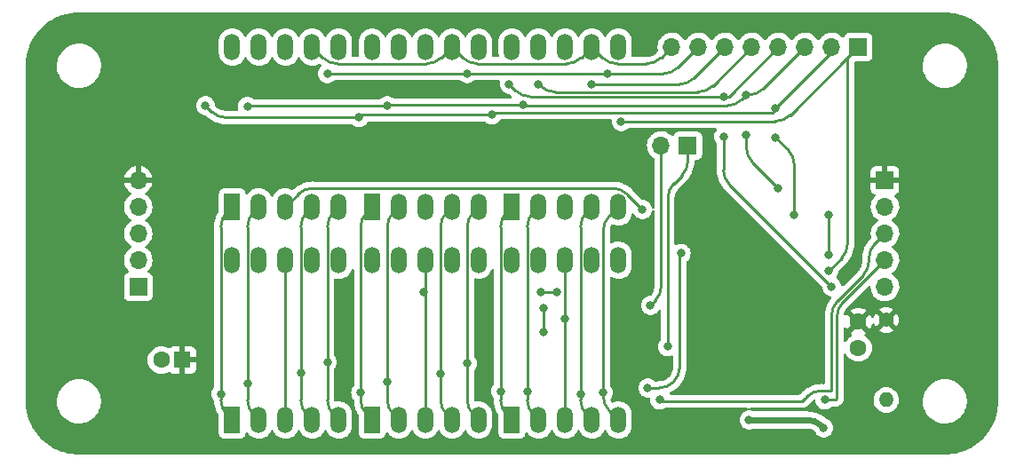
<source format=gbr>
%TF.GenerationSoftware,KiCad,Pcbnew,(6.0.0)*%
%TF.CreationDate,2022-01-04T00:37:29-05:00*%
%TF.ProjectId,spi led breakout,73706920-6c65-4642-9062-7265616b6f75,rev?*%
%TF.SameCoordinates,Original*%
%TF.FileFunction,Copper,L2,Bot*%
%TF.FilePolarity,Positive*%
%FSLAX46Y46*%
G04 Gerber Fmt 4.6, Leading zero omitted, Abs format (unit mm)*
G04 Created by KiCad (PCBNEW (6.0.0)) date 2022-01-04 00:37:29*
%MOMM*%
%LPD*%
G01*
G04 APERTURE LIST*
%TA.AperFunction,ComponentPad*%
%ADD10R,1.600000X1.600000*%
%TD*%
%TA.AperFunction,ComponentPad*%
%ADD11C,1.600000*%
%TD*%
%TA.AperFunction,ComponentPad*%
%ADD12R,1.524000X2.524000*%
%TD*%
%TA.AperFunction,ComponentPad*%
%ADD13O,1.524000X2.524000*%
%TD*%
%TA.AperFunction,ComponentPad*%
%ADD14R,1.700000X1.700000*%
%TD*%
%TA.AperFunction,ComponentPad*%
%ADD15O,1.700000X1.700000*%
%TD*%
%TA.AperFunction,ComponentPad*%
%ADD16C,1.400000*%
%TD*%
%TA.AperFunction,ComponentPad*%
%ADD17O,1.400000X1.400000*%
%TD*%
%TA.AperFunction,ViaPad*%
%ADD18C,0.800000*%
%TD*%
%TA.AperFunction,Conductor*%
%ADD19C,0.600000*%
%TD*%
%TA.AperFunction,Conductor*%
%ADD20C,0.250000*%
%TD*%
G04 APERTURE END LIST*
D10*
%TO.P,C1,1*%
%TO.N,+5V*%
X118049112Y-118745000D03*
D11*
%TO.P,C1,2*%
%TO.N,GND*%
X116049112Y-118745000D03*
%TD*%
D12*
%TO.P,LED2,1,e*%
%TO.N,/E*%
X136144000Y-104140000D03*
D13*
%TO.P,LED2,2,d*%
%TO.N,/D*%
X138684000Y-104140000D03*
%TO.P,LED2,3,C.K.*%
%TO.N,/D2*%
X141224000Y-104140000D03*
%TO.P,LED2,4,c*%
%TO.N,/C*%
X143764000Y-104140000D03*
%TO.P,LED2,5,DP*%
%TO.N,/DP*%
X146304000Y-104140000D03*
%TO.P,LED2,6,b*%
%TO.N,/B*%
X146304000Y-88900000D03*
%TO.P,LED2,7,a*%
%TO.N,/A*%
X143764000Y-88900000D03*
%TO.P,LED2,8,C.K.*%
%TO.N,/D2*%
X141224000Y-88900000D03*
%TO.P,LED2,9,f*%
%TO.N,/F*%
X138684000Y-88900000D03*
%TO.P,LED2,10,g*%
%TO.N,/G*%
X136144000Y-88900000D03*
%TD*%
D14*
%TO.P,J4,1,Pin_1*%
%TO.N,/D8*%
X166248000Y-98298000D03*
D15*
%TO.P,J4,2,Pin_2*%
%TO.N,/D7*%
X163708000Y-98298000D03*
%TD*%
D12*
%TO.P,LED5,1,e*%
%TO.N,/E*%
X136144000Y-124460000D03*
D13*
%TO.P,LED5,2,d*%
%TO.N,/D*%
X138684000Y-124460000D03*
%TO.P,LED5,3,C.K.*%
%TO.N,/D5*%
X141224000Y-124460000D03*
%TO.P,LED5,4,c*%
%TO.N,/C*%
X143764000Y-124460000D03*
%TO.P,LED5,5,DP*%
%TO.N,/DP*%
X146304000Y-124460000D03*
%TO.P,LED5,6,b*%
%TO.N,/B*%
X146304000Y-109220000D03*
%TO.P,LED5,7,a*%
%TO.N,/A*%
X143764000Y-109220000D03*
%TO.P,LED5,8,C.K.*%
%TO.N,/D5*%
X141224000Y-109220000D03*
%TO.P,LED5,9,f*%
%TO.N,/F*%
X138684000Y-109220000D03*
%TO.P,LED5,10,g*%
%TO.N,/G*%
X136144000Y-109220000D03*
%TD*%
D12*
%TO.P,LED3,1,e*%
%TO.N,/E*%
X149479000Y-104140000D03*
D13*
%TO.P,LED3,2,d*%
%TO.N,/D*%
X152019000Y-104140000D03*
%TO.P,LED3,3,C.K.*%
%TO.N,/D3*%
X154559000Y-104140000D03*
%TO.P,LED3,4,c*%
%TO.N,/C*%
X157099000Y-104140000D03*
%TO.P,LED3,5,DP*%
%TO.N,/DP*%
X159639000Y-104140000D03*
%TO.P,LED3,6,b*%
%TO.N,/B*%
X159639000Y-88900000D03*
%TO.P,LED3,7,a*%
%TO.N,/A*%
X157099000Y-88900000D03*
%TO.P,LED3,8,C.K.*%
%TO.N,/D3*%
X154559000Y-88900000D03*
%TO.P,LED3,9,f*%
%TO.N,/F*%
X152019000Y-88900000D03*
%TO.P,LED3,10,g*%
%TO.N,/G*%
X149479000Y-88900000D03*
%TD*%
D12*
%TO.P,LED6,1,e*%
%TO.N,/E*%
X149479000Y-124460000D03*
D13*
%TO.P,LED6,2,d*%
%TO.N,/D*%
X152019000Y-124460000D03*
%TO.P,LED6,3,C.K.*%
%TO.N,/D6*%
X154559000Y-124460000D03*
%TO.P,LED6,4,c*%
%TO.N,/C*%
X157099000Y-124460000D03*
%TO.P,LED6,5,DP*%
%TO.N,/DP*%
X159639000Y-124460000D03*
%TO.P,LED6,6,b*%
%TO.N,/B*%
X159639000Y-109220000D03*
%TO.P,LED6,7,a*%
%TO.N,/A*%
X157099000Y-109220000D03*
%TO.P,LED6,8,C.K.*%
%TO.N,/D6*%
X154559000Y-109220000D03*
%TO.P,LED6,9,f*%
%TO.N,/F*%
X152019000Y-109220000D03*
%TO.P,LED6,10,g*%
%TO.N,/G*%
X149479000Y-109220000D03*
%TD*%
D16*
%TO.P,R1,1*%
%TO.N,+5V*%
X185166000Y-114935000D03*
D17*
%TO.P,R1,2*%
%TO.N,Net-(R1-Pad2)*%
X185166000Y-122555000D03*
%TD*%
D11*
%TO.P,C2,1*%
%TO.N,+5V*%
X182499000Y-115082000D03*
%TO.P,C2,2*%
%TO.N,GND*%
X182499000Y-117582000D03*
%TD*%
D12*
%TO.P,LED1,1,e*%
%TO.N,/E*%
X122809000Y-104140000D03*
D13*
%TO.P,LED1,2,d*%
%TO.N,/D*%
X125349000Y-104140000D03*
%TO.P,LED1,3,C.K.*%
%TO.N,/D1*%
X127889000Y-104140000D03*
%TO.P,LED1,4,c*%
%TO.N,/C*%
X130429000Y-104140000D03*
%TO.P,LED1,5,DP*%
%TO.N,/DP*%
X132969000Y-104140000D03*
%TO.P,LED1,6,b*%
%TO.N,/B*%
X132969000Y-88900000D03*
%TO.P,LED1,7,a*%
%TO.N,/A*%
X130429000Y-88900000D03*
%TO.P,LED1,8,C.K.*%
%TO.N,/D1*%
X127889000Y-88900000D03*
%TO.P,LED1,9,f*%
%TO.N,/F*%
X125349000Y-88900000D03*
%TO.P,LED1,10,g*%
%TO.N,/G*%
X122809000Y-88900000D03*
%TD*%
D12*
%TO.P,LED4,1,e*%
%TO.N,/E*%
X122809000Y-124460000D03*
D13*
%TO.P,LED4,2,d*%
%TO.N,/D*%
X125349000Y-124460000D03*
%TO.P,LED4,3,C.K.*%
%TO.N,/D4*%
X127889000Y-124460000D03*
%TO.P,LED4,4,c*%
%TO.N,/C*%
X130429000Y-124460000D03*
%TO.P,LED4,5,DP*%
%TO.N,/DP*%
X132969000Y-124460000D03*
%TO.P,LED4,6,b*%
%TO.N,/B*%
X132969000Y-109220000D03*
%TO.P,LED4,7,a*%
%TO.N,/A*%
X130429000Y-109220000D03*
%TO.P,LED4,8,C.K.*%
%TO.N,/D4*%
X127889000Y-109220000D03*
%TO.P,LED4,9,f*%
%TO.N,/F*%
X125349000Y-109220000D03*
%TO.P,LED4,10,g*%
%TO.N,/G*%
X122809000Y-109220000D03*
%TD*%
D14*
%TO.P,J3,1,Pin_1*%
%TO.N,/DP*%
X182499000Y-88900000D03*
D15*
%TO.P,J3,2,Pin_2*%
%TO.N,/G*%
X179959000Y-88900000D03*
%TO.P,J3,3,Pin_3*%
%TO.N,/F*%
X177419000Y-88900000D03*
%TO.P,J3,4,Pin_4*%
%TO.N,/E*%
X174879000Y-88900000D03*
%TO.P,J3,5,Pin_5*%
%TO.N,/D*%
X172339000Y-88900000D03*
%TO.P,J3,6,Pin_6*%
%TO.N,/C*%
X169799000Y-88900000D03*
%TO.P,J3,7,Pin_7*%
%TO.N,/B*%
X167259000Y-88900000D03*
%TO.P,J3,8,Pin_8*%
%TO.N,/A*%
X164719000Y-88900000D03*
%TD*%
D14*
%TO.P,J2,1,Pin_1*%
%TO.N,+5V*%
X185039000Y-101605000D03*
D15*
%TO.P,J2,2,Pin_2*%
%TO.N,/Dout*%
X185039000Y-104145000D03*
%TO.P,J2,3,Pin_3*%
%TO.N,/Load*%
X185039000Y-106685000D03*
%TO.P,J2,4,Pin_4*%
%TO.N,/Clk*%
X185039000Y-109225000D03*
%TO.P,J2,5,Pin_5*%
%TO.N,GND*%
X185039000Y-111765000D03*
%TD*%
D14*
%TO.P,J1,1,Pin_1*%
%TO.N,GND*%
X113849000Y-111755000D03*
D15*
%TO.P,J1,2,Pin_2*%
%TO.N,/Clk*%
X113849000Y-109215000D03*
%TO.P,J1,3,Pin_3*%
%TO.N,/Load*%
X113849000Y-106675000D03*
%TO.P,J1,4,Pin_4*%
%TO.N,/Din*%
X113849000Y-104135000D03*
%TO.P,J1,5,Pin_5*%
%TO.N,+5V*%
X113849000Y-101595000D03*
%TD*%
D18*
%TO.N,GND*%
X172085000Y-124460000D03*
X179197000Y-125222000D03*
%TO.N,/Clk*%
X179324000Y-122555000D03*
%TO.N,/Load*%
X163576000Y-122555000D03*
%TO.N,/Din*%
X165608000Y-108585000D03*
X162433000Y-121412000D03*
%TO.N,/DP*%
X158185520Y-121849480D03*
X145217480Y-119069520D03*
X179705000Y-110236000D03*
X159893000Y-96012000D03*
X131882480Y-118942520D03*
%TO.N,/G*%
X120269000Y-94488000D03*
X174625000Y-97536000D03*
X134874000Y-95631000D03*
X176403000Y-104902000D03*
X174625000Y-94742000D03*
X147574000Y-95377000D03*
%TO.N,/F*%
X174879000Y-102362000D03*
X137597480Y-94488000D03*
X150565511Y-94417489D03*
X171831000Y-97282000D03*
X124262480Y-94558520D03*
X171831000Y-93472000D03*
%TO.N,/E*%
X135057480Y-121863520D03*
X169640969Y-93630031D03*
X179959000Y-111760000D03*
X149225000Y-92456000D03*
X169640969Y-97440031D03*
X121722480Y-121990520D03*
X148392480Y-121736520D03*
%TO.N,/D*%
X137597480Y-120847520D03*
X124262480Y-120974520D03*
X150932480Y-121736520D03*
X179705000Y-108712000D03*
X179705000Y-104902000D03*
X152019000Y-92456000D03*
%TO.N,/C*%
X157099000Y-92456000D03*
X142677480Y-120085520D03*
X156012480Y-121990520D03*
X129342480Y-119958520D03*
%TO.N,/B*%
X131882480Y-91440000D03*
X158552480Y-91440000D03*
X145217480Y-91440000D03*
%TO.N,/D8*%
X164338000Y-117475000D03*
%TO.N,/D7*%
X162687000Y-113538000D03*
%TO.N,/D1*%
X161927286Y-104391714D03*
%TO.N,/D4*%
X152527000Y-116078000D03*
X152527000Y-113792000D03*
%TO.N,/D5*%
X153797000Y-112268000D03*
X141097000Y-112268000D03*
X152273000Y-112268000D03*
%TO.N,/D6*%
X154559000Y-114808000D03*
%TD*%
D19*
%TO.N,GND*%
X179020787Y-125045787D02*
X179197000Y-125222000D01*
X172085000Y-124460000D02*
X177606573Y-124460000D01*
X179020787Y-125045787D02*
G75*
G03*
X177606573Y-124460000I-1414214J-1414213D01*
G01*
D20*
%TO.N,/Clk*%
X185039000Y-109225000D02*
X181052786Y-113211214D01*
X180467000Y-114625427D02*
X180467000Y-122428000D01*
X180340000Y-122555000D02*
X179324000Y-122555000D01*
X180467000Y-122428000D02*
X180340000Y-122555000D01*
X180467001Y-114625427D02*
G75*
G02*
X181052787Y-113211215I1999999J0D01*
G01*
%TO.N,/Load*%
X179959000Y-114497710D02*
X179959000Y-121666000D01*
X177595213Y-122251787D02*
X177419000Y-122428000D01*
X177165000Y-122682000D02*
X163703000Y-122682000D01*
X182929214Y-110699068D02*
X180544786Y-113083497D01*
X177419000Y-122428000D02*
X177165000Y-122682000D01*
X185039000Y-106685000D02*
X184100786Y-107623214D01*
X179959000Y-121666000D02*
X179009427Y-121666000D01*
X183515000Y-109037427D02*
X183515000Y-109284855D01*
X182929214Y-110699068D02*
G75*
G03*
X183515000Y-109284855I-1414214J1414213D01*
G01*
X179959001Y-114497710D02*
G75*
G02*
X180544787Y-113083498I1999999J0D01*
G01*
X183515001Y-109037427D02*
G75*
G02*
X184100787Y-107623215I1999999J0D01*
G01*
X179009427Y-121666001D02*
G75*
G03*
X177595214Y-122251788I0J-1999999D01*
G01*
%TO.N,/Din*%
X165481000Y-108712000D02*
X165481000Y-119412000D01*
X165608000Y-108585000D02*
X165481000Y-108712000D01*
X163481000Y-121412000D02*
X162433000Y-121412000D01*
X163481000Y-121412000D02*
G75*
G03*
X165481000Y-119412000I1J1999999D01*
G01*
%TO.N,/DP*%
X131882480Y-118942520D02*
X131882480Y-122545053D01*
X159924511Y-95980489D02*
X159893000Y-96012000D01*
X174590084Y-95980489D02*
X159924511Y-95980489D01*
X132468267Y-123959267D02*
X132969000Y-124460000D01*
X158185520Y-121849480D02*
X158185520Y-122178093D01*
X145803267Y-104640733D02*
X146304000Y-104140000D01*
X179705000Y-110236000D02*
X180897214Y-109043786D01*
X182499000Y-88900000D02*
X181483000Y-89916000D01*
X145217480Y-122545053D02*
X145217480Y-119069520D01*
X131882480Y-106054947D02*
X131882480Y-118942520D01*
X159639000Y-104140000D02*
X158771306Y-105007694D01*
X181483000Y-107629573D02*
X181483000Y-89916000D01*
X146304000Y-124460000D02*
X145803266Y-123959266D01*
X181483000Y-89916000D02*
X176004297Y-95394703D01*
X158771307Y-123592307D02*
X159639000Y-124460000D01*
X145217480Y-119069520D02*
X145217480Y-106054947D01*
X158185520Y-106421907D02*
X158185520Y-121849480D01*
X132969000Y-104140000D02*
X132468266Y-104640734D01*
X174590084Y-95980488D02*
G75*
G03*
X176004296Y-95394702I0J1999999D01*
G01*
X145217481Y-106054947D02*
G75*
G02*
X145803268Y-104640734I1999999J0D01*
G01*
X181482999Y-107629573D02*
G75*
G02*
X180897213Y-109043785I-1999999J0D01*
G01*
X145217481Y-122545053D02*
G75*
G03*
X145803267Y-123959265I1999999J0D01*
G01*
X158771307Y-123592307D02*
G75*
G02*
X158185520Y-122178093I1414213J1414214D01*
G01*
X131882481Y-106054947D02*
G75*
G02*
X132468267Y-104640735I1999999J0D01*
G01*
X131882481Y-122545053D02*
G75*
G03*
X132468268Y-123959266I1999999J0D01*
G01*
X158185521Y-106421907D02*
G75*
G02*
X158771307Y-105007695I1999999J0D01*
G01*
%TO.N,/G*%
X179959000Y-89408000D02*
X179959000Y-88900000D01*
X175817213Y-98728213D02*
X174625000Y-97536000D01*
X174352000Y-95142000D02*
X147809000Y-95142000D01*
X135128000Y-95377000D02*
X147574000Y-95377000D01*
X176403000Y-104902000D02*
X176403000Y-100142427D01*
X174625000Y-94742000D02*
X174625000Y-94869000D01*
X174625000Y-94869000D02*
X174352000Y-95142000D01*
X134874000Y-95631000D02*
X122240427Y-95631000D01*
X134874000Y-95631000D02*
X135128000Y-95377000D01*
X174625000Y-94742000D02*
X179959000Y-89408000D01*
X120826213Y-95045213D02*
X120269000Y-94488000D01*
X147809000Y-95142000D02*
X147574000Y-95377000D01*
X175817213Y-98728213D02*
G75*
G02*
X176403000Y-100142427I-1414213J-1414214D01*
G01*
X120826213Y-95045213D02*
G75*
G03*
X122240427Y-95631000I1414214J1414213D01*
G01*
%TO.N,/F*%
X137597480Y-94488000D02*
X124333000Y-94488000D01*
X177419000Y-88900000D02*
X173432786Y-92886214D01*
X171831000Y-98485573D02*
X171831000Y-97282000D01*
X124333000Y-94488000D02*
X124262480Y-94558520D01*
X171831000Y-93472000D02*
X172018573Y-93472000D01*
X150565511Y-94417489D02*
X137667991Y-94417489D01*
X171400787Y-93902213D02*
X171831000Y-93472000D01*
X137667991Y-94417489D02*
X137597480Y-94488000D01*
X169986573Y-94488000D02*
X150749000Y-94488000D01*
X174879000Y-102362000D02*
X172416786Y-99899786D01*
X172018573Y-93471999D02*
G75*
G03*
X173432785Y-92886213I0J1999999D01*
G01*
X172416786Y-99899786D02*
G75*
G02*
X171831000Y-98485573I1414214J1414213D01*
G01*
X171400787Y-93902213D02*
G75*
G02*
X169986573Y-94488000I-1414214J1414213D01*
G01*
%TO.N,/E*%
X121722480Y-106054947D02*
X121722480Y-121990520D01*
X169640969Y-100613542D02*
X169640969Y-97440031D01*
X148392480Y-121736520D02*
X148392480Y-122545053D01*
X169640969Y-93630031D02*
X151227458Y-93630031D01*
X135057480Y-121863520D02*
X135057480Y-122545053D01*
X135643267Y-123959267D02*
X136144000Y-124460000D01*
X179959000Y-111760000D02*
X170226755Y-102027755D01*
X174879000Y-88900000D02*
X170148969Y-93630031D01*
X135057480Y-106054947D02*
X135057480Y-121863520D01*
X122308267Y-123959267D02*
X122809000Y-124460000D01*
X149479000Y-104140000D02*
X148978266Y-104640734D01*
X149813244Y-93044244D02*
X149225000Y-92456000D01*
X148392480Y-106054947D02*
X148392480Y-121736520D01*
X122809000Y-104140000D02*
X122308266Y-104640734D01*
X170148969Y-93630031D02*
X169640969Y-93630031D01*
X148978267Y-123959267D02*
X149479000Y-124460000D01*
X136144000Y-104140000D02*
X135643266Y-104640734D01*
X121722480Y-121990520D02*
X121722480Y-122545053D01*
X148392481Y-106054947D02*
G75*
G02*
X148978267Y-104640735I1999999J0D01*
G01*
X148978267Y-123959267D02*
G75*
G02*
X148392480Y-122545053I1414213J1414214D01*
G01*
X149813244Y-93044244D02*
G75*
G03*
X151227458Y-93630031I1414214J1414213D01*
G01*
X170226755Y-102027755D02*
G75*
G02*
X169640969Y-100613542I1414214J1414213D01*
G01*
X135643266Y-104640734D02*
G75*
G03*
X135057480Y-106054947I1414214J-1414213D01*
G01*
X121722481Y-122545053D02*
G75*
G03*
X122308268Y-123959266I1999999J0D01*
G01*
X122308266Y-104640734D02*
G75*
G03*
X121722480Y-106054947I1414214J-1414213D01*
G01*
X135643267Y-123959267D02*
G75*
G02*
X135057480Y-122545053I1414213J1414214D01*
G01*
%TO.N,/D*%
X179705000Y-108712000D02*
X179705000Y-104902000D01*
X137597480Y-120847520D02*
X137597480Y-122545053D01*
X150932480Y-106054947D02*
X150932480Y-121736520D01*
X172339000Y-88900000D02*
X168644275Y-92594725D01*
X151518267Y-123959267D02*
X152019000Y-124460000D01*
X137597480Y-106054947D02*
X137597480Y-120847520D01*
X124848267Y-123959267D02*
X125349000Y-124460000D01*
X124262480Y-106054947D02*
X124262480Y-120974520D01*
X150932480Y-121736520D02*
X150932480Y-122545053D01*
X138684000Y-104140000D02*
X138183266Y-104640734D01*
X124262480Y-120974520D02*
X124262480Y-122545053D01*
X138183267Y-123959267D02*
X138684000Y-124460000D01*
X152019000Y-104140000D02*
X151518266Y-104640734D01*
X152157724Y-92594724D02*
X152019000Y-92456000D01*
X125349000Y-104140000D02*
X124848266Y-104640734D01*
X167230062Y-93180511D02*
X153571938Y-93180511D01*
X151518266Y-104640734D02*
G75*
G03*
X150932480Y-106054947I1414214J-1414213D01*
G01*
X138183267Y-123959267D02*
G75*
G02*
X137597480Y-122545053I1414213J1414214D01*
G01*
X153571938Y-93180510D02*
G75*
G02*
X152157725Y-92594723I0J1999999D01*
G01*
X124262481Y-122545053D02*
G75*
G03*
X124848268Y-123959266I1999999J0D01*
G01*
X124262481Y-106054947D02*
G75*
G02*
X124848267Y-104640735I1999999J0D01*
G01*
X167230062Y-93180510D02*
G75*
G03*
X168644274Y-92594724I0J1999999D01*
G01*
X150932481Y-122545053D02*
G75*
G03*
X151518268Y-123959266I1999999J0D01*
G01*
X138183266Y-104640734D02*
G75*
G03*
X137597480Y-106054947I1414214J-1414213D01*
G01*
%TO.N,/C*%
X156598267Y-123959267D02*
X157099000Y-124460000D01*
X157099000Y-92456000D02*
X165414573Y-92456000D01*
X143764000Y-104140000D02*
X143263266Y-104640734D01*
X156012480Y-106054947D02*
X156012480Y-121990520D01*
X129928267Y-123959267D02*
X130429000Y-124460000D01*
X129342480Y-119958520D02*
X129342480Y-122545053D01*
X142677480Y-106054947D02*
X142677480Y-120085520D01*
X157099000Y-104140000D02*
X156598266Y-104640734D01*
X129342480Y-106054947D02*
X129342480Y-119958520D01*
X143263267Y-123959267D02*
X143764000Y-124460000D01*
X156012480Y-121990520D02*
X156012480Y-122545053D01*
X130429000Y-104140000D02*
X129928266Y-104640734D01*
X166828787Y-91870213D02*
X169799000Y-88900000D01*
X142677480Y-120085520D02*
X142677480Y-122545053D01*
X156598266Y-104640734D02*
G75*
G03*
X156012480Y-106054947I1414214J-1414213D01*
G01*
X142677481Y-106054947D02*
G75*
G02*
X143263267Y-104640735I1999999J0D01*
G01*
X142677481Y-122545053D02*
G75*
G03*
X143263268Y-123959266I1999999J0D01*
G01*
X129342481Y-122545053D02*
G75*
G03*
X129928268Y-123959266I1999999J0D01*
G01*
X165414573Y-92455999D02*
G75*
G03*
X166828786Y-91870212I0J1999999D01*
G01*
X156598267Y-123959267D02*
G75*
G02*
X156012480Y-122545053I1414213J1414214D01*
G01*
X129342481Y-106054947D02*
G75*
G02*
X129928267Y-104640735I1999999J0D01*
G01*
%TO.N,/B*%
X145217480Y-91440000D02*
X158552480Y-91440000D01*
X163890573Y-91440000D02*
X158552480Y-91440000D01*
X145217480Y-91440000D02*
X131882480Y-91440000D01*
X167259000Y-88900000D02*
X165304786Y-90854214D01*
X165304786Y-90854214D02*
G75*
G02*
X163890573Y-91440000I-1414213J1414214D01*
G01*
%TO.N,/A*%
X163718267Y-89900733D02*
X164719000Y-88900000D01*
X143764000Y-88900000D02*
X144764734Y-89900734D01*
X146178947Y-90486520D02*
X154684053Y-90486520D01*
X142763267Y-89900733D02*
X143764000Y-88900000D01*
X156098267Y-89900733D02*
X157099000Y-88900000D01*
X130429000Y-88900000D02*
X131429734Y-89900734D01*
X132843947Y-90486520D02*
X141349053Y-90486520D01*
X159513947Y-90486520D02*
X162304053Y-90486520D01*
X157099000Y-88900000D02*
X158099734Y-89900734D01*
X141349053Y-90486519D02*
G75*
G03*
X142763266Y-89900732I0J1999999D01*
G01*
X154684053Y-90486519D02*
G75*
G03*
X156098266Y-89900732I0J1999999D01*
G01*
X158099734Y-89900734D02*
G75*
G03*
X159513947Y-90486520I1414213J1414214D01*
G01*
X162304053Y-90486519D02*
G75*
G03*
X163718266Y-89900732I0J1999999D01*
G01*
X146178947Y-90486519D02*
G75*
G02*
X144764735Y-89900733I0J1999999D01*
G01*
X132843947Y-90486519D02*
G75*
G02*
X131429735Y-89900733I0J1999999D01*
G01*
%TO.N,/D8*%
X164338000Y-117475000D02*
X164338000Y-103317427D01*
X164923787Y-101903213D02*
X165662214Y-101164786D01*
X166248000Y-99750573D02*
X166248000Y-98298000D01*
X164338001Y-103317427D02*
G75*
G02*
X164923788Y-101903214I1999999J0D01*
G01*
X165662214Y-101164786D02*
G75*
G03*
X166248000Y-99750573I-1414214J1414213D01*
G01*
%TO.N,/D7*%
X163122213Y-113102787D02*
X162687000Y-113538000D01*
X163708000Y-98298000D02*
X163708000Y-111688573D01*
X163707999Y-111688573D02*
G75*
G02*
X163122212Y-113102786I-1999999J0D01*
G01*
%TO.N,/D1*%
X127889000Y-104140000D02*
X129081214Y-102947786D01*
X160483357Y-102947786D02*
X161927286Y-104391714D01*
X130495427Y-102362000D02*
X159069144Y-102362000D01*
X160483357Y-102947786D02*
G75*
G03*
X159069144Y-102362000I-1414213J-1414214D01*
G01*
X130495427Y-102362001D02*
G75*
G03*
X129081215Y-102947787I0J-1999999D01*
G01*
%TO.N,/D4*%
X127889000Y-109220000D02*
X127889000Y-124460000D01*
X152527000Y-113792000D02*
X152527000Y-116078000D01*
%TO.N,/D5*%
X141224000Y-109220000D02*
X141224000Y-124460000D01*
X153797000Y-112268000D02*
X152273000Y-112268000D01*
%TO.N,/D6*%
X154559000Y-109220000D02*
X154559000Y-124460000D01*
%TD*%
%TA.AperFunction,Conductor*%
%TO.N,+5V*%
G36*
X155426362Y-85595531D02*
G01*
X190704667Y-85597997D01*
X190724033Y-85599497D01*
X190735287Y-85601249D01*
X190738859Y-85601805D01*
X190738860Y-85601805D01*
X190747730Y-85603186D01*
X190768639Y-85600452D01*
X190790176Y-85599496D01*
X190964664Y-85606713D01*
X191168297Y-85615136D01*
X191178675Y-85615996D01*
X191381822Y-85641318D01*
X191584977Y-85666640D01*
X191595233Y-85668352D01*
X191782938Y-85707709D01*
X191995961Y-85752376D01*
X192006056Y-85754932D01*
X192196937Y-85811759D01*
X192398482Y-85871762D01*
X192408323Y-85875141D01*
X192789765Y-86023980D01*
X192799296Y-86028160D01*
X192832470Y-86044378D01*
X193167125Y-86207981D01*
X193176284Y-86212937D01*
X193528022Y-86422528D01*
X193536740Y-86428224D01*
X193869957Y-86666136D01*
X193878175Y-86672532D01*
X194190625Y-86937163D01*
X194198286Y-86944217D01*
X194487783Y-87233714D01*
X194494837Y-87241375D01*
X194759468Y-87553825D01*
X194765864Y-87562043D01*
X195003776Y-87895260D01*
X195009472Y-87903978D01*
X195156334Y-88150443D01*
X195214977Y-88248858D01*
X195219063Y-88255716D01*
X195224017Y-88264872D01*
X195382063Y-88588158D01*
X195403837Y-88632698D01*
X195408020Y-88642235D01*
X195556859Y-89023677D01*
X195560238Y-89033518D01*
X195578473Y-89094767D01*
X195677068Y-89425944D01*
X195679624Y-89436039D01*
X195714439Y-89602077D01*
X195762863Y-89833018D01*
X195763647Y-89836759D01*
X195765360Y-89847023D01*
X195782419Y-89983882D01*
X195816004Y-90253325D01*
X195816864Y-90263703D01*
X195832195Y-90634361D01*
X195830803Y-90658951D01*
X195830196Y-90662853D01*
X195828814Y-90671730D01*
X195829978Y-90680632D01*
X195829978Y-90680635D01*
X195832936Y-90703251D01*
X195834000Y-90719589D01*
X195834000Y-122632672D01*
X195832500Y-122652057D01*
X195830787Y-122663060D01*
X195828814Y-122675730D01*
X195831548Y-122696639D01*
X195832504Y-122718176D01*
X195827470Y-122839880D01*
X195816864Y-123096297D01*
X195816004Y-123106675D01*
X195796396Y-123263983D01*
X195766632Y-123502774D01*
X195765361Y-123512969D01*
X195763648Y-123523233D01*
X195728140Y-123692580D01*
X195679624Y-123923961D01*
X195677068Y-123934056D01*
X195640132Y-124058124D01*
X195565898Y-124307473D01*
X195560241Y-124326473D01*
X195556859Y-124336323D01*
X195408020Y-124717765D01*
X195403840Y-124727296D01*
X195224019Y-125095125D01*
X195219064Y-125104281D01*
X195196143Y-125142749D01*
X195009472Y-125456022D01*
X195003776Y-125464740D01*
X194765864Y-125797957D01*
X194759468Y-125806175D01*
X194494837Y-126118625D01*
X194487783Y-126126286D01*
X194198286Y-126415783D01*
X194190625Y-126422837D01*
X193878175Y-126687468D01*
X193869957Y-126693864D01*
X193536740Y-126931776D01*
X193528022Y-126937472D01*
X193176284Y-127147063D01*
X193167128Y-127152017D01*
X192799296Y-127331840D01*
X192789765Y-127336020D01*
X192408323Y-127484859D01*
X192398482Y-127488238D01*
X192196937Y-127548241D01*
X192006056Y-127605068D01*
X191995961Y-127607624D01*
X191782938Y-127652291D01*
X191595233Y-127691648D01*
X191584977Y-127693360D01*
X191381822Y-127718683D01*
X191178675Y-127744004D01*
X191168297Y-127744864D01*
X190797639Y-127760195D01*
X190773049Y-127758803D01*
X190769147Y-127758196D01*
X190769145Y-127758196D01*
X190760270Y-127756814D01*
X190751368Y-127757978D01*
X190751365Y-127757978D01*
X190728749Y-127760936D01*
X190712411Y-127762000D01*
X108253328Y-127762000D01*
X108233943Y-127760500D01*
X108219142Y-127758195D01*
X108219139Y-127758195D01*
X108210270Y-127756814D01*
X108189361Y-127759548D01*
X108167824Y-127760504D01*
X107993336Y-127753287D01*
X107789703Y-127744864D01*
X107779325Y-127744004D01*
X107576178Y-127718683D01*
X107373023Y-127693360D01*
X107362767Y-127691648D01*
X107175062Y-127652291D01*
X106962039Y-127607624D01*
X106951944Y-127605068D01*
X106761063Y-127548241D01*
X106559518Y-127488238D01*
X106549677Y-127484859D01*
X106168235Y-127336020D01*
X106158704Y-127331840D01*
X105790872Y-127152017D01*
X105781716Y-127147063D01*
X105429978Y-126937472D01*
X105421260Y-126931776D01*
X105088043Y-126693864D01*
X105079825Y-126687468D01*
X104767375Y-126422837D01*
X104759714Y-126415783D01*
X104470217Y-126126286D01*
X104463163Y-126118625D01*
X104198532Y-125806175D01*
X104192136Y-125797957D01*
X103954224Y-125464740D01*
X103948528Y-125456022D01*
X103761857Y-125142749D01*
X103738936Y-125104281D01*
X103733981Y-125095125D01*
X103554160Y-124727296D01*
X103549980Y-124717765D01*
X103401141Y-124336323D01*
X103397759Y-124326473D01*
X103392103Y-124307473D01*
X103317868Y-124058124D01*
X103280932Y-123934056D01*
X103278376Y-123923961D01*
X103229860Y-123692580D01*
X103194352Y-123523233D01*
X103192639Y-123512969D01*
X103191369Y-123502774D01*
X103161604Y-123263983D01*
X103141996Y-123106675D01*
X103141136Y-123096297D01*
X103129489Y-122814703D01*
X106094743Y-122814703D01*
X106095302Y-122818947D01*
X106095302Y-122818951D01*
X106101881Y-122868920D01*
X106132268Y-123099734D01*
X106133401Y-123103874D01*
X106133401Y-123103876D01*
X106153476Y-123177256D01*
X106208129Y-123377036D01*
X106209813Y-123380984D01*
X106306607Y-123607912D01*
X106320923Y-123641476D01*
X106373117Y-123728686D01*
X106453787Y-123863475D01*
X106468561Y-123888161D01*
X106648313Y-124112528D01*
X106856851Y-124310423D01*
X107090317Y-124478186D01*
X107094112Y-124480195D01*
X107094113Y-124480196D01*
X107115869Y-124491715D01*
X107344392Y-124612712D01*
X107368699Y-124621607D01*
X107528670Y-124680148D01*
X107614373Y-124711511D01*
X107895264Y-124772755D01*
X107923841Y-124775004D01*
X108118282Y-124790307D01*
X108118291Y-124790307D01*
X108120739Y-124790500D01*
X108276271Y-124790500D01*
X108278407Y-124790354D01*
X108278418Y-124790354D01*
X108486548Y-124776165D01*
X108486554Y-124776164D01*
X108490825Y-124775873D01*
X108495020Y-124775004D01*
X108495022Y-124775004D01*
X108631584Y-124746723D01*
X108772342Y-124717574D01*
X109043343Y-124621607D01*
X109298812Y-124489750D01*
X109302313Y-124487289D01*
X109302317Y-124487287D01*
X109416418Y-124407095D01*
X109534023Y-124324441D01*
X109744622Y-124128740D01*
X109926713Y-123906268D01*
X110076927Y-123661142D01*
X110081909Y-123649794D01*
X110190757Y-123401830D01*
X110192483Y-123397898D01*
X110195850Y-123386080D01*
X110234896Y-123249006D01*
X110271244Y-123121406D01*
X110306974Y-122870348D01*
X110311146Y-122841036D01*
X110311146Y-122841034D01*
X110311751Y-122836784D01*
X110311845Y-122818951D01*
X110313235Y-122553583D01*
X110313235Y-122553576D01*
X110313257Y-122549297D01*
X110275732Y-122264266D01*
X110199871Y-121986964D01*
X110164726Y-121904568D01*
X110088763Y-121726476D01*
X110088761Y-121726472D01*
X110087077Y-121722524D01*
X109960760Y-121511464D01*
X109941643Y-121479521D01*
X109941640Y-121479517D01*
X109939439Y-121475839D01*
X109759687Y-121251472D01*
X109602300Y-121102117D01*
X109554258Y-121056527D01*
X109554255Y-121056525D01*
X109551149Y-121053577D01*
X109317683Y-120885814D01*
X109295843Y-120874250D01*
X109232959Y-120840955D01*
X109063608Y-120751288D01*
X108793627Y-120652489D01*
X108512736Y-120591245D01*
X108481685Y-120588801D01*
X108289718Y-120573693D01*
X108289709Y-120573693D01*
X108287261Y-120573500D01*
X108131729Y-120573500D01*
X108129593Y-120573646D01*
X108129582Y-120573646D01*
X107921452Y-120587835D01*
X107921446Y-120587836D01*
X107917175Y-120588127D01*
X107912980Y-120588996D01*
X107912978Y-120588996D01*
X107845529Y-120602964D01*
X107635658Y-120646426D01*
X107364657Y-120742393D01*
X107360848Y-120744359D01*
X107117136Y-120870148D01*
X107109188Y-120874250D01*
X107105687Y-120876711D01*
X107105683Y-120876713D01*
X107099905Y-120880774D01*
X106873977Y-121039559D01*
X106858892Y-121053577D01*
X106669989Y-121229117D01*
X106663378Y-121235260D01*
X106481287Y-121457732D01*
X106331073Y-121702858D01*
X106329347Y-121706791D01*
X106329346Y-121706792D01*
X106235805Y-121919885D01*
X106215517Y-121966102D01*
X106136756Y-122242594D01*
X106117133Y-122380477D01*
X106097868Y-122515843D01*
X106096249Y-122527216D01*
X106096227Y-122531505D01*
X106096226Y-122531512D01*
X106094772Y-122809100D01*
X106094743Y-122814703D01*
X103129489Y-122814703D01*
X103125805Y-122725639D01*
X103127197Y-122701049D01*
X103127804Y-122697147D01*
X103127804Y-122697145D01*
X103129186Y-122688270D01*
X103127770Y-122677436D01*
X103125064Y-122656749D01*
X103124000Y-122640411D01*
X103124000Y-118745000D01*
X114735614Y-118745000D01*
X114755569Y-118973087D01*
X114756993Y-118978400D01*
X114756993Y-118978402D01*
X114766143Y-119012548D01*
X114814828Y-119194243D01*
X114817151Y-119199224D01*
X114817151Y-119199225D01*
X114909263Y-119396762D01*
X114909266Y-119396767D01*
X114911589Y-119401749D01*
X114970513Y-119485901D01*
X115034248Y-119576923D01*
X115042914Y-119589300D01*
X115204812Y-119751198D01*
X115209320Y-119754355D01*
X115209323Y-119754357D01*
X115220687Y-119762314D01*
X115392363Y-119882523D01*
X115397345Y-119884846D01*
X115397350Y-119884849D01*
X115541261Y-119951955D01*
X115599869Y-119979284D01*
X115605177Y-119980706D01*
X115605179Y-119980707D01*
X115815710Y-120037119D01*
X115815712Y-120037119D01*
X115821025Y-120038543D01*
X116049112Y-120058498D01*
X116277199Y-120038543D01*
X116282512Y-120037119D01*
X116282514Y-120037119D01*
X116493045Y-119980707D01*
X116493047Y-119980706D01*
X116498355Y-119979284D01*
X116556963Y-119951955D01*
X116700874Y-119884849D01*
X116700879Y-119884846D01*
X116705861Y-119882523D01*
X116710374Y-119879363D01*
X116711736Y-119878410D01*
X116712432Y-119878175D01*
X116715131Y-119876617D01*
X116715444Y-119877160D01*
X116779012Y-119855726D01*
X116847871Y-119873015D01*
X116873193Y-119895656D01*
X116874476Y-119894373D01*
X116893388Y-119913285D01*
X116995463Y-119989786D01*
X117011058Y-119998324D01*
X117131506Y-120043478D01*
X117146761Y-120047105D01*
X117197626Y-120052631D01*
X117204440Y-120053000D01*
X117776997Y-120053000D01*
X117792236Y-120048525D01*
X117793441Y-120047135D01*
X117795112Y-120039452D01*
X117795112Y-120034884D01*
X118303112Y-120034884D01*
X118307587Y-120050123D01*
X118308977Y-120051328D01*
X118316660Y-120052999D01*
X118893781Y-120052999D01*
X118900602Y-120052629D01*
X118951464Y-120047105D01*
X118966716Y-120043479D01*
X119087166Y-119998324D01*
X119102761Y-119989786D01*
X119204836Y-119913285D01*
X119217397Y-119900724D01*
X119293898Y-119798649D01*
X119302436Y-119783054D01*
X119347590Y-119662606D01*
X119351217Y-119647351D01*
X119356743Y-119596486D01*
X119357112Y-119589672D01*
X119357112Y-119017115D01*
X119352637Y-119001876D01*
X119351247Y-119000671D01*
X119343564Y-118999000D01*
X118321227Y-118999000D01*
X118305988Y-119003475D01*
X118304783Y-119004865D01*
X118303112Y-119012548D01*
X118303112Y-120034884D01*
X117795112Y-120034884D01*
X117795112Y-118472885D01*
X118303112Y-118472885D01*
X118307587Y-118488124D01*
X118308977Y-118489329D01*
X118316660Y-118491000D01*
X119338996Y-118491000D01*
X119354235Y-118486525D01*
X119355440Y-118485135D01*
X119357111Y-118477452D01*
X119357111Y-117900331D01*
X119356741Y-117893510D01*
X119351217Y-117842648D01*
X119347591Y-117827396D01*
X119302436Y-117706946D01*
X119293898Y-117691351D01*
X119217397Y-117589276D01*
X119204836Y-117576715D01*
X119102761Y-117500214D01*
X119087166Y-117491676D01*
X118966718Y-117446522D01*
X118951463Y-117442895D01*
X118900598Y-117437369D01*
X118893784Y-117437000D01*
X118321227Y-117437000D01*
X118305988Y-117441475D01*
X118304783Y-117442865D01*
X118303112Y-117450548D01*
X118303112Y-118472885D01*
X117795112Y-118472885D01*
X117795112Y-117455116D01*
X117790637Y-117439877D01*
X117789247Y-117438672D01*
X117781564Y-117437001D01*
X117204443Y-117437001D01*
X117197622Y-117437371D01*
X117146760Y-117442895D01*
X117131508Y-117446521D01*
X117011058Y-117491676D01*
X116995463Y-117500214D01*
X116893388Y-117576715D01*
X116874476Y-117595627D01*
X116872218Y-117593369D01*
X116827958Y-117626457D01*
X116757139Y-117631476D01*
X116715272Y-117613139D01*
X116715131Y-117613383D01*
X116712935Y-117612115D01*
X116711736Y-117611590D01*
X116710374Y-117610637D01*
X116705861Y-117607477D01*
X116700879Y-117605154D01*
X116700874Y-117605151D01*
X116503337Y-117513039D01*
X116503336Y-117513039D01*
X116498355Y-117510716D01*
X116493047Y-117509294D01*
X116493045Y-117509293D01*
X116282514Y-117452881D01*
X116282512Y-117452881D01*
X116277199Y-117451457D01*
X116049112Y-117431502D01*
X115821025Y-117451457D01*
X115815712Y-117452881D01*
X115815710Y-117452881D01*
X115605179Y-117509293D01*
X115605177Y-117509294D01*
X115599869Y-117510716D01*
X115594888Y-117513039D01*
X115594887Y-117513039D01*
X115397350Y-117605151D01*
X115397345Y-117605154D01*
X115392363Y-117607477D01*
X115365257Y-117626457D01*
X115209323Y-117735643D01*
X115209320Y-117735645D01*
X115204812Y-117738802D01*
X115042914Y-117900700D01*
X114911589Y-118088251D01*
X114909266Y-118093233D01*
X114909263Y-118093238D01*
X114828649Y-118266118D01*
X114814828Y-118295757D01*
X114813406Y-118301065D01*
X114813405Y-118301067D01*
X114764084Y-118485135D01*
X114755569Y-118516913D01*
X114735614Y-118745000D01*
X103124000Y-118745000D01*
X103124000Y-109181695D01*
X112486251Y-109181695D01*
X112486548Y-109186848D01*
X112486548Y-109186851D01*
X112494108Y-109317968D01*
X112499110Y-109404715D01*
X112500247Y-109409761D01*
X112500248Y-109409767D01*
X112521275Y-109503069D01*
X112548222Y-109622639D01*
X112609673Y-109773976D01*
X112623918Y-109809056D01*
X112632266Y-109829616D01*
X112748987Y-110020088D01*
X112895250Y-110188938D01*
X112899230Y-110192242D01*
X112903981Y-110196187D01*
X112943616Y-110255090D01*
X112945113Y-110326071D01*
X112907997Y-110386593D01*
X112867725Y-110411112D01*
X112842640Y-110420516D01*
X112752295Y-110454385D01*
X112635739Y-110541739D01*
X112548385Y-110658295D01*
X112497255Y-110794684D01*
X112490500Y-110856866D01*
X112490500Y-112653134D01*
X112497255Y-112715316D01*
X112548385Y-112851705D01*
X112635739Y-112968261D01*
X112752295Y-113055615D01*
X112888684Y-113106745D01*
X112950866Y-113113500D01*
X114747134Y-113113500D01*
X114809316Y-113106745D01*
X114945705Y-113055615D01*
X115062261Y-112968261D01*
X115149615Y-112851705D01*
X115200745Y-112715316D01*
X115207500Y-112653134D01*
X115207500Y-110856866D01*
X115200745Y-110794684D01*
X115149615Y-110658295D01*
X115062261Y-110541739D01*
X114945705Y-110454385D01*
X114886543Y-110432206D01*
X114827203Y-110409960D01*
X114770439Y-110367318D01*
X114745739Y-110300756D01*
X114760947Y-110231408D01*
X114782493Y-110202727D01*
X114877061Y-110108489D01*
X114887096Y-110098489D01*
X114946594Y-110015689D01*
X115014435Y-109921277D01*
X115017453Y-109917077D01*
X115040156Y-109871142D01*
X115114136Y-109721453D01*
X115114137Y-109721451D01*
X115116430Y-109716811D01*
X115148900Y-109609940D01*
X115179865Y-109508023D01*
X115179865Y-109508021D01*
X115181370Y-109503069D01*
X115210529Y-109281590D01*
X115211207Y-109253852D01*
X115212074Y-109218365D01*
X115212074Y-109218361D01*
X115212156Y-109215000D01*
X115193852Y-108992361D01*
X115139431Y-108775702D01*
X115050354Y-108570840D01*
X114946310Y-108410012D01*
X114931822Y-108387617D01*
X114931820Y-108387614D01*
X114929014Y-108383277D01*
X114778670Y-108218051D01*
X114774619Y-108214852D01*
X114774615Y-108214848D01*
X114607414Y-108082800D01*
X114607410Y-108082798D01*
X114603359Y-108079598D01*
X114562053Y-108056796D01*
X114512084Y-108006364D01*
X114497312Y-107936921D01*
X114522428Y-107870516D01*
X114549780Y-107843909D01*
X114614474Y-107797763D01*
X114728860Y-107716173D01*
X114887096Y-107558489D01*
X114894763Y-107547820D01*
X115014435Y-107381277D01*
X115017453Y-107377077D01*
X115024786Y-107362241D01*
X115114136Y-107181453D01*
X115114137Y-107181451D01*
X115116430Y-107176811D01*
X115181370Y-106963069D01*
X115210529Y-106741590D01*
X115210611Y-106738240D01*
X115212074Y-106678365D01*
X115212074Y-106678361D01*
X115212156Y-106675000D01*
X115193852Y-106452361D01*
X115139431Y-106235702D01*
X115050354Y-106030840D01*
X115010906Y-105969862D01*
X114931822Y-105847617D01*
X114931820Y-105847614D01*
X114929014Y-105843277D01*
X114778670Y-105678051D01*
X114774619Y-105674852D01*
X114774615Y-105674848D01*
X114607414Y-105542800D01*
X114607410Y-105542798D01*
X114603359Y-105539598D01*
X114562053Y-105516796D01*
X114512084Y-105466364D01*
X114497312Y-105396921D01*
X114522428Y-105330516D01*
X114549780Y-105303909D01*
X114605391Y-105264242D01*
X114728860Y-105176173D01*
X114887096Y-105018489D01*
X114946594Y-104935689D01*
X115014435Y-104841277D01*
X115017453Y-104837077D01*
X115024923Y-104821964D01*
X115114136Y-104641453D01*
X115114137Y-104641451D01*
X115116430Y-104636811D01*
X115181370Y-104423069D01*
X115210529Y-104201590D01*
X115210678Y-104195508D01*
X115212074Y-104138365D01*
X115212074Y-104138361D01*
X115212156Y-104135000D01*
X115193852Y-103912361D01*
X115139431Y-103695702D01*
X115050354Y-103490840D01*
X114967327Y-103362500D01*
X114931822Y-103307617D01*
X114931820Y-103307614D01*
X114929014Y-103303277D01*
X114778670Y-103138051D01*
X114774619Y-103134852D01*
X114774615Y-103134848D01*
X114607414Y-103002800D01*
X114607410Y-103002798D01*
X114603359Y-102999598D01*
X114595936Y-102995500D01*
X114561569Y-102976529D01*
X114511598Y-102926097D01*
X114496826Y-102856654D01*
X114521942Y-102790248D01*
X114549294Y-102763641D01*
X114724328Y-102638792D01*
X114732200Y-102632139D01*
X114883052Y-102481812D01*
X114889730Y-102473965D01*
X115014003Y-102301020D01*
X115019313Y-102292183D01*
X115113670Y-102101267D01*
X115117469Y-102091672D01*
X115179377Y-101887910D01*
X115181555Y-101877837D01*
X115182986Y-101866962D01*
X115180775Y-101852778D01*
X115167617Y-101849000D01*
X112532225Y-101849000D01*
X112518694Y-101852973D01*
X112517257Y-101862966D01*
X112547565Y-101997446D01*
X112550645Y-102007275D01*
X112630770Y-102204603D01*
X112635413Y-102213794D01*
X112746694Y-102395388D01*
X112752777Y-102403699D01*
X112892211Y-102564666D01*
X112899580Y-102571883D01*
X113063434Y-102707916D01*
X113071881Y-102713831D01*
X113140969Y-102754203D01*
X113189693Y-102805842D01*
X113202764Y-102875625D01*
X113176033Y-102941396D01*
X113135584Y-102974752D01*
X113122607Y-102981507D01*
X113118474Y-102984610D01*
X113118471Y-102984612D01*
X112948100Y-103112530D01*
X112943965Y-103115635D01*
X112940393Y-103119373D01*
X112797284Y-103269128D01*
X112789629Y-103277138D01*
X112786715Y-103281410D01*
X112786714Y-103281411D01*
X112737424Y-103353668D01*
X112663743Y-103461680D01*
X112634070Y-103525605D01*
X112599261Y-103600596D01*
X112569688Y-103664305D01*
X112509989Y-103879570D01*
X112486251Y-104101695D01*
X112486548Y-104106848D01*
X112486548Y-104106851D01*
X112493253Y-104223134D01*
X112499110Y-104324715D01*
X112500247Y-104329761D01*
X112500248Y-104329767D01*
X112502502Y-104339767D01*
X112548222Y-104542639D01*
X112592480Y-104651633D01*
X112623918Y-104729056D01*
X112632266Y-104749616D01*
X112634965Y-104754020D01*
X112741983Y-104928658D01*
X112748987Y-104940088D01*
X112895250Y-105108938D01*
X113067126Y-105251632D01*
X113131675Y-105289351D01*
X113140445Y-105294476D01*
X113189169Y-105346114D01*
X113202240Y-105415897D01*
X113175509Y-105481669D01*
X113135055Y-105515027D01*
X113122607Y-105521507D01*
X113118474Y-105524610D01*
X113118471Y-105524612D01*
X112972138Y-105634482D01*
X112943965Y-105655635D01*
X112940393Y-105659373D01*
X112797284Y-105809128D01*
X112789629Y-105817138D01*
X112786715Y-105821410D01*
X112786714Y-105821411D01*
X112762016Y-105857617D01*
X112663743Y-106001680D01*
X112569688Y-106204305D01*
X112509989Y-106419570D01*
X112486251Y-106641695D01*
X112486548Y-106646848D01*
X112486548Y-106646851D01*
X112492011Y-106741590D01*
X112499110Y-106864715D01*
X112500247Y-106869761D01*
X112500248Y-106869767D01*
X112520119Y-106957939D01*
X112548222Y-107082639D01*
X112632266Y-107289616D01*
X112748987Y-107480088D01*
X112895250Y-107648938D01*
X112995959Y-107732548D01*
X113054331Y-107781009D01*
X113067126Y-107791632D01*
X113091844Y-107806076D01*
X113140445Y-107834476D01*
X113189169Y-107886114D01*
X113202240Y-107955897D01*
X113175509Y-108021669D01*
X113135055Y-108055027D01*
X113122607Y-108061507D01*
X113118474Y-108064610D01*
X113118471Y-108064612D01*
X112948100Y-108192530D01*
X112943965Y-108195635D01*
X112789629Y-108357138D01*
X112663743Y-108541680D01*
X112569688Y-108744305D01*
X112509989Y-108959570D01*
X112486251Y-109181695D01*
X103124000Y-109181695D01*
X103124000Y-101329183D01*
X112513389Y-101329183D01*
X112514912Y-101337607D01*
X112527292Y-101341000D01*
X113576885Y-101341000D01*
X113592124Y-101336525D01*
X113593329Y-101335135D01*
X113595000Y-101327452D01*
X113595000Y-101322885D01*
X114103000Y-101322885D01*
X114107475Y-101338124D01*
X114108865Y-101339329D01*
X114116548Y-101341000D01*
X115167344Y-101341000D01*
X115180875Y-101337027D01*
X115182180Y-101327947D01*
X115140214Y-101160875D01*
X115136894Y-101151124D01*
X115051972Y-100955814D01*
X115047105Y-100946739D01*
X114931426Y-100767926D01*
X114925136Y-100759757D01*
X114781806Y-100602240D01*
X114774273Y-100595215D01*
X114607139Y-100463222D01*
X114598552Y-100457517D01*
X114412117Y-100354599D01*
X114402705Y-100350369D01*
X114201959Y-100279280D01*
X114191988Y-100276646D01*
X114120837Y-100263972D01*
X114107540Y-100265432D01*
X114103000Y-100279989D01*
X114103000Y-101322885D01*
X113595000Y-101322885D01*
X113595000Y-100278102D01*
X113591082Y-100264758D01*
X113576806Y-100262771D01*
X113538324Y-100268660D01*
X113528288Y-100271051D01*
X113325868Y-100337212D01*
X113316359Y-100341209D01*
X113127463Y-100439542D01*
X113118738Y-100445036D01*
X112948433Y-100572905D01*
X112940726Y-100579748D01*
X112793590Y-100733717D01*
X112787104Y-100741727D01*
X112667098Y-100917649D01*
X112662000Y-100926623D01*
X112572338Y-101119783D01*
X112568775Y-101129470D01*
X112513389Y-101329183D01*
X103124000Y-101329183D01*
X103124001Y-94488000D01*
X119355496Y-94488000D01*
X119356186Y-94494565D01*
X119369776Y-94623863D01*
X119375458Y-94677928D01*
X119434473Y-94859556D01*
X119437776Y-94865278D01*
X119437777Y-94865279D01*
X119454060Y-94893481D01*
X119529960Y-95024944D01*
X119657747Y-95166866D01*
X119812248Y-95279118D01*
X119818276Y-95281802D01*
X119818278Y-95281803D01*
X119980681Y-95354109D01*
X119986712Y-95356794D01*
X120080113Y-95376647D01*
X120167056Y-95395128D01*
X120167061Y-95395128D01*
X120173513Y-95396500D01*
X120229406Y-95396500D01*
X120297527Y-95416502D01*
X120318501Y-95433405D01*
X120340079Y-95454983D01*
X120351744Y-95468425D01*
X120365620Y-95486906D01*
X120374971Y-95496455D01*
X120378218Y-95499001D01*
X120378494Y-95499248D01*
X120384121Y-95503959D01*
X120595878Y-95693197D01*
X120837112Y-95864362D01*
X121095993Y-96007440D01*
X121369266Y-96120634D01*
X121653494Y-96202519D01*
X121945104Y-96252065D01*
X122158681Y-96264059D01*
X122158601Y-96265487D01*
X122160397Y-96265264D01*
X122160397Y-96264500D01*
X122162987Y-96264500D01*
X122165891Y-96264581D01*
X122166539Y-96264501D01*
X122169771Y-96264682D01*
X122169856Y-96264693D01*
X122170052Y-96264698D01*
X122208779Y-96266873D01*
X122219464Y-96267932D01*
X122222972Y-96268431D01*
X122222975Y-96268431D01*
X122227063Y-96269013D01*
X122234106Y-96269087D01*
X122236307Y-96269110D01*
X122236309Y-96269110D01*
X122240427Y-96269153D01*
X122244517Y-96268658D01*
X122244518Y-96268658D01*
X122256780Y-96267174D01*
X122271334Y-96265413D01*
X122286469Y-96264500D01*
X134165800Y-96264500D01*
X134233921Y-96284502D01*
X134253147Y-96300843D01*
X134253420Y-96300540D01*
X134258332Y-96304963D01*
X134262747Y-96309866D01*
X134284329Y-96325546D01*
X134355522Y-96377271D01*
X134417248Y-96422118D01*
X134423276Y-96424802D01*
X134423278Y-96424803D01*
X134522026Y-96468768D01*
X134591712Y-96499794D01*
X134685112Y-96519647D01*
X134772056Y-96538128D01*
X134772061Y-96538128D01*
X134778513Y-96539500D01*
X134969487Y-96539500D01*
X134975939Y-96538128D01*
X134975944Y-96538128D01*
X135062888Y-96519647D01*
X135156288Y-96499794D01*
X135225974Y-96468768D01*
X135324722Y-96424803D01*
X135324724Y-96424802D01*
X135330752Y-96422118D01*
X135485253Y-96309866D01*
X135521950Y-96269110D01*
X135608621Y-96172852D01*
X135608622Y-96172851D01*
X135613040Y-96167944D01*
X135667569Y-96073498D01*
X135718951Y-96024506D01*
X135776687Y-96010500D01*
X146865800Y-96010500D01*
X146933921Y-96030502D01*
X146953147Y-96046843D01*
X146953420Y-96046540D01*
X146958332Y-96050963D01*
X146962747Y-96055866D01*
X146984329Y-96071546D01*
X147109143Y-96162229D01*
X147117248Y-96168118D01*
X147123276Y-96170802D01*
X147123278Y-96170803D01*
X147285681Y-96243109D01*
X147291712Y-96245794D01*
X147380624Y-96264693D01*
X147472056Y-96284128D01*
X147472061Y-96284128D01*
X147478513Y-96285500D01*
X147669487Y-96285500D01*
X147675939Y-96284128D01*
X147675944Y-96284128D01*
X147767376Y-96264693D01*
X147856288Y-96245794D01*
X147862319Y-96243109D01*
X148024722Y-96170803D01*
X148024724Y-96170802D01*
X148030752Y-96168118D01*
X148038858Y-96162229D01*
X148160983Y-96073499D01*
X148185253Y-96055866D01*
X148195277Y-96044733D01*
X148308621Y-95918852D01*
X148308622Y-95918851D01*
X148313040Y-95913944D01*
X148316339Y-95908231D01*
X148316342Y-95908226D01*
X148356598Y-95838500D01*
X148407981Y-95789507D01*
X148465717Y-95775500D01*
X158864416Y-95775500D01*
X158932537Y-95795502D01*
X158979030Y-95849158D01*
X158989726Y-95914669D01*
X158979496Y-96012000D01*
X158980186Y-96018565D01*
X158996187Y-96170803D01*
X158999458Y-96201928D01*
X159058473Y-96383556D01*
X159153960Y-96548944D01*
X159158378Y-96553851D01*
X159158379Y-96553852D01*
X159260170Y-96666902D01*
X159281747Y-96690866D01*
X159436248Y-96803118D01*
X159442276Y-96805802D01*
X159442278Y-96805803D01*
X159604681Y-96878109D01*
X159610712Y-96880794D01*
X159692502Y-96898179D01*
X159791056Y-96919128D01*
X159791061Y-96919128D01*
X159797513Y-96920500D01*
X159988487Y-96920500D01*
X159994939Y-96919128D01*
X159994944Y-96919128D01*
X160093498Y-96898179D01*
X160175288Y-96880794D01*
X160181319Y-96878109D01*
X160343722Y-96805803D01*
X160343724Y-96805802D01*
X160349752Y-96803118D01*
X160504253Y-96690866D01*
X160535937Y-96655677D01*
X160596380Y-96618439D01*
X160629571Y-96613989D01*
X168879234Y-96613989D01*
X168947355Y-96633991D01*
X168993848Y-96687647D01*
X169003952Y-96757921D01*
X168972870Y-96824299D01*
X168901929Y-96903087D01*
X168806442Y-97068475D01*
X168747427Y-97250103D01*
X168746737Y-97256664D01*
X168746737Y-97256666D01*
X168735826Y-97360476D01*
X168727465Y-97440031D01*
X168747427Y-97629959D01*
X168806442Y-97811587D01*
X168809745Y-97817309D01*
X168809746Y-97817310D01*
X168812806Y-97822610D01*
X168901929Y-97976975D01*
X168975106Y-98058246D01*
X169005822Y-98122252D01*
X169007469Y-98142555D01*
X169007469Y-100563524D01*
X169006391Y-100579970D01*
X169002851Y-100606859D01*
X169003589Y-100613542D01*
X169003319Y-100613542D01*
X169003635Y-100619169D01*
X169003635Y-100619171D01*
X169004659Y-100637396D01*
X169019904Y-100908865D01*
X169069450Y-101200474D01*
X169151335Y-101484702D01*
X169152689Y-101487970D01*
X169152689Y-101487971D01*
X169257470Y-101740935D01*
X169264528Y-101757975D01*
X169266238Y-101761070D01*
X169266239Y-101761071D01*
X169282088Y-101789747D01*
X169407607Y-102016856D01*
X169578771Y-102258089D01*
X169644571Y-102331719D01*
X169721312Y-102417593D01*
X169720247Y-102418544D01*
X169721674Y-102419656D01*
X169722213Y-102419117D01*
X169724040Y-102420944D01*
X169726038Y-102423057D01*
X169726553Y-102423458D01*
X169728721Y-102425884D01*
X169728765Y-102425941D01*
X169728880Y-102426062D01*
X169754751Y-102455012D01*
X169761549Y-102463305D01*
X169763686Y-102466151D01*
X169763690Y-102466156D01*
X169766162Y-102469448D01*
X169775513Y-102478997D01*
X169782811Y-102484719D01*
X169800015Y-102498209D01*
X169811364Y-102508268D01*
X179011878Y-111708783D01*
X179045904Y-111771095D01*
X179048093Y-111784708D01*
X179057587Y-111875035D01*
X179065458Y-111949928D01*
X179124473Y-112131556D01*
X179127776Y-112137278D01*
X179127777Y-112137279D01*
X179161686Y-112196010D01*
X179219960Y-112296944D01*
X179347747Y-112438866D01*
X179502248Y-112551118D01*
X179508276Y-112553802D01*
X179508278Y-112553803D01*
X179667303Y-112624605D01*
X179676712Y-112628794D01*
X179818822Y-112659001D01*
X179881294Y-112692728D01*
X179915616Y-112754878D01*
X179910888Y-112825717D01*
X179895385Y-112855159D01*
X179741398Y-113072185D01*
X179725638Y-113094397D01*
X179582560Y-113353277D01*
X179581209Y-113356540D01*
X179581206Y-113356545D01*
X179479506Y-113602072D01*
X179469367Y-113626550D01*
X179468388Y-113629947D01*
X179468388Y-113629948D01*
X179465573Y-113639719D01*
X179387482Y-113910778D01*
X179337936Y-114202387D01*
X179325942Y-114415960D01*
X179324515Y-114415880D01*
X179324739Y-114417680D01*
X179325500Y-114417680D01*
X179325500Y-114420286D01*
X179325419Y-114423161D01*
X179325500Y-114423812D01*
X179325500Y-114423825D01*
X179325319Y-114427043D01*
X179325308Y-114427132D01*
X179325302Y-114427352D01*
X179322618Y-114475137D01*
X179322189Y-114479716D01*
X179322326Y-114480056D01*
X179320882Y-114491027D01*
X179321442Y-114496096D01*
X179321351Y-114497710D01*
X179321620Y-114497710D01*
X179324639Y-114525058D01*
X179324739Y-114525962D01*
X179325500Y-114539788D01*
X179325500Y-120906500D01*
X179305498Y-120974621D01*
X179251842Y-121021114D01*
X179199500Y-121032500D01*
X179063422Y-121032500D01*
X179045668Y-121031243D01*
X179022791Y-121027987D01*
X179016351Y-121027920D01*
X179013555Y-121027890D01*
X179013551Y-121027890D01*
X179009427Y-121027847D01*
X179005326Y-121028343D01*
X179004982Y-121028362D01*
X178997625Y-121029013D01*
X178714104Y-121044936D01*
X178422495Y-121094482D01*
X178138266Y-121176367D01*
X177864994Y-121289561D01*
X177861900Y-121291271D01*
X177609210Y-121430927D01*
X177609205Y-121430930D01*
X177606113Y-121432639D01*
X177364879Y-121603803D01*
X177205378Y-121746342D01*
X177204428Y-121745279D01*
X177203315Y-121746709D01*
X177203851Y-121747245D01*
X177202023Y-121749073D01*
X177199930Y-121751052D01*
X177199528Y-121751568D01*
X177199512Y-121751584D01*
X177197096Y-121753743D01*
X177197033Y-121753792D01*
X177196888Y-121753929D01*
X177167972Y-121779770D01*
X177159671Y-121786574D01*
X177153519Y-121791194D01*
X177143971Y-121800545D01*
X177141430Y-121803786D01*
X177141427Y-121803789D01*
X177124760Y-121825045D01*
X177114703Y-121836392D01*
X177027638Y-121923458D01*
X177027637Y-121923458D01*
X176939499Y-122011596D01*
X176877189Y-122045620D01*
X176850405Y-122048500D01*
X164631041Y-122048500D01*
X164562920Y-122028498D01*
X164516427Y-121974842D01*
X164506323Y-121904568D01*
X164535817Y-121839988D01*
X164582823Y-121806091D01*
X164622166Y-121789795D01*
X164622171Y-121789792D01*
X164625434Y-121788441D01*
X164641185Y-121779736D01*
X164881226Y-121647069D01*
X164884315Y-121645362D01*
X165036801Y-121537167D01*
X165122680Y-121476233D01*
X165122681Y-121476233D01*
X165125548Y-121474198D01*
X165253520Y-121359835D01*
X165343476Y-121279445D01*
X165346100Y-121277100D01*
X165543198Y-121056548D01*
X165562896Y-121028787D01*
X165712322Y-120818190D01*
X165714362Y-120815315D01*
X165857441Y-120556434D01*
X165862921Y-120543206D01*
X165969280Y-120286430D01*
X165969280Y-120286429D01*
X165970634Y-120283161D01*
X166052519Y-119998932D01*
X166102065Y-119707323D01*
X166114059Y-119493746D01*
X166115487Y-119493826D01*
X166115264Y-119492030D01*
X166114500Y-119492030D01*
X166114500Y-119489440D01*
X166114581Y-119486536D01*
X166114501Y-119485888D01*
X166114682Y-119482656D01*
X166114693Y-119482571D01*
X166114698Y-119482375D01*
X166114862Y-119479464D01*
X166116873Y-119443648D01*
X166117932Y-119432963D01*
X166118431Y-119429455D01*
X166118431Y-119429452D01*
X166119013Y-119425364D01*
X166119153Y-119412000D01*
X166115413Y-119381093D01*
X166114500Y-119365958D01*
X166114500Y-109404174D01*
X166134502Y-109336053D01*
X166166439Y-109302238D01*
X166185705Y-109288240D01*
X166219253Y-109263866D01*
X166347040Y-109121944D01*
X166442527Y-108956556D01*
X166501542Y-108774928D01*
X166521504Y-108585000D01*
X166501542Y-108395072D01*
X166442527Y-108213444D01*
X166347040Y-108048056D01*
X166330584Y-108029779D01*
X166223675Y-107911045D01*
X166223674Y-107911044D01*
X166219253Y-107906134D01*
X166064752Y-107793882D01*
X166058724Y-107791198D01*
X166058722Y-107791197D01*
X165896319Y-107718891D01*
X165896318Y-107718891D01*
X165890288Y-107716206D01*
X165796888Y-107696353D01*
X165709944Y-107677872D01*
X165709939Y-107677872D01*
X165703487Y-107676500D01*
X165512513Y-107676500D01*
X165506061Y-107677872D01*
X165506056Y-107677872D01*
X165419112Y-107696353D01*
X165325712Y-107716206D01*
X165319682Y-107718891D01*
X165319681Y-107718891D01*
X165297773Y-107728645D01*
X165151248Y-107793882D01*
X165150323Y-107791804D01*
X165091512Y-107806076D01*
X165024419Y-107782859D01*
X164980528Y-107727055D01*
X164971500Y-107680218D01*
X164971500Y-103371422D01*
X164972757Y-103353668D01*
X164975432Y-103334872D01*
X164976013Y-103330791D01*
X164976153Y-103317427D01*
X164974546Y-103304148D01*
X164973903Y-103280770D01*
X164982652Y-103147304D01*
X164984803Y-103130965D01*
X165016452Y-102971851D01*
X165020718Y-102955930D01*
X165071666Y-102805842D01*
X165072867Y-102802306D01*
X165079173Y-102787082D01*
X165080119Y-102785165D01*
X165125542Y-102693054D01*
X165150924Y-102641585D01*
X165159165Y-102627311D01*
X165249297Y-102492420D01*
X165259330Y-102479345D01*
X165289375Y-102445085D01*
X165345139Y-102381498D01*
X165363166Y-102364614D01*
X165370279Y-102359156D01*
X165375025Y-102353232D01*
X165375028Y-102353229D01*
X165392260Y-102331719D01*
X165401500Y-102321404D01*
X166071981Y-101650923D01*
X166085424Y-101639257D01*
X166100608Y-101627857D01*
X166100611Y-101627854D01*
X166103908Y-101625379D01*
X166113456Y-101616028D01*
X166116000Y-101612784D01*
X166116241Y-101612515D01*
X166120970Y-101606868D01*
X166124622Y-101602782D01*
X166310198Y-101395120D01*
X166334469Y-101360914D01*
X166479322Y-101156762D01*
X166481362Y-101153887D01*
X166589007Y-100959118D01*
X166622730Y-100898102D01*
X166622731Y-100898101D01*
X166624441Y-100895006D01*
X166667147Y-100791906D01*
X166736280Y-100625002D01*
X166736280Y-100625001D01*
X166737634Y-100621733D01*
X166819519Y-100337505D01*
X166869065Y-100045896D01*
X166881059Y-99832319D01*
X166882487Y-99832399D01*
X166882264Y-99830603D01*
X166881500Y-99830603D01*
X166881500Y-99828013D01*
X166881581Y-99825109D01*
X166881501Y-99824461D01*
X166881682Y-99821229D01*
X166881693Y-99821144D01*
X166881698Y-99820948D01*
X166883873Y-99782221D01*
X166884933Y-99771529D01*
X166885899Y-99764743D01*
X166915301Y-99700121D01*
X166974974Y-99661654D01*
X167010641Y-99656500D01*
X167146134Y-99656500D01*
X167208316Y-99649745D01*
X167344705Y-99598615D01*
X167461261Y-99511261D01*
X167548615Y-99394705D01*
X167599745Y-99258316D01*
X167606500Y-99196134D01*
X167606500Y-97399866D01*
X167599745Y-97337684D01*
X167548615Y-97201295D01*
X167461261Y-97084739D01*
X167344705Y-96997385D01*
X167208316Y-96946255D01*
X167146134Y-96939500D01*
X165349866Y-96939500D01*
X165287684Y-96946255D01*
X165151295Y-96997385D01*
X165034739Y-97084739D01*
X164947385Y-97201295D01*
X164944233Y-97209703D01*
X164902919Y-97319907D01*
X164860277Y-97376671D01*
X164793716Y-97401371D01*
X164724367Y-97386163D01*
X164691743Y-97360476D01*
X164641151Y-97304875D01*
X164641142Y-97304866D01*
X164637670Y-97301051D01*
X164633619Y-97297852D01*
X164633615Y-97297848D01*
X164466414Y-97165800D01*
X164466410Y-97165798D01*
X164462359Y-97162598D01*
X164266789Y-97054638D01*
X164261920Y-97052914D01*
X164261916Y-97052912D01*
X164061087Y-96981795D01*
X164061083Y-96981794D01*
X164056212Y-96980069D01*
X164051119Y-96979162D01*
X164051116Y-96979161D01*
X163841373Y-96941800D01*
X163841367Y-96941799D01*
X163836284Y-96940894D01*
X163762452Y-96939992D01*
X163618081Y-96938228D01*
X163618079Y-96938228D01*
X163612911Y-96938165D01*
X163392091Y-96971955D01*
X163179756Y-97041357D01*
X162981607Y-97144507D01*
X162977474Y-97147610D01*
X162977471Y-97147612D01*
X162840966Y-97250103D01*
X162802965Y-97278635D01*
X162763525Y-97319907D01*
X162709280Y-97376671D01*
X162648629Y-97440138D01*
X162645715Y-97444410D01*
X162645714Y-97444411D01*
X162631420Y-97465365D01*
X162522743Y-97624680D01*
X162506683Y-97659279D01*
X162433328Y-97817310D01*
X162428688Y-97827305D01*
X162368989Y-98042570D01*
X162345251Y-98264695D01*
X162345548Y-98269848D01*
X162345548Y-98269851D01*
X162356051Y-98452001D01*
X162358110Y-98487715D01*
X162359247Y-98492761D01*
X162359248Y-98492767D01*
X162383304Y-98599508D01*
X162407222Y-98705639D01*
X162491266Y-98912616D01*
X162607987Y-99103088D01*
X162754250Y-99271938D01*
X162926126Y-99414632D01*
X163002596Y-99459317D01*
X163012070Y-99464853D01*
X163060794Y-99516491D01*
X163074500Y-99573641D01*
X163074500Y-104211089D01*
X163054498Y-104279210D01*
X163000842Y-104325703D01*
X162930568Y-104335807D01*
X162865988Y-104306313D01*
X162827604Y-104246587D01*
X162823190Y-104224260D01*
X162821518Y-104208348D01*
X162821517Y-104208345D01*
X162820828Y-104201786D01*
X162761813Y-104020158D01*
X162666326Y-103854770D01*
X162538539Y-103712848D01*
X162384038Y-103600596D01*
X162378010Y-103597912D01*
X162378008Y-103597911D01*
X162215605Y-103525605D01*
X162215604Y-103525605D01*
X162209574Y-103522920D01*
X162116174Y-103503067D01*
X162029230Y-103484586D01*
X162029225Y-103484586D01*
X162022773Y-103483214D01*
X161966882Y-103483214D01*
X161898761Y-103463212D01*
X161877787Y-103446310D01*
X160969488Y-102538012D01*
X160957822Y-102524568D01*
X160946428Y-102509392D01*
X160946425Y-102509389D01*
X160943950Y-102506092D01*
X160934599Y-102496544D01*
X160931355Y-102494000D01*
X160931086Y-102493759D01*
X160925439Y-102489030D01*
X160923384Y-102487193D01*
X160713691Y-102299802D01*
X160710808Y-102297756D01*
X160475333Y-102130678D01*
X160472458Y-102128638D01*
X160275406Y-102019731D01*
X160216673Y-101987270D01*
X160216672Y-101987269D01*
X160213577Y-101985559D01*
X160210311Y-101984206D01*
X160210309Y-101984205D01*
X159943573Y-101873720D01*
X159943572Y-101873720D01*
X159940304Y-101872366D01*
X159656076Y-101790481D01*
X159364467Y-101740935D01*
X159150890Y-101728941D01*
X159150970Y-101727513D01*
X159149174Y-101727736D01*
X159149174Y-101728500D01*
X159146584Y-101728500D01*
X159143680Y-101728419D01*
X159143032Y-101728499D01*
X159139800Y-101728318D01*
X159139715Y-101728307D01*
X159139519Y-101728302D01*
X159100792Y-101726127D01*
X159090107Y-101725068D01*
X159086599Y-101724569D01*
X159086596Y-101724569D01*
X159082508Y-101723987D01*
X159075465Y-101723913D01*
X159073264Y-101723890D01*
X159073262Y-101723890D01*
X159069144Y-101723847D01*
X159065054Y-101724342D01*
X159065053Y-101724342D01*
X159059054Y-101725068D01*
X159038237Y-101727587D01*
X159023102Y-101728500D01*
X130549422Y-101728500D01*
X130531668Y-101727243D01*
X130508791Y-101723987D01*
X130502351Y-101723920D01*
X130499555Y-101723890D01*
X130499551Y-101723890D01*
X130495427Y-101723847D01*
X130491326Y-101724343D01*
X130490982Y-101724362D01*
X130483625Y-101725013D01*
X130200104Y-101740936D01*
X129908495Y-101790482D01*
X129692262Y-101852778D01*
X129627669Y-101871387D01*
X129624267Y-101872367D01*
X129621001Y-101873720D01*
X129620998Y-101873721D01*
X129354262Y-101984206D01*
X129354257Y-101984209D01*
X129350994Y-101985560D01*
X129092114Y-102128638D01*
X128850880Y-102299802D01*
X128691382Y-102442339D01*
X128690430Y-102441274D01*
X128689314Y-102442707D01*
X128689851Y-102443244D01*
X128688010Y-102445085D01*
X128685920Y-102447061D01*
X128685518Y-102447577D01*
X128685499Y-102447596D01*
X128683106Y-102449734D01*
X128683037Y-102449788D01*
X128682875Y-102449941D01*
X128653969Y-102475773D01*
X128645673Y-102482574D01*
X128639521Y-102487193D01*
X128636574Y-102490079D01*
X128636568Y-102490084D01*
X128633614Y-102492977D01*
X128570947Y-102526345D01*
X128494815Y-102518322D01*
X128301018Y-102433250D01*
X128301016Y-102433249D01*
X128295876Y-102430993D01*
X128246408Y-102419117D01*
X128080808Y-102379360D01*
X128080802Y-102379359D01*
X128075349Y-102378050D01*
X127962140Y-102371522D01*
X127854537Y-102365317D01*
X127854534Y-102365317D01*
X127848931Y-102364994D01*
X127623781Y-102392241D01*
X127618419Y-102393891D01*
X127618417Y-102393891D01*
X127613551Y-102395388D01*
X127407013Y-102458927D01*
X127352249Y-102487193D01*
X127214665Y-102558206D01*
X127205481Y-102562946D01*
X127025553Y-102701009D01*
X126957735Y-102775540D01*
X126902107Y-102836675D01*
X126872919Y-102868752D01*
X126869938Y-102873503D01*
X126869938Y-102873504D01*
X126763352Y-103043417D01*
X126752401Y-103060874D01*
X126735103Y-103103905D01*
X126691136Y-103159649D01*
X126624011Y-103182774D01*
X126555040Y-103165937D01*
X126504470Y-103111152D01*
X126449410Y-102995716D01*
X126449409Y-102995715D01*
X126446993Y-102990649D01*
X126440424Y-102981507D01*
X126317926Y-102811034D01*
X126317924Y-102811032D01*
X126314649Y-102806474D01*
X126212946Y-102707916D01*
X126155811Y-102652548D01*
X126155808Y-102652546D01*
X126151783Y-102648645D01*
X126086727Y-102604930D01*
X125968195Y-102525279D01*
X125968190Y-102525276D01*
X125963542Y-102522153D01*
X125958410Y-102519900D01*
X125958406Y-102519898D01*
X125799040Y-102449941D01*
X125755876Y-102430993D01*
X125706408Y-102419117D01*
X125540808Y-102379360D01*
X125540802Y-102379359D01*
X125535349Y-102378050D01*
X125422140Y-102371522D01*
X125314537Y-102365317D01*
X125314534Y-102365317D01*
X125308931Y-102364994D01*
X125083781Y-102392241D01*
X125078419Y-102393891D01*
X125078417Y-102393891D01*
X125073551Y-102395388D01*
X124867013Y-102458927D01*
X124812249Y-102487193D01*
X124674665Y-102558206D01*
X124665481Y-102562946D01*
X124485553Y-102701009D01*
X124417735Y-102775540D01*
X124362107Y-102836675D01*
X124332919Y-102868752D01*
X124329942Y-102873498D01*
X124329938Y-102873503D01*
X124312237Y-102901722D01*
X124259094Y-102948800D01*
X124188935Y-102959672D01*
X124124035Y-102930888D01*
X124085000Y-102871586D01*
X124079785Y-102836675D01*
X124079684Y-102836680D01*
X124079626Y-102835610D01*
X124079500Y-102834766D01*
X124079500Y-102829866D01*
X124072745Y-102767684D01*
X124021615Y-102631295D01*
X123934261Y-102514739D01*
X123817705Y-102427385D01*
X123681316Y-102376255D01*
X123619134Y-102369500D01*
X121998866Y-102369500D01*
X121936684Y-102376255D01*
X121800295Y-102427385D01*
X121683739Y-102514739D01*
X121596385Y-102631295D01*
X121545255Y-102767684D01*
X121538500Y-102829866D01*
X121538500Y-104541877D01*
X121515261Y-104614788D01*
X121489118Y-104651633D01*
X121427418Y-104763270D01*
X121350745Y-104902000D01*
X121346039Y-104910514D01*
X121344688Y-104913777D01*
X121344685Y-104913782D01*
X121239034Y-105168848D01*
X121232846Y-105183787D01*
X121150961Y-105468015D01*
X121101415Y-105759624D01*
X121089421Y-105973199D01*
X121087996Y-105973119D01*
X121088220Y-105974917D01*
X121088980Y-105974917D01*
X121088980Y-105977516D01*
X121088899Y-105980390D01*
X121088980Y-105981041D01*
X121088980Y-105981055D01*
X121088799Y-105984272D01*
X121088788Y-105984362D01*
X121088782Y-105984581D01*
X121086097Y-106032393D01*
X121085670Y-106036939D01*
X121085808Y-106037281D01*
X121084362Y-106048264D01*
X121084921Y-106053327D01*
X121084830Y-106054947D01*
X121085100Y-106054947D01*
X121085462Y-106058227D01*
X121085462Y-106058228D01*
X121088219Y-106083199D01*
X121088980Y-106097025D01*
X121088980Y-121287996D01*
X121068978Y-121356117D01*
X121056622Y-121372299D01*
X120983440Y-121453576D01*
X120970359Y-121476233D01*
X120903098Y-121592733D01*
X120887953Y-121618964D01*
X120828938Y-121800592D01*
X120828248Y-121807153D01*
X120828248Y-121807155D01*
X120813346Y-121948944D01*
X120808976Y-121990520D01*
X120809666Y-121997085D01*
X120824173Y-122135108D01*
X120828938Y-122180448D01*
X120887953Y-122362076D01*
X120891256Y-122367798D01*
X120891257Y-122367799D01*
X120954800Y-122477858D01*
X120983440Y-122527464D01*
X120987858Y-122532371D01*
X120987859Y-122532372D01*
X121014992Y-122562506D01*
X121054618Y-122606514D01*
X121060843Y-122613428D01*
X121091560Y-122677436D01*
X121093009Y-122690673D01*
X121101416Y-122840376D01*
X121150962Y-123131985D01*
X121232847Y-123416214D01*
X121346041Y-123689486D01*
X121489119Y-123948367D01*
X121491162Y-123951247D01*
X121491170Y-123951259D01*
X121515261Y-123985212D01*
X121538500Y-124058124D01*
X121538500Y-125770134D01*
X121545255Y-125832316D01*
X121596385Y-125968705D01*
X121683739Y-126085261D01*
X121800295Y-126172615D01*
X121936684Y-126223745D01*
X121998866Y-126230500D01*
X123619134Y-126230500D01*
X123681316Y-126223745D01*
X123817705Y-126172615D01*
X123934261Y-126085261D01*
X124021615Y-125968705D01*
X124072745Y-125832316D01*
X124079500Y-125770134D01*
X124079500Y-125761943D01*
X124099502Y-125693822D01*
X124153158Y-125647329D01*
X124223432Y-125637225D01*
X124288012Y-125666719D01*
X124307819Y-125688413D01*
X124383351Y-125793526D01*
X124392303Y-125802201D01*
X124498124Y-125904749D01*
X124546217Y-125951355D01*
X124572037Y-125968705D01*
X124729805Y-126074721D01*
X124729810Y-126074724D01*
X124734458Y-126077847D01*
X124739590Y-126080100D01*
X124739594Y-126080102D01*
X124867299Y-126136161D01*
X124942124Y-126169007D01*
X124947582Y-126170317D01*
X124947581Y-126170317D01*
X125157192Y-126220640D01*
X125157198Y-126220641D01*
X125162651Y-126221950D01*
X125275860Y-126228478D01*
X125383463Y-126234683D01*
X125383466Y-126234683D01*
X125389069Y-126235006D01*
X125614219Y-126207759D01*
X125619581Y-126206109D01*
X125619583Y-126206109D01*
X125747522Y-126166750D01*
X125830987Y-126141073D01*
X125939120Y-126085261D01*
X126027536Y-126039626D01*
X126027537Y-126039626D01*
X126032519Y-126037054D01*
X126212447Y-125898991D01*
X126365081Y-125731248D01*
X126388558Y-125693822D01*
X126482616Y-125543882D01*
X126482618Y-125543878D01*
X126485599Y-125539126D01*
X126502898Y-125496094D01*
X126546864Y-125440351D01*
X126613989Y-125417226D01*
X126682960Y-125434063D01*
X126733530Y-125488848D01*
X126791007Y-125609351D01*
X126794284Y-125613912D01*
X126794285Y-125613913D01*
X126904087Y-125766717D01*
X126923351Y-125793526D01*
X126932303Y-125802201D01*
X127038124Y-125904749D01*
X127086217Y-125951355D01*
X127112037Y-125968705D01*
X127269805Y-126074721D01*
X127269810Y-126074724D01*
X127274458Y-126077847D01*
X127279590Y-126080100D01*
X127279594Y-126080102D01*
X127407299Y-126136161D01*
X127482124Y-126169007D01*
X127487582Y-126170317D01*
X127487581Y-126170317D01*
X127697192Y-126220640D01*
X127697198Y-126220641D01*
X127702651Y-126221950D01*
X127815860Y-126228478D01*
X127923463Y-126234683D01*
X127923466Y-126234683D01*
X127929069Y-126235006D01*
X128154219Y-126207759D01*
X128159581Y-126206109D01*
X128159583Y-126206109D01*
X128287522Y-126166750D01*
X128370987Y-126141073D01*
X128479120Y-126085261D01*
X128567536Y-126039626D01*
X128567537Y-126039626D01*
X128572519Y-126037054D01*
X128752447Y-125898991D01*
X128905081Y-125731248D01*
X128928558Y-125693822D01*
X129022616Y-125543882D01*
X129022618Y-125543878D01*
X129025599Y-125539126D01*
X129042898Y-125496094D01*
X129086864Y-125440351D01*
X129153989Y-125417226D01*
X129222960Y-125434063D01*
X129273530Y-125488848D01*
X129331007Y-125609351D01*
X129334284Y-125613912D01*
X129334285Y-125613913D01*
X129444087Y-125766717D01*
X129463351Y-125793526D01*
X129472303Y-125802201D01*
X129578124Y-125904749D01*
X129626217Y-125951355D01*
X129652037Y-125968705D01*
X129809805Y-126074721D01*
X129809810Y-126074724D01*
X129814458Y-126077847D01*
X129819590Y-126080100D01*
X129819594Y-126080102D01*
X129947299Y-126136161D01*
X130022124Y-126169007D01*
X130027582Y-126170317D01*
X130027581Y-126170317D01*
X130237192Y-126220640D01*
X130237198Y-126220641D01*
X130242651Y-126221950D01*
X130355860Y-126228478D01*
X130463463Y-126234683D01*
X130463466Y-126234683D01*
X130469069Y-126235006D01*
X130694219Y-126207759D01*
X130699581Y-126206109D01*
X130699583Y-126206109D01*
X130827522Y-126166750D01*
X130910987Y-126141073D01*
X131019120Y-126085261D01*
X131107536Y-126039626D01*
X131107537Y-126039626D01*
X131112519Y-126037054D01*
X131292447Y-125898991D01*
X131445081Y-125731248D01*
X131468558Y-125693822D01*
X131562616Y-125543882D01*
X131562618Y-125543878D01*
X131565599Y-125539126D01*
X131582898Y-125496094D01*
X131626864Y-125440351D01*
X131693989Y-125417226D01*
X131762960Y-125434063D01*
X131813530Y-125488848D01*
X131871007Y-125609351D01*
X131874284Y-125613912D01*
X131874285Y-125613913D01*
X131984087Y-125766717D01*
X132003351Y-125793526D01*
X132012303Y-125802201D01*
X132118124Y-125904749D01*
X132166217Y-125951355D01*
X132192037Y-125968705D01*
X132349805Y-126074721D01*
X132349810Y-126074724D01*
X132354458Y-126077847D01*
X132359590Y-126080100D01*
X132359594Y-126080102D01*
X132487299Y-126136161D01*
X132562124Y-126169007D01*
X132567582Y-126170317D01*
X132567581Y-126170317D01*
X132777192Y-126220640D01*
X132777198Y-126220641D01*
X132782651Y-126221950D01*
X132895860Y-126228478D01*
X133003463Y-126234683D01*
X133003466Y-126234683D01*
X133009069Y-126235006D01*
X133234219Y-126207759D01*
X133239581Y-126206109D01*
X133239583Y-126206109D01*
X133367522Y-126166750D01*
X133450987Y-126141073D01*
X133559120Y-126085261D01*
X133647536Y-126039626D01*
X133647537Y-126039626D01*
X133652519Y-126037054D01*
X133832447Y-125898991D01*
X133985081Y-125731248D01*
X134008558Y-125693822D01*
X134102616Y-125543882D01*
X134102618Y-125543878D01*
X134105599Y-125539126D01*
X134190190Y-125328699D01*
X134236181Y-125106618D01*
X134239500Y-125049056D01*
X134239500Y-123902465D01*
X134238224Y-123888161D01*
X134231549Y-123813382D01*
X134224474Y-123734105D01*
X134164630Y-123515349D01*
X134150602Y-123485937D01*
X134069410Y-123315716D01*
X134069409Y-123315715D01*
X134066993Y-123310649D01*
X134060396Y-123301468D01*
X133937926Y-123131034D01*
X133937924Y-123131032D01*
X133934649Y-123126474D01*
X133833345Y-123028303D01*
X133775811Y-122972548D01*
X133775808Y-122972546D01*
X133771783Y-122968645D01*
X133704841Y-122923662D01*
X133588195Y-122845279D01*
X133588190Y-122845276D01*
X133583542Y-122842153D01*
X133578410Y-122839900D01*
X133578406Y-122839898D01*
X133421384Y-122770970D01*
X133375876Y-122750993D01*
X133300504Y-122732898D01*
X133160808Y-122699360D01*
X133160802Y-122699359D01*
X133155349Y-122698050D01*
X133033244Y-122691009D01*
X132934537Y-122685317D01*
X132934534Y-122685317D01*
X132928931Y-122684994D01*
X132703781Y-122712241D01*
X132698417Y-122713891D01*
X132698413Y-122713892D01*
X132682787Y-122718699D01*
X132611796Y-122719611D01*
X132551582Y-122681997D01*
X132521262Y-122617800D01*
X132520009Y-122606507D01*
X132518620Y-122585309D01*
X132519428Y-122560626D01*
X132519607Y-122559270D01*
X132519607Y-122559262D01*
X132520598Y-122551736D01*
X132516741Y-122516800D01*
X132515980Y-122502973D01*
X132515980Y-119645044D01*
X132535982Y-119576923D01*
X132548338Y-119560741D01*
X132621520Y-119479464D01*
X132689348Y-119361982D01*
X132713703Y-119319799D01*
X132713704Y-119319798D01*
X132717007Y-119314076D01*
X132776022Y-119132448D01*
X132789578Y-119003475D01*
X132795294Y-118949085D01*
X132795984Y-118942520D01*
X132776022Y-118752592D01*
X132717007Y-118570964D01*
X132688965Y-118522393D01*
X132668256Y-118486525D01*
X132621520Y-118405576D01*
X132548343Y-118324305D01*
X132517627Y-118260299D01*
X132515980Y-118239996D01*
X132515980Y-111077759D01*
X132535982Y-111009638D01*
X132589638Y-110963145D01*
X132659912Y-110953041D01*
X132671394Y-110955240D01*
X132777192Y-110980640D01*
X132777198Y-110980641D01*
X132782651Y-110981950D01*
X132895860Y-110988478D01*
X133003463Y-110994683D01*
X133003466Y-110994683D01*
X133009069Y-110995006D01*
X133234219Y-110967759D01*
X133239581Y-110966109D01*
X133239583Y-110966109D01*
X133336570Y-110936272D01*
X133450987Y-110901073D01*
X133564936Y-110842259D01*
X133647536Y-110799626D01*
X133647537Y-110799626D01*
X133652519Y-110797054D01*
X133832447Y-110658991D01*
X133944034Y-110536358D01*
X133981308Y-110495395D01*
X133981310Y-110495392D01*
X133985081Y-110491248D01*
X134008205Y-110454385D01*
X134102616Y-110303882D01*
X134102618Y-110303878D01*
X134105599Y-110299126D01*
X134181073Y-110111378D01*
X134225039Y-110055633D01*
X134292164Y-110032508D01*
X134361136Y-110049345D01*
X134410056Y-110100797D01*
X134423980Y-110158374D01*
X134423980Y-121160996D01*
X134403978Y-121229117D01*
X134391622Y-121245299D01*
X134318440Y-121326576D01*
X134298139Y-121361738D01*
X134238098Y-121465733D01*
X134222953Y-121491964D01*
X134163938Y-121673592D01*
X134163248Y-121680153D01*
X134163248Y-121680155D01*
X134153256Y-121775224D01*
X134143976Y-121863520D01*
X134144666Y-121870085D01*
X134161773Y-122032845D01*
X134163938Y-122053448D01*
X134222953Y-122235076D01*
X134226256Y-122240798D01*
X134226257Y-122240799D01*
X134292037Y-122354733D01*
X134318440Y-122400464D01*
X134322858Y-122405371D01*
X134322859Y-122405372D01*
X134388235Y-122477979D01*
X134418952Y-122541987D01*
X134420401Y-122555225D01*
X134428371Y-122697147D01*
X134436415Y-122840376D01*
X134485961Y-123131986D01*
X134538831Y-123315500D01*
X134559165Y-123386080D01*
X134567846Y-123416214D01*
X134681040Y-123689487D01*
X134824118Y-123948368D01*
X134850261Y-123985213D01*
X134873500Y-124058124D01*
X134873500Y-125770134D01*
X134880255Y-125832316D01*
X134931385Y-125968705D01*
X135018739Y-126085261D01*
X135135295Y-126172615D01*
X135271684Y-126223745D01*
X135333866Y-126230500D01*
X136954134Y-126230500D01*
X137016316Y-126223745D01*
X137152705Y-126172615D01*
X137269261Y-126085261D01*
X137356615Y-125968705D01*
X137407745Y-125832316D01*
X137414500Y-125770134D01*
X137414500Y-125761943D01*
X137434502Y-125693822D01*
X137488158Y-125647329D01*
X137558432Y-125637225D01*
X137623012Y-125666719D01*
X137642819Y-125688413D01*
X137718351Y-125793526D01*
X137727303Y-125802201D01*
X137833124Y-125904749D01*
X137881217Y-125951355D01*
X137907037Y-125968705D01*
X138064805Y-126074721D01*
X138064810Y-126074724D01*
X138069458Y-126077847D01*
X138074590Y-126080100D01*
X138074594Y-126080102D01*
X138202299Y-126136161D01*
X138277124Y-126169007D01*
X138282582Y-126170317D01*
X138282581Y-126170317D01*
X138492192Y-126220640D01*
X138492198Y-126220641D01*
X138497651Y-126221950D01*
X138610860Y-126228478D01*
X138718463Y-126234683D01*
X138718466Y-126234683D01*
X138724069Y-126235006D01*
X138949219Y-126207759D01*
X138954581Y-126206109D01*
X138954583Y-126206109D01*
X139082522Y-126166750D01*
X139165987Y-126141073D01*
X139274120Y-126085261D01*
X139362536Y-126039626D01*
X139362537Y-126039626D01*
X139367519Y-126037054D01*
X139547447Y-125898991D01*
X139700081Y-125731248D01*
X139723558Y-125693822D01*
X139817616Y-125543882D01*
X139817618Y-125543878D01*
X139820599Y-125539126D01*
X139837898Y-125496094D01*
X139881864Y-125440351D01*
X139948989Y-125417226D01*
X140017960Y-125434063D01*
X140068530Y-125488848D01*
X140126007Y-125609351D01*
X140129284Y-125613912D01*
X140129285Y-125613913D01*
X140239087Y-125766717D01*
X140258351Y-125793526D01*
X140267303Y-125802201D01*
X140373124Y-125904749D01*
X140421217Y-125951355D01*
X140447037Y-125968705D01*
X140604805Y-126074721D01*
X140604810Y-126074724D01*
X140609458Y-126077847D01*
X140614590Y-126080100D01*
X140614594Y-126080102D01*
X140742299Y-126136161D01*
X140817124Y-126169007D01*
X140822582Y-126170317D01*
X140822581Y-126170317D01*
X141032192Y-126220640D01*
X141032198Y-126220641D01*
X141037651Y-126221950D01*
X141150860Y-126228478D01*
X141258463Y-126234683D01*
X141258466Y-126234683D01*
X141264069Y-126235006D01*
X141489219Y-126207759D01*
X141494581Y-126206109D01*
X141494583Y-126206109D01*
X141622522Y-126166750D01*
X141705987Y-126141073D01*
X141814120Y-126085261D01*
X141902536Y-126039626D01*
X141902537Y-126039626D01*
X141907519Y-126037054D01*
X142087447Y-125898991D01*
X142240081Y-125731248D01*
X142263558Y-125693822D01*
X142357616Y-125543882D01*
X142357618Y-125543878D01*
X142360599Y-125539126D01*
X142377898Y-125496094D01*
X142421864Y-125440351D01*
X142488989Y-125417226D01*
X142557960Y-125434063D01*
X142608530Y-125488848D01*
X142666007Y-125609351D01*
X142669284Y-125613912D01*
X142669285Y-125613913D01*
X142779087Y-125766717D01*
X142798351Y-125793526D01*
X142807303Y-125802201D01*
X142913124Y-125904749D01*
X142961217Y-125951355D01*
X142987037Y-125968705D01*
X143144805Y-126074721D01*
X143144810Y-126074724D01*
X143149458Y-126077847D01*
X143154590Y-126080100D01*
X143154594Y-126080102D01*
X143282299Y-126136161D01*
X143357124Y-126169007D01*
X143362582Y-126170317D01*
X143362581Y-126170317D01*
X143572192Y-126220640D01*
X143572198Y-126220641D01*
X143577651Y-126221950D01*
X143690860Y-126228478D01*
X143798463Y-126234683D01*
X143798466Y-126234683D01*
X143804069Y-126235006D01*
X144029219Y-126207759D01*
X144034581Y-126206109D01*
X144034583Y-126206109D01*
X144162522Y-126166750D01*
X144245987Y-126141073D01*
X144354120Y-126085261D01*
X144442536Y-126039626D01*
X144442537Y-126039626D01*
X144447519Y-126037054D01*
X144627447Y-125898991D01*
X144780081Y-125731248D01*
X144803558Y-125693822D01*
X144897616Y-125543882D01*
X144897618Y-125543878D01*
X144900599Y-125539126D01*
X144917898Y-125496094D01*
X144961864Y-125440351D01*
X145028989Y-125417226D01*
X145097960Y-125434063D01*
X145148530Y-125488848D01*
X145206007Y-125609351D01*
X145209284Y-125613912D01*
X145209285Y-125613913D01*
X145319087Y-125766717D01*
X145338351Y-125793526D01*
X145347303Y-125802201D01*
X145453124Y-125904749D01*
X145501217Y-125951355D01*
X145527037Y-125968705D01*
X145684805Y-126074721D01*
X145684810Y-126074724D01*
X145689458Y-126077847D01*
X145694590Y-126080100D01*
X145694594Y-126080102D01*
X145822299Y-126136161D01*
X145897124Y-126169007D01*
X145902582Y-126170317D01*
X145902581Y-126170317D01*
X146112192Y-126220640D01*
X146112198Y-126220641D01*
X146117651Y-126221950D01*
X146230860Y-126228478D01*
X146338463Y-126234683D01*
X146338466Y-126234683D01*
X146344069Y-126235006D01*
X146569219Y-126207759D01*
X146574581Y-126206109D01*
X146574583Y-126206109D01*
X146702522Y-126166750D01*
X146785987Y-126141073D01*
X146894120Y-126085261D01*
X146982536Y-126039626D01*
X146982537Y-126039626D01*
X146987519Y-126037054D01*
X147167447Y-125898991D01*
X147320081Y-125731248D01*
X147343558Y-125693822D01*
X147437616Y-125543882D01*
X147437618Y-125543878D01*
X147440599Y-125539126D01*
X147525190Y-125328699D01*
X147571181Y-125106618D01*
X147574500Y-125049056D01*
X147574500Y-123902465D01*
X147573224Y-123888161D01*
X147566549Y-123813382D01*
X147559474Y-123734105D01*
X147499630Y-123515349D01*
X147485602Y-123485937D01*
X147404410Y-123315716D01*
X147404409Y-123315715D01*
X147401993Y-123310649D01*
X147395396Y-123301468D01*
X147272926Y-123131034D01*
X147272924Y-123131032D01*
X147269649Y-123126474D01*
X147168345Y-123028303D01*
X147110811Y-122972548D01*
X147110808Y-122972546D01*
X147106783Y-122968645D01*
X147039841Y-122923662D01*
X146923195Y-122845279D01*
X146923190Y-122845276D01*
X146918542Y-122842153D01*
X146913410Y-122839900D01*
X146913406Y-122839898D01*
X146756384Y-122770970D01*
X146710876Y-122750993D01*
X146635504Y-122732898D01*
X146495808Y-122699360D01*
X146495802Y-122699359D01*
X146490349Y-122698050D01*
X146368244Y-122691009D01*
X146269537Y-122685317D01*
X146269534Y-122685317D01*
X146263931Y-122684994D01*
X146038781Y-122712241D01*
X146033417Y-122713891D01*
X146033413Y-122713892D01*
X146017787Y-122718699D01*
X145946796Y-122719611D01*
X145886582Y-122681997D01*
X145856262Y-122617800D01*
X145855009Y-122606514D01*
X145854985Y-122606145D01*
X145853858Y-122588956D01*
X145854708Y-122566620D01*
X145854598Y-122566612D01*
X145854817Y-122563728D01*
X145854847Y-122562952D01*
X145855493Y-122558417D01*
X145855586Y-122549525D01*
X145855590Y-122549173D01*
X145855590Y-122549171D01*
X145855633Y-122545053D01*
X145855134Y-122540925D01*
X145852812Y-122521743D01*
X145851893Y-122514146D01*
X145850980Y-122499011D01*
X145850980Y-119772044D01*
X145870982Y-119703923D01*
X145883338Y-119687741D01*
X145956520Y-119606464D01*
X146033145Y-119473746D01*
X146048703Y-119446799D01*
X146048704Y-119446798D01*
X146052007Y-119441076D01*
X146111022Y-119259448D01*
X146130984Y-119069520D01*
X146124189Y-119004865D01*
X146111712Y-118886155D01*
X146111712Y-118886153D01*
X146111022Y-118879592D01*
X146052007Y-118697964D01*
X145956520Y-118532576D01*
X145883343Y-118451305D01*
X145852627Y-118387299D01*
X145850980Y-118366996D01*
X145850980Y-111077759D01*
X145870982Y-111009638D01*
X145924638Y-110963145D01*
X145994912Y-110953041D01*
X146006394Y-110955240D01*
X146112192Y-110980640D01*
X146112198Y-110980641D01*
X146117651Y-110981950D01*
X146230860Y-110988478D01*
X146338463Y-110994683D01*
X146338466Y-110994683D01*
X146344069Y-110995006D01*
X146569219Y-110967759D01*
X146574581Y-110966109D01*
X146574583Y-110966109D01*
X146671570Y-110936272D01*
X146785987Y-110901073D01*
X146899936Y-110842259D01*
X146982536Y-110799626D01*
X146982537Y-110799626D01*
X146987519Y-110797054D01*
X147167447Y-110658991D01*
X147279034Y-110536358D01*
X147316308Y-110495395D01*
X147316310Y-110495392D01*
X147320081Y-110491248D01*
X147343205Y-110454385D01*
X147437616Y-110303882D01*
X147437618Y-110303878D01*
X147440599Y-110299126D01*
X147516073Y-110111378D01*
X147560039Y-110055633D01*
X147627164Y-110032508D01*
X147696136Y-110049345D01*
X147745056Y-110100797D01*
X147758980Y-110158374D01*
X147758980Y-121033996D01*
X147738978Y-121102117D01*
X147726622Y-121118299D01*
X147653440Y-121199576D01*
X147557953Y-121364964D01*
X147498938Y-121546592D01*
X147498248Y-121553153D01*
X147498248Y-121553155D01*
X147480835Y-121718837D01*
X147478976Y-121736520D01*
X147479666Y-121743085D01*
X147482635Y-121771329D01*
X147498938Y-121926448D01*
X147557953Y-122108076D01*
X147653440Y-122273464D01*
X147726617Y-122354735D01*
X147757333Y-122418741D01*
X147758980Y-122439044D01*
X147758980Y-122495035D01*
X147757902Y-122511481D01*
X147754362Y-122538370D01*
X147755100Y-122545053D01*
X147754830Y-122545053D01*
X147755146Y-122550680D01*
X147755146Y-122550682D01*
X147755757Y-122561565D01*
X147771415Y-122840376D01*
X147820961Y-123131986D01*
X147873831Y-123315500D01*
X147894165Y-123386080D01*
X147902846Y-123416214D01*
X148016040Y-123689487D01*
X148159118Y-123948368D01*
X148185261Y-123985213D01*
X148208500Y-124058124D01*
X148208500Y-125770134D01*
X148215255Y-125832316D01*
X148266385Y-125968705D01*
X148353739Y-126085261D01*
X148470295Y-126172615D01*
X148606684Y-126223745D01*
X148668866Y-126230500D01*
X150289134Y-126230500D01*
X150351316Y-126223745D01*
X150487705Y-126172615D01*
X150604261Y-126085261D01*
X150691615Y-125968705D01*
X150742745Y-125832316D01*
X150749500Y-125770134D01*
X150749500Y-125761943D01*
X150769502Y-125693822D01*
X150823158Y-125647329D01*
X150893432Y-125637225D01*
X150958012Y-125666719D01*
X150977819Y-125688413D01*
X151053351Y-125793526D01*
X151062303Y-125802201D01*
X151168124Y-125904749D01*
X151216217Y-125951355D01*
X151242037Y-125968705D01*
X151399805Y-126074721D01*
X151399810Y-126074724D01*
X151404458Y-126077847D01*
X151409590Y-126080100D01*
X151409594Y-126080102D01*
X151537299Y-126136161D01*
X151612124Y-126169007D01*
X151617582Y-126170317D01*
X151617581Y-126170317D01*
X151827192Y-126220640D01*
X151827198Y-126220641D01*
X151832651Y-126221950D01*
X151945860Y-126228478D01*
X152053463Y-126234683D01*
X152053466Y-126234683D01*
X152059069Y-126235006D01*
X152284219Y-126207759D01*
X152289581Y-126206109D01*
X152289583Y-126206109D01*
X152417522Y-126166750D01*
X152500987Y-126141073D01*
X152609120Y-126085261D01*
X152697536Y-126039626D01*
X152697537Y-126039626D01*
X152702519Y-126037054D01*
X152882447Y-125898991D01*
X153035081Y-125731248D01*
X153058558Y-125693822D01*
X153152616Y-125543882D01*
X153152618Y-125543878D01*
X153155599Y-125539126D01*
X153172898Y-125496094D01*
X153216864Y-125440351D01*
X153283989Y-125417226D01*
X153352960Y-125434063D01*
X153403530Y-125488848D01*
X153461007Y-125609351D01*
X153464284Y-125613912D01*
X153464285Y-125613913D01*
X153574087Y-125766717D01*
X153593351Y-125793526D01*
X153602303Y-125802201D01*
X153708124Y-125904749D01*
X153756217Y-125951355D01*
X153782037Y-125968705D01*
X153939805Y-126074721D01*
X153939810Y-126074724D01*
X153944458Y-126077847D01*
X153949590Y-126080100D01*
X153949594Y-126080102D01*
X154077299Y-126136161D01*
X154152124Y-126169007D01*
X154157582Y-126170317D01*
X154157581Y-126170317D01*
X154367192Y-126220640D01*
X154367198Y-126220641D01*
X154372651Y-126221950D01*
X154485860Y-126228478D01*
X154593463Y-126234683D01*
X154593466Y-126234683D01*
X154599069Y-126235006D01*
X154824219Y-126207759D01*
X154829581Y-126206109D01*
X154829583Y-126206109D01*
X154957522Y-126166750D01*
X155040987Y-126141073D01*
X155149120Y-126085261D01*
X155237536Y-126039626D01*
X155237537Y-126039626D01*
X155242519Y-126037054D01*
X155422447Y-125898991D01*
X155575081Y-125731248D01*
X155598558Y-125693822D01*
X155692616Y-125543882D01*
X155692618Y-125543878D01*
X155695599Y-125539126D01*
X155712898Y-125496094D01*
X155756864Y-125440351D01*
X155823989Y-125417226D01*
X155892960Y-125434063D01*
X155943530Y-125488848D01*
X156001007Y-125609351D01*
X156004284Y-125613912D01*
X156004285Y-125613913D01*
X156114087Y-125766717D01*
X156133351Y-125793526D01*
X156142303Y-125802201D01*
X156248124Y-125904749D01*
X156296217Y-125951355D01*
X156322037Y-125968705D01*
X156479805Y-126074721D01*
X156479810Y-126074724D01*
X156484458Y-126077847D01*
X156489590Y-126080100D01*
X156489594Y-126080102D01*
X156617299Y-126136161D01*
X156692124Y-126169007D01*
X156697582Y-126170317D01*
X156697581Y-126170317D01*
X156907192Y-126220640D01*
X156907198Y-126220641D01*
X156912651Y-126221950D01*
X157025860Y-126228478D01*
X157133463Y-126234683D01*
X157133466Y-126234683D01*
X157139069Y-126235006D01*
X157364219Y-126207759D01*
X157369581Y-126206109D01*
X157369583Y-126206109D01*
X157497522Y-126166750D01*
X157580987Y-126141073D01*
X157689120Y-126085261D01*
X157777536Y-126039626D01*
X157777537Y-126039626D01*
X157782519Y-126037054D01*
X157962447Y-125898991D01*
X158115081Y-125731248D01*
X158138558Y-125693822D01*
X158232616Y-125543882D01*
X158232618Y-125543878D01*
X158235599Y-125539126D01*
X158252898Y-125496094D01*
X158296864Y-125440351D01*
X158363989Y-125417226D01*
X158432960Y-125434063D01*
X158483530Y-125488848D01*
X158541007Y-125609351D01*
X158544284Y-125613912D01*
X158544285Y-125613913D01*
X158654087Y-125766717D01*
X158673351Y-125793526D01*
X158682303Y-125802201D01*
X158788124Y-125904749D01*
X158836217Y-125951355D01*
X158862037Y-125968705D01*
X159019805Y-126074721D01*
X159019810Y-126074724D01*
X159024458Y-126077847D01*
X159029590Y-126080100D01*
X159029594Y-126080102D01*
X159157299Y-126136161D01*
X159232124Y-126169007D01*
X159237582Y-126170317D01*
X159237581Y-126170317D01*
X159447192Y-126220640D01*
X159447198Y-126220641D01*
X159452651Y-126221950D01*
X159565860Y-126228478D01*
X159673463Y-126234683D01*
X159673466Y-126234683D01*
X159679069Y-126235006D01*
X159904219Y-126207759D01*
X159909581Y-126206109D01*
X159909583Y-126206109D01*
X160037522Y-126166750D01*
X160120987Y-126141073D01*
X160229120Y-126085261D01*
X160317536Y-126039626D01*
X160317537Y-126039626D01*
X160322519Y-126037054D01*
X160502447Y-125898991D01*
X160655081Y-125731248D01*
X160678558Y-125693822D01*
X160772616Y-125543882D01*
X160772618Y-125543878D01*
X160775599Y-125539126D01*
X160860190Y-125328699D01*
X160906181Y-125106618D01*
X160909500Y-125049056D01*
X160909500Y-123902465D01*
X160908224Y-123888161D01*
X160901549Y-123813382D01*
X160894474Y-123734105D01*
X160834630Y-123515349D01*
X160820602Y-123485937D01*
X160739410Y-123315716D01*
X160739409Y-123315715D01*
X160736993Y-123310649D01*
X160730396Y-123301468D01*
X160607926Y-123131034D01*
X160607924Y-123131032D01*
X160604649Y-123126474D01*
X160503345Y-123028303D01*
X160445811Y-122972548D01*
X160445808Y-122972546D01*
X160441783Y-122968645D01*
X160374841Y-122923662D01*
X160258195Y-122845279D01*
X160258190Y-122845276D01*
X160253542Y-122842153D01*
X160248410Y-122839900D01*
X160248406Y-122839898D01*
X160091384Y-122770970D01*
X160045876Y-122750993D01*
X159970504Y-122732898D01*
X159830808Y-122699360D01*
X159830802Y-122699359D01*
X159825349Y-122698050D01*
X159703244Y-122691009D01*
X159604537Y-122685317D01*
X159604534Y-122685317D01*
X159598931Y-122684994D01*
X159373781Y-122712241D01*
X159368419Y-122713891D01*
X159368417Y-122713891D01*
X159318440Y-122729266D01*
X159157013Y-122778927D01*
X159152026Y-122781501D01*
X159115168Y-122800525D01*
X159045461Y-122813995D01*
X158979537Y-122787641D01*
X158944371Y-122744288D01*
X158939844Y-122735107D01*
X158926691Y-122708436D01*
X158920385Y-122693211D01*
X158869638Y-122543715D01*
X158866682Y-122472780D01*
X158895315Y-122418904D01*
X158920141Y-122391332D01*
X158920142Y-122391331D01*
X158924560Y-122386424D01*
X158995088Y-122264266D01*
X159016743Y-122226759D01*
X159016744Y-122226758D01*
X159020047Y-122221036D01*
X159079062Y-122039408D01*
X159090935Y-121926448D01*
X159098334Y-121856045D01*
X159099024Y-121849480D01*
X159092095Y-121783556D01*
X159079752Y-121666115D01*
X159079752Y-121666113D01*
X159079062Y-121659552D01*
X159020047Y-121477924D01*
X159006474Y-121454414D01*
X158951525Y-121359241D01*
X158924560Y-121312536D01*
X158851383Y-121231265D01*
X158820667Y-121167259D01*
X158819020Y-121146956D01*
X158819020Y-110936272D01*
X158839022Y-110868151D01*
X158892678Y-110821658D01*
X158962952Y-110811554D01*
X159015299Y-110831693D01*
X159019799Y-110834717D01*
X159019805Y-110834720D01*
X159024458Y-110837847D01*
X159029590Y-110840100D01*
X159029594Y-110840102D01*
X159148231Y-110892180D01*
X159232124Y-110929007D01*
X159262385Y-110936272D01*
X159447192Y-110980640D01*
X159447198Y-110980641D01*
X159452651Y-110981950D01*
X159565860Y-110988478D01*
X159673463Y-110994683D01*
X159673466Y-110994683D01*
X159679069Y-110995006D01*
X159904219Y-110967759D01*
X159909581Y-110966109D01*
X159909583Y-110966109D01*
X160006570Y-110936272D01*
X160120987Y-110901073D01*
X160234936Y-110842259D01*
X160317536Y-110799626D01*
X160317537Y-110799626D01*
X160322519Y-110797054D01*
X160502447Y-110658991D01*
X160614034Y-110536358D01*
X160651308Y-110495395D01*
X160651310Y-110495392D01*
X160655081Y-110491248D01*
X160678205Y-110454385D01*
X160772616Y-110303882D01*
X160772618Y-110303878D01*
X160775599Y-110299126D01*
X160860190Y-110088699D01*
X160906181Y-109866618D01*
X160909500Y-109809056D01*
X160909500Y-108662465D01*
X160894474Y-108494105D01*
X160834630Y-108275349D01*
X160820602Y-108245937D01*
X160739410Y-108075716D01*
X160739409Y-108075715D01*
X160736993Y-108070649D01*
X160727039Y-108056797D01*
X160607926Y-107891034D01*
X160607924Y-107891032D01*
X160604649Y-107886474D01*
X160513107Y-107797763D01*
X160445811Y-107732548D01*
X160445808Y-107732546D01*
X160441783Y-107728645D01*
X160343612Y-107662677D01*
X160258195Y-107605279D01*
X160258190Y-107605276D01*
X160253542Y-107602153D01*
X160248410Y-107599900D01*
X160248406Y-107599898D01*
X160089211Y-107530016D01*
X160045876Y-107510993D01*
X159945766Y-107486959D01*
X159830808Y-107459360D01*
X159830802Y-107459359D01*
X159825349Y-107458050D01*
X159712140Y-107451522D01*
X159604537Y-107445317D01*
X159604534Y-107445317D01*
X159598931Y-107444994D01*
X159373781Y-107472241D01*
X159368419Y-107473891D01*
X159368417Y-107473891D01*
X159346060Y-107480769D01*
X159157013Y-107538927D01*
X159002809Y-107618518D01*
X158933103Y-107631987D01*
X158867180Y-107605632D01*
X158825970Y-107547820D01*
X158819020Y-107506552D01*
X158819020Y-106475902D01*
X158820277Y-106458148D01*
X158822952Y-106439352D01*
X158823533Y-106435271D01*
X158823673Y-106421907D01*
X158822066Y-106408628D01*
X158821423Y-106385250D01*
X158823864Y-106348022D01*
X158830172Y-106251784D01*
X158832323Y-106235445D01*
X158859260Y-106100020D01*
X158863973Y-106076326D01*
X158868236Y-106060416D01*
X158920384Y-105906794D01*
X158926689Y-105891570D01*
X158937902Y-105868832D01*
X158944995Y-105854449D01*
X158993062Y-105802200D01*
X159061747Y-105784233D01*
X159108647Y-105794804D01*
X159226982Y-105846750D01*
X159232124Y-105849007D01*
X159237582Y-105850317D01*
X159237581Y-105850317D01*
X159447192Y-105900640D01*
X159447198Y-105900641D01*
X159452651Y-105901950D01*
X159565860Y-105908478D01*
X159673463Y-105914683D01*
X159673466Y-105914683D01*
X159679069Y-105915006D01*
X159904219Y-105887759D01*
X159909581Y-105886109D01*
X159909583Y-105886109D01*
X160025927Y-105850317D01*
X160120987Y-105821073D01*
X160233204Y-105763153D01*
X160317536Y-105719626D01*
X160317537Y-105719626D01*
X160322519Y-105717054D01*
X160502447Y-105578991D01*
X160598413Y-105473526D01*
X160651308Y-105415395D01*
X160651310Y-105415392D01*
X160655081Y-105411248D01*
X160716142Y-105313909D01*
X160772616Y-105223882D01*
X160772618Y-105223878D01*
X160775599Y-105219126D01*
X160860190Y-105008699D01*
X160891908Y-104855539D01*
X160925308Y-104792890D01*
X160987277Y-104758243D01*
X161058140Y-104762600D01*
X161115398Y-104804577D01*
X161124409Y-104818090D01*
X161184944Y-104922940D01*
X161184947Y-104922945D01*
X161188246Y-104928658D01*
X161192664Y-104933565D01*
X161192665Y-104933566D01*
X161269130Y-105018489D01*
X161316033Y-105070580D01*
X161382592Y-105118938D01*
X161461369Y-105176173D01*
X161470534Y-105182832D01*
X161476562Y-105185516D01*
X161476564Y-105185517D01*
X161625062Y-105251632D01*
X161644998Y-105260508D01*
X161733308Y-105279279D01*
X161825342Y-105298842D01*
X161825347Y-105298842D01*
X161831799Y-105300214D01*
X162022773Y-105300214D01*
X162029225Y-105298842D01*
X162029230Y-105298842D01*
X162121264Y-105279279D01*
X162209574Y-105260508D01*
X162229510Y-105251632D01*
X162378008Y-105185517D01*
X162378010Y-105185516D01*
X162384038Y-105182832D01*
X162393204Y-105176173D01*
X162471980Y-105118938D01*
X162538539Y-105070580D01*
X162585442Y-105018489D01*
X162661907Y-104933566D01*
X162661908Y-104933565D01*
X162666326Y-104928658D01*
X162730163Y-104818090D01*
X162758509Y-104768993D01*
X162758510Y-104768992D01*
X162761813Y-104763270D01*
X162820828Y-104581642D01*
X162823190Y-104559168D01*
X162850203Y-104493512D01*
X162908425Y-104452882D01*
X162979370Y-104450179D01*
X163040514Y-104486261D01*
X163072444Y-104549672D01*
X163074500Y-104572339D01*
X163074500Y-111638555D01*
X163073422Y-111655001D01*
X163069882Y-111681890D01*
X163070716Y-111689443D01*
X163071838Y-111699611D01*
X163072329Y-111721677D01*
X163063348Y-111858695D01*
X163061197Y-111875035D01*
X163029548Y-112034149D01*
X163025282Y-112050070D01*
X162982051Y-112177425D01*
X162973134Y-112203692D01*
X162966827Y-112218918D01*
X162895076Y-112364415D01*
X162886835Y-112378689D01*
X162796703Y-112513580D01*
X162786670Y-112526655D01*
X162734120Y-112586577D01*
X162674167Y-112624605D01*
X162639388Y-112629500D01*
X162591513Y-112629500D01*
X162585061Y-112630872D01*
X162585056Y-112630872D01*
X162517279Y-112645279D01*
X162404712Y-112669206D01*
X162398682Y-112671891D01*
X162398681Y-112671891D01*
X162236278Y-112744197D01*
X162236276Y-112744198D01*
X162230248Y-112746882D01*
X162075747Y-112859134D01*
X162071326Y-112864044D01*
X162071325Y-112864045D01*
X161962203Y-112985238D01*
X161947960Y-113001056D01*
X161914438Y-113059118D01*
X161876646Y-113124576D01*
X161852473Y-113166444D01*
X161793458Y-113348072D01*
X161773496Y-113538000D01*
X161793458Y-113727928D01*
X161852473Y-113909556D01*
X161855776Y-113915278D01*
X161855777Y-113915279D01*
X161875582Y-113949582D01*
X161947960Y-114074944D01*
X161952378Y-114079851D01*
X161952379Y-114079852D01*
X162071325Y-114211955D01*
X162075747Y-114216866D01*
X162158203Y-114276774D01*
X162210547Y-114314804D01*
X162230248Y-114329118D01*
X162236276Y-114331802D01*
X162236278Y-114331803D01*
X162398681Y-114404109D01*
X162404712Y-114406794D01*
X162484836Y-114423825D01*
X162585056Y-114445128D01*
X162585061Y-114445128D01*
X162591513Y-114446500D01*
X162782487Y-114446500D01*
X162788939Y-114445128D01*
X162788944Y-114445128D01*
X162889164Y-114423825D01*
X162969288Y-114406794D01*
X162975319Y-114404109D01*
X163137722Y-114331803D01*
X163137724Y-114331802D01*
X163143752Y-114329118D01*
X163163454Y-114314804D01*
X163215797Y-114276774D01*
X163298253Y-114216866D01*
X163302675Y-114211955D01*
X163421621Y-114079852D01*
X163421622Y-114079851D01*
X163426040Y-114074944D01*
X163469381Y-113999875D01*
X163520763Y-113950882D01*
X163590477Y-113937446D01*
X163656388Y-113963832D01*
X163697570Y-114021664D01*
X163704500Y-114062875D01*
X163704500Y-116772476D01*
X163684498Y-116840597D01*
X163672142Y-116856779D01*
X163598960Y-116938056D01*
X163503473Y-117103444D01*
X163444458Y-117285072D01*
X163443768Y-117291633D01*
X163443768Y-117291635D01*
X163428020Y-117441475D01*
X163424496Y-117475000D01*
X163425186Y-117481565D01*
X163440415Y-117626457D01*
X163444458Y-117664928D01*
X163503473Y-117846556D01*
X163598960Y-118011944D01*
X163726747Y-118153866D01*
X163881248Y-118266118D01*
X163887276Y-118268802D01*
X163887278Y-118268803D01*
X164011943Y-118324307D01*
X164055712Y-118343794D01*
X164149112Y-118363647D01*
X164236056Y-118382128D01*
X164236061Y-118382128D01*
X164242513Y-118383500D01*
X164433487Y-118383500D01*
X164439939Y-118382128D01*
X164439944Y-118382128D01*
X164526888Y-118363647D01*
X164620288Y-118343794D01*
X164670251Y-118321549D01*
X164740618Y-118312115D01*
X164804915Y-118342221D01*
X164842729Y-118402310D01*
X164847500Y-118436656D01*
X164847500Y-119361982D01*
X164846422Y-119378428D01*
X164842882Y-119405317D01*
X164844075Y-119416120D01*
X164844578Y-119420676D01*
X164844951Y-119444387D01*
X164841060Y-119493826D01*
X164831454Y-119615883D01*
X164828361Y-119635410D01*
X164789172Y-119798649D01*
X164782934Y-119824631D01*
X164776826Y-119843430D01*
X164702354Y-120023221D01*
X164693384Y-120040826D01*
X164623586Y-120154726D01*
X164591701Y-120206758D01*
X164580085Y-120222746D01*
X164453702Y-120370722D01*
X164439724Y-120384700D01*
X164291746Y-120511085D01*
X164275760Y-120522700D01*
X164109826Y-120624384D01*
X164092221Y-120633354D01*
X163912430Y-120707826D01*
X163893636Y-120713932D01*
X163704411Y-120759361D01*
X163684883Y-120762454D01*
X163520336Y-120775404D01*
X163502810Y-120774945D01*
X163502810Y-120774953D01*
X163495215Y-120774874D01*
X163487683Y-120773882D01*
X163452747Y-120777739D01*
X163438920Y-120778500D01*
X163141200Y-120778500D01*
X163073079Y-120758498D01*
X163053853Y-120742157D01*
X163053580Y-120742460D01*
X163048668Y-120738037D01*
X163044253Y-120733134D01*
X162931638Y-120651314D01*
X162895094Y-120624763D01*
X162895093Y-120624762D01*
X162889752Y-120620882D01*
X162883724Y-120618198D01*
X162883722Y-120618197D01*
X162721319Y-120545891D01*
X162721318Y-120545891D01*
X162715288Y-120543206D01*
X162618820Y-120522701D01*
X162534944Y-120504872D01*
X162534939Y-120504872D01*
X162528487Y-120503500D01*
X162337513Y-120503500D01*
X162331061Y-120504872D01*
X162331056Y-120504872D01*
X162247180Y-120522701D01*
X162150712Y-120543206D01*
X162144682Y-120545891D01*
X162144681Y-120545891D01*
X161982278Y-120618197D01*
X161982276Y-120618198D01*
X161976248Y-120620882D01*
X161970907Y-120624762D01*
X161970906Y-120624763D01*
X161942286Y-120645557D01*
X161821747Y-120733134D01*
X161817326Y-120738044D01*
X161817325Y-120738045D01*
X161724665Y-120840955D01*
X161693960Y-120875056D01*
X161675806Y-120906500D01*
X161605330Y-121028568D01*
X161598473Y-121040444D01*
X161539458Y-121222072D01*
X161538768Y-121228633D01*
X161538768Y-121228635D01*
X161538379Y-121232339D01*
X161519496Y-121412000D01*
X161520186Y-121418565D01*
X161538492Y-121592733D01*
X161539458Y-121601928D01*
X161598473Y-121783556D01*
X161601776Y-121789278D01*
X161601777Y-121789279D01*
X161612098Y-121807155D01*
X161693960Y-121948944D01*
X161698378Y-121953851D01*
X161698379Y-121953852D01*
X161788056Y-122053448D01*
X161821747Y-122090866D01*
X161882641Y-122135108D01*
X161945046Y-122180448D01*
X161976248Y-122203118D01*
X161982276Y-122205802D01*
X161982278Y-122205803D01*
X162134248Y-122273464D01*
X162150712Y-122280794D01*
X162244113Y-122300647D01*
X162331056Y-122319128D01*
X162331061Y-122319128D01*
X162337513Y-122320500D01*
X162528487Y-122320500D01*
X162534436Y-122319236D01*
X162604085Y-122331974D01*
X162655931Y-122380477D01*
X162673324Y-122449311D01*
X162672726Y-122457664D01*
X162662496Y-122555000D01*
X162663186Y-122561565D01*
X162681194Y-122732898D01*
X162682458Y-122744928D01*
X162741473Y-122926556D01*
X162744776Y-122932278D01*
X162744777Y-122932279D01*
X162769380Y-122974892D01*
X162836960Y-123091944D01*
X162841378Y-123096851D01*
X162841379Y-123096852D01*
X162948268Y-123215564D01*
X162964747Y-123233866D01*
X163011753Y-123268018D01*
X163112193Y-123340992D01*
X163119248Y-123346118D01*
X163125276Y-123348802D01*
X163125278Y-123348803D01*
X163276687Y-123416214D01*
X163293712Y-123423794D01*
X163387112Y-123443647D01*
X163474056Y-123462128D01*
X163474061Y-123462128D01*
X163480513Y-123463500D01*
X163671487Y-123463500D01*
X163677939Y-123462128D01*
X163677944Y-123462128D01*
X163764888Y-123443647D01*
X163858288Y-123423794D01*
X163875313Y-123416214D01*
X164026722Y-123348803D01*
X164026724Y-123348802D01*
X164032752Y-123346118D01*
X164038090Y-123342240D01*
X164038093Y-123342238D01*
X164041774Y-123339563D01*
X164115834Y-123315500D01*
X171900994Y-123315500D01*
X171969115Y-123335502D01*
X172015608Y-123389158D01*
X172025712Y-123459432D01*
X171996218Y-123524012D01*
X171936492Y-123562396D01*
X171927190Y-123564747D01*
X171802712Y-123591206D01*
X171796682Y-123593891D01*
X171796681Y-123593891D01*
X171634278Y-123666197D01*
X171634276Y-123666198D01*
X171628248Y-123668882D01*
X171622907Y-123672762D01*
X171622906Y-123672763D01*
X171599889Y-123689486D01*
X171473747Y-123781134D01*
X171469326Y-123786044D01*
X171469325Y-123786045D01*
X171377380Y-123888161D01*
X171345960Y-123923056D01*
X171250473Y-124088444D01*
X171191458Y-124270072D01*
X171190768Y-124276633D01*
X171190768Y-124276635D01*
X171184495Y-124336323D01*
X171171496Y-124460000D01*
X171172186Y-124466565D01*
X171187702Y-124614187D01*
X171191458Y-124649928D01*
X171250473Y-124831556D01*
X171345960Y-124996944D01*
X171350378Y-125001851D01*
X171350379Y-125001852D01*
X171440558Y-125102006D01*
X171473747Y-125138866D01*
X171538477Y-125185895D01*
X171597207Y-125228565D01*
X171628248Y-125251118D01*
X171634276Y-125253802D01*
X171634278Y-125253803D01*
X171796681Y-125326109D01*
X171802712Y-125328794D01*
X171896113Y-125348647D01*
X171983056Y-125367128D01*
X171983061Y-125367128D01*
X171989513Y-125368500D01*
X172180487Y-125368500D01*
X172186939Y-125367128D01*
X172186944Y-125367128D01*
X172273887Y-125348647D01*
X172367288Y-125328794D01*
X172376931Y-125324501D01*
X172478245Y-125279393D01*
X172529494Y-125268500D01*
X177547418Y-125268500D01*
X177563210Y-125269494D01*
X177595213Y-125273537D01*
X177602221Y-125272850D01*
X177602232Y-125272850D01*
X177617686Y-125271334D01*
X177639863Y-125271120D01*
X177779397Y-125282101D01*
X177783079Y-125282391D01*
X177802607Y-125285484D01*
X177847734Y-125296318D01*
X177965131Y-125324502D01*
X177983925Y-125330609D01*
X178138346Y-125394573D01*
X178155957Y-125403547D01*
X178297095Y-125490037D01*
X178344726Y-125542684D01*
X178351093Y-125558533D01*
X178362473Y-125593556D01*
X178457960Y-125758944D01*
X178462378Y-125763851D01*
X178462379Y-125763852D01*
X178471094Y-125773531D01*
X178585747Y-125900866D01*
X178740248Y-126013118D01*
X178746276Y-126015802D01*
X178746278Y-126015803D01*
X178908681Y-126088109D01*
X178914712Y-126090794D01*
X179008113Y-126110647D01*
X179095056Y-126129128D01*
X179095061Y-126129128D01*
X179101513Y-126130500D01*
X179292487Y-126130500D01*
X179298939Y-126129128D01*
X179298944Y-126129128D01*
X179385887Y-126110647D01*
X179479288Y-126090794D01*
X179485319Y-126088109D01*
X179647722Y-126015803D01*
X179647724Y-126015802D01*
X179653752Y-126013118D01*
X179808253Y-125900866D01*
X179922906Y-125773531D01*
X179931621Y-125763852D01*
X179931622Y-125763851D01*
X179936040Y-125758944D01*
X180031527Y-125593556D01*
X180090542Y-125411928D01*
X180091968Y-125398366D01*
X180109814Y-125228565D01*
X180110504Y-125222000D01*
X180106709Y-125185895D01*
X180091232Y-125038635D01*
X180091232Y-125038633D01*
X180090542Y-125032072D01*
X180031527Y-124850444D01*
X179936040Y-124685056D01*
X179910064Y-124656206D01*
X179812675Y-124548045D01*
X179812674Y-124548044D01*
X179808253Y-124543134D01*
X179693829Y-124460000D01*
X179659094Y-124434763D01*
X179659093Y-124434762D01*
X179653752Y-124430882D01*
X179647724Y-124428198D01*
X179647722Y-124428197D01*
X179485316Y-124355890D01*
X179485317Y-124355890D01*
X179479288Y-124353206D01*
X179479330Y-124353111D01*
X179436925Y-124328536D01*
X179392713Y-124288465D01*
X179390416Y-124286383D01*
X179377273Y-124276635D01*
X179171259Y-124123845D01*
X179168774Y-124122002D01*
X178932088Y-123980137D01*
X178871031Y-123951259D01*
X178685428Y-123863475D01*
X178685419Y-123863471D01*
X178682636Y-123862155D01*
X178546324Y-123813382D01*
X178425729Y-123770232D01*
X178425720Y-123770229D01*
X178422821Y-123769192D01*
X178419831Y-123768443D01*
X178419821Y-123768440D01*
X178158139Y-123702893D01*
X178158140Y-123702893D01*
X178155145Y-123702143D01*
X177882186Y-123661653D01*
X177879104Y-123661502D01*
X177879098Y-123661501D01*
X177662653Y-123650868D01*
X177651301Y-123649794D01*
X177636970Y-123647780D01*
X177629290Y-123646701D01*
X177618311Y-123646548D01*
X177610535Y-123646439D01*
X177610530Y-123646439D01*
X177606573Y-123646384D01*
X177572808Y-123650171D01*
X177567961Y-123650715D01*
X177553916Y-123651500D01*
X172529494Y-123651500D01*
X172478245Y-123640607D01*
X172373319Y-123593891D01*
X172373318Y-123593891D01*
X172367288Y-123591206D01*
X172242809Y-123564747D01*
X172180336Y-123531018D01*
X172146014Y-123468869D01*
X172150742Y-123398030D01*
X172193018Y-123340992D01*
X172259419Y-123315865D01*
X172269006Y-123315500D01*
X177086233Y-123315500D01*
X177097416Y-123316027D01*
X177104909Y-123317702D01*
X177112835Y-123317453D01*
X177112836Y-123317453D01*
X177172986Y-123315562D01*
X177176945Y-123315500D01*
X177204856Y-123315500D01*
X177208791Y-123315003D01*
X177208856Y-123314995D01*
X177220693Y-123314062D01*
X177252951Y-123313048D01*
X177256970Y-123312922D01*
X177264889Y-123312673D01*
X177284343Y-123307021D01*
X177303700Y-123303013D01*
X177315930Y-123301468D01*
X177315931Y-123301468D01*
X177323797Y-123300474D01*
X177331168Y-123297555D01*
X177331170Y-123297555D01*
X177364912Y-123284196D01*
X177376142Y-123280351D01*
X177410983Y-123270229D01*
X177410984Y-123270229D01*
X177418593Y-123268018D01*
X177425412Y-123263985D01*
X177425417Y-123263983D01*
X177436028Y-123257707D01*
X177453776Y-123249012D01*
X177472617Y-123241552D01*
X177508387Y-123215564D01*
X177518307Y-123209048D01*
X177549535Y-123190580D01*
X177549538Y-123190578D01*
X177556362Y-123186542D01*
X177570683Y-123172221D01*
X177585717Y-123159380D01*
X177595694Y-123152131D01*
X177602107Y-123147472D01*
X177630298Y-123113395D01*
X177638288Y-123104616D01*
X177895134Y-122847770D01*
X178007798Y-122735107D01*
X178020181Y-122724246D01*
X178041705Y-122707730D01*
X178052851Y-122693818D01*
X178068105Y-122677870D01*
X178171350Y-122587327D01*
X178184423Y-122577295D01*
X178204670Y-122563766D01*
X178224350Y-122550616D01*
X178292101Y-122529401D01*
X178360568Y-122548183D01*
X178408012Y-122600999D01*
X178419662Y-122642210D01*
X178429426Y-122735107D01*
X178430458Y-122744928D01*
X178489473Y-122926556D01*
X178492776Y-122932278D01*
X178492777Y-122932279D01*
X178517380Y-122974892D01*
X178584960Y-123091944D01*
X178589378Y-123096851D01*
X178589379Y-123096852D01*
X178696268Y-123215564D01*
X178712747Y-123233866D01*
X178759753Y-123268018D01*
X178860193Y-123340992D01*
X178867248Y-123346118D01*
X178873276Y-123348802D01*
X178873278Y-123348803D01*
X179024687Y-123416214D01*
X179041712Y-123423794D01*
X179135112Y-123443647D01*
X179222056Y-123462128D01*
X179222061Y-123462128D01*
X179228513Y-123463500D01*
X179419487Y-123463500D01*
X179425939Y-123462128D01*
X179425944Y-123462128D01*
X179512888Y-123443647D01*
X179606288Y-123423794D01*
X179623313Y-123416214D01*
X179774722Y-123348803D01*
X179774724Y-123348802D01*
X179780752Y-123346118D01*
X179787808Y-123340992D01*
X179924674Y-123241552D01*
X179935253Y-123233866D01*
X179939668Y-123228963D01*
X179944580Y-123224540D01*
X179945705Y-123225789D01*
X179999014Y-123192949D01*
X180032200Y-123188500D01*
X180261233Y-123188500D01*
X180272416Y-123189027D01*
X180279909Y-123190702D01*
X180287835Y-123190453D01*
X180287836Y-123190453D01*
X180347986Y-123188562D01*
X180351945Y-123188500D01*
X180379856Y-123188500D01*
X180383791Y-123188003D01*
X180383856Y-123187995D01*
X180395693Y-123187062D01*
X180427951Y-123186048D01*
X180431970Y-123185922D01*
X180439889Y-123185673D01*
X180459343Y-123180021D01*
X180478700Y-123176013D01*
X180490930Y-123174468D01*
X180490931Y-123174468D01*
X180498797Y-123173474D01*
X180506168Y-123170555D01*
X180506170Y-123170555D01*
X180539912Y-123157196D01*
X180551142Y-123153351D01*
X180585983Y-123143229D01*
X180585984Y-123143229D01*
X180593593Y-123141018D01*
X180600412Y-123136985D01*
X180600417Y-123136983D01*
X180611028Y-123130707D01*
X180628776Y-123122012D01*
X180647617Y-123114552D01*
X180662312Y-123103876D01*
X180683387Y-123088564D01*
X180693307Y-123082048D01*
X180724535Y-123063580D01*
X180724538Y-123063578D01*
X180731362Y-123059542D01*
X180745686Y-123045218D01*
X180760713Y-123032383D01*
X180777107Y-123020472D01*
X180805292Y-122986402D01*
X180813282Y-122977622D01*
X180859251Y-122931653D01*
X180867537Y-122924113D01*
X180874018Y-122920000D01*
X180920645Y-122870347D01*
X180923399Y-122867506D01*
X180943135Y-122847770D01*
X180945615Y-122844573D01*
X180953320Y-122835551D01*
X180983586Y-122803321D01*
X180987405Y-122796375D01*
X180987407Y-122796372D01*
X180993348Y-122785566D01*
X181004199Y-122769047D01*
X181008161Y-122763939D01*
X181016614Y-122753041D01*
X181019759Y-122745772D01*
X181019762Y-122745768D01*
X181034174Y-122712463D01*
X181039391Y-122701813D01*
X181060695Y-122663060D01*
X181065733Y-122643437D01*
X181072137Y-122624734D01*
X181077033Y-122613420D01*
X181077033Y-122613419D01*
X181080181Y-122606145D01*
X181081420Y-122598322D01*
X181081423Y-122598312D01*
X181087099Y-122562476D01*
X181088647Y-122555000D01*
X183952884Y-122555000D01*
X183971314Y-122765655D01*
X183972738Y-122770968D01*
X183972738Y-122770970D01*
X184012671Y-122920000D01*
X184026044Y-122969910D01*
X184028366Y-122974891D01*
X184028367Y-122974892D01*
X184112358Y-123155010D01*
X184115411Y-123161558D01*
X184236699Y-123334776D01*
X184386224Y-123484301D01*
X184559442Y-123605589D01*
X184564420Y-123607910D01*
X184564423Y-123607912D01*
X184746108Y-123692633D01*
X184751090Y-123694956D01*
X184756398Y-123696378D01*
X184756400Y-123696379D01*
X184950030Y-123748262D01*
X184950032Y-123748262D01*
X184955345Y-123749686D01*
X185166000Y-123768116D01*
X185376655Y-123749686D01*
X185381968Y-123748262D01*
X185381970Y-123748262D01*
X185575600Y-123696379D01*
X185575602Y-123696378D01*
X185580910Y-123694956D01*
X185585892Y-123692633D01*
X185767577Y-123607912D01*
X185767580Y-123607910D01*
X185772558Y-123605589D01*
X185945776Y-123484301D01*
X186095301Y-123334776D01*
X186216589Y-123161558D01*
X186219643Y-123155010D01*
X186303633Y-122974892D01*
X186303634Y-122974891D01*
X186305956Y-122969910D01*
X186319330Y-122920000D01*
X186347544Y-122814703D01*
X188644743Y-122814703D01*
X188645302Y-122818947D01*
X188645302Y-122818951D01*
X188651881Y-122868920D01*
X188682268Y-123099734D01*
X188683401Y-123103874D01*
X188683401Y-123103876D01*
X188703476Y-123177256D01*
X188758129Y-123377036D01*
X188759813Y-123380984D01*
X188856607Y-123607912D01*
X188870923Y-123641476D01*
X188923117Y-123728686D01*
X189003787Y-123863475D01*
X189018561Y-123888161D01*
X189198313Y-124112528D01*
X189406851Y-124310423D01*
X189640317Y-124478186D01*
X189644112Y-124480195D01*
X189644113Y-124480196D01*
X189665869Y-124491715D01*
X189894392Y-124612712D01*
X189918699Y-124621607D01*
X190078670Y-124680148D01*
X190164373Y-124711511D01*
X190445264Y-124772755D01*
X190473841Y-124775004D01*
X190668282Y-124790307D01*
X190668291Y-124790307D01*
X190670739Y-124790500D01*
X190826271Y-124790500D01*
X190828407Y-124790354D01*
X190828418Y-124790354D01*
X191036548Y-124776165D01*
X191036554Y-124776164D01*
X191040825Y-124775873D01*
X191045020Y-124775004D01*
X191045022Y-124775004D01*
X191181584Y-124746723D01*
X191322342Y-124717574D01*
X191593343Y-124621607D01*
X191848812Y-124489750D01*
X191852313Y-124487289D01*
X191852317Y-124487287D01*
X191966418Y-124407095D01*
X192084023Y-124324441D01*
X192294622Y-124128740D01*
X192476713Y-123906268D01*
X192626927Y-123661142D01*
X192631909Y-123649794D01*
X192740757Y-123401830D01*
X192742483Y-123397898D01*
X192745850Y-123386080D01*
X192784896Y-123249006D01*
X192821244Y-123121406D01*
X192856974Y-122870348D01*
X192861146Y-122841036D01*
X192861146Y-122841034D01*
X192861751Y-122836784D01*
X192861845Y-122818951D01*
X192863235Y-122553583D01*
X192863235Y-122553576D01*
X192863257Y-122549297D01*
X192825732Y-122264266D01*
X192749871Y-121986964D01*
X192714726Y-121904568D01*
X192638763Y-121726476D01*
X192638761Y-121726472D01*
X192637077Y-121722524D01*
X192510760Y-121511464D01*
X192491643Y-121479521D01*
X192491640Y-121479517D01*
X192489439Y-121475839D01*
X192309687Y-121251472D01*
X192152300Y-121102117D01*
X192104258Y-121056527D01*
X192104255Y-121056525D01*
X192101149Y-121053577D01*
X191867683Y-120885814D01*
X191845843Y-120874250D01*
X191782959Y-120840955D01*
X191613608Y-120751288D01*
X191343627Y-120652489D01*
X191062736Y-120591245D01*
X191031685Y-120588801D01*
X190839718Y-120573693D01*
X190839709Y-120573693D01*
X190837261Y-120573500D01*
X190681729Y-120573500D01*
X190679593Y-120573646D01*
X190679582Y-120573646D01*
X190471452Y-120587835D01*
X190471446Y-120587836D01*
X190467175Y-120588127D01*
X190462980Y-120588996D01*
X190462978Y-120588996D01*
X190395529Y-120602964D01*
X190185658Y-120646426D01*
X189914657Y-120742393D01*
X189910848Y-120744359D01*
X189667136Y-120870148D01*
X189659188Y-120874250D01*
X189655687Y-120876711D01*
X189655683Y-120876713D01*
X189649905Y-120880774D01*
X189423977Y-121039559D01*
X189408892Y-121053577D01*
X189219989Y-121229117D01*
X189213378Y-121235260D01*
X189031287Y-121457732D01*
X188881073Y-121702858D01*
X188879347Y-121706791D01*
X188879346Y-121706792D01*
X188785805Y-121919885D01*
X188765517Y-121966102D01*
X188686756Y-122242594D01*
X188667133Y-122380477D01*
X188647868Y-122515843D01*
X188646249Y-122527216D01*
X188646227Y-122531505D01*
X188646226Y-122531512D01*
X188644772Y-122809100D01*
X188644743Y-122814703D01*
X186347544Y-122814703D01*
X186359262Y-122770970D01*
X186359262Y-122770968D01*
X186360686Y-122765655D01*
X186379116Y-122555000D01*
X186360686Y-122344345D01*
X186342938Y-122278109D01*
X186307379Y-122145400D01*
X186307378Y-122145398D01*
X186305956Y-122140090D01*
X186284813Y-122094749D01*
X186218912Y-121953423D01*
X186218910Y-121953420D01*
X186216589Y-121948442D01*
X186095301Y-121775224D01*
X185945776Y-121625699D01*
X185772558Y-121504411D01*
X185767580Y-121502090D01*
X185767577Y-121502088D01*
X185585892Y-121417367D01*
X185585891Y-121417366D01*
X185580910Y-121415044D01*
X185575602Y-121413622D01*
X185575600Y-121413621D01*
X185381970Y-121361738D01*
X185381968Y-121361738D01*
X185376655Y-121360314D01*
X185166000Y-121341884D01*
X184955345Y-121360314D01*
X184950032Y-121361738D01*
X184950030Y-121361738D01*
X184756400Y-121413621D01*
X184756398Y-121413622D01*
X184751090Y-121415044D01*
X184746109Y-121417366D01*
X184746108Y-121417367D01*
X184564423Y-121502088D01*
X184564420Y-121502090D01*
X184559442Y-121504411D01*
X184386224Y-121625699D01*
X184236699Y-121775224D01*
X184115411Y-121948442D01*
X184113090Y-121953420D01*
X184113088Y-121953423D01*
X184047187Y-122094749D01*
X184026044Y-122140090D01*
X184024622Y-122145398D01*
X184024621Y-122145400D01*
X183989062Y-122278109D01*
X183971314Y-122344345D01*
X183952884Y-122555000D01*
X181088647Y-122555000D01*
X181089505Y-122550856D01*
X181098528Y-122515711D01*
X181098528Y-122515710D01*
X181100500Y-122508030D01*
X181100500Y-122487776D01*
X181102051Y-122468065D01*
X181103980Y-122455886D01*
X181105220Y-122448057D01*
X181101059Y-122404038D01*
X181100500Y-122392181D01*
X181100500Y-118247432D01*
X181120502Y-118179311D01*
X181174158Y-118132818D01*
X181244432Y-118122714D01*
X181309012Y-118152208D01*
X181340695Y-118194182D01*
X181359151Y-118233762D01*
X181359154Y-118233767D01*
X181361477Y-118238749D01*
X181397906Y-118290775D01*
X181482295Y-118411294D01*
X181492802Y-118426300D01*
X181654700Y-118588198D01*
X181659208Y-118591355D01*
X181659211Y-118591357D01*
X181737389Y-118646098D01*
X181842251Y-118719523D01*
X181847233Y-118721846D01*
X181847238Y-118721849D01*
X182044775Y-118813961D01*
X182049757Y-118816284D01*
X182055065Y-118817706D01*
X182055067Y-118817707D01*
X182265598Y-118874119D01*
X182265600Y-118874119D01*
X182270913Y-118875543D01*
X182499000Y-118895498D01*
X182727087Y-118875543D01*
X182732400Y-118874119D01*
X182732402Y-118874119D01*
X182942933Y-118817707D01*
X182942935Y-118817706D01*
X182948243Y-118816284D01*
X182953225Y-118813961D01*
X183150762Y-118721849D01*
X183150767Y-118721846D01*
X183155749Y-118719523D01*
X183260611Y-118646098D01*
X183338789Y-118591357D01*
X183338792Y-118591355D01*
X183343300Y-118588198D01*
X183505198Y-118426300D01*
X183515706Y-118411294D01*
X183600094Y-118290775D01*
X183636523Y-118238749D01*
X183638846Y-118233767D01*
X183638849Y-118233762D01*
X183730961Y-118036225D01*
X183730961Y-118036224D01*
X183733284Y-118031243D01*
X183739988Y-118006226D01*
X183791119Y-117815402D01*
X183791119Y-117815400D01*
X183792543Y-117810087D01*
X183812498Y-117582000D01*
X183792543Y-117353913D01*
X183733284Y-117132757D01*
X183656457Y-116967999D01*
X183638849Y-116930238D01*
X183638846Y-116930233D01*
X183636523Y-116925251D01*
X183563098Y-116820389D01*
X183508357Y-116742211D01*
X183508355Y-116742208D01*
X183505198Y-116737700D01*
X183343300Y-116575802D01*
X183338792Y-116572645D01*
X183338789Y-116572643D01*
X183235124Y-116500056D01*
X183155749Y-116444477D01*
X183150765Y-116442153D01*
X183148472Y-116440829D01*
X183099479Y-116389447D01*
X183086043Y-116319733D01*
X183112429Y-116253822D01*
X183148472Y-116222591D01*
X183160002Y-116215934D01*
X183212048Y-116179491D01*
X183220424Y-116169012D01*
X183213356Y-116155566D01*
X183007051Y-115949261D01*
X184516294Y-115949261D01*
X184525590Y-115961276D01*
X184555189Y-115982001D01*
X184564677Y-115987479D01*
X184746277Y-116072159D01*
X184756571Y-116075907D01*
X184950122Y-116127769D01*
X184960909Y-116129671D01*
X185160525Y-116147135D01*
X185171475Y-116147135D01*
X185371091Y-116129671D01*
X185381878Y-116127769D01*
X185575429Y-116075907D01*
X185585723Y-116072159D01*
X185767323Y-115987479D01*
X185776811Y-115982001D01*
X185807248Y-115960689D01*
X185815623Y-115950212D01*
X185808554Y-115936764D01*
X185178812Y-115307022D01*
X185164868Y-115299408D01*
X185163035Y-115299539D01*
X185156420Y-115303790D01*
X184522724Y-115937486D01*
X184516294Y-115949261D01*
X183007051Y-115949261D01*
X182511812Y-115454022D01*
X182497868Y-115446408D01*
X182496035Y-115446539D01*
X182489420Y-115450790D01*
X181783923Y-116156287D01*
X181777493Y-116168062D01*
X181786789Y-116180077D01*
X181837998Y-116215934D01*
X181849528Y-116222591D01*
X181898521Y-116273973D01*
X181911958Y-116343687D01*
X181885571Y-116409598D01*
X181849528Y-116440829D01*
X181847235Y-116442153D01*
X181842251Y-116444477D01*
X181762876Y-116500056D01*
X181659211Y-116572643D01*
X181659208Y-116572645D01*
X181654700Y-116575802D01*
X181492802Y-116737700D01*
X181489645Y-116742208D01*
X181489643Y-116742211D01*
X181434902Y-116820389D01*
X181361477Y-116925251D01*
X181359154Y-116930233D01*
X181359151Y-116930238D01*
X181340695Y-116969818D01*
X181293778Y-117023103D01*
X181225500Y-117042564D01*
X181157540Y-117022022D01*
X181111475Y-116967999D01*
X181100500Y-116916568D01*
X181100500Y-115746248D01*
X181120502Y-115678127D01*
X181174158Y-115631634D01*
X181244432Y-115621530D01*
X181309012Y-115651024D01*
X181340695Y-115692998D01*
X181359586Y-115733511D01*
X181365069Y-115743006D01*
X181401509Y-115795048D01*
X181411988Y-115803424D01*
X181425434Y-115796356D01*
X182126978Y-115094812D01*
X182133356Y-115083132D01*
X182863408Y-115083132D01*
X182863539Y-115084965D01*
X182867790Y-115091580D01*
X183573287Y-115797077D01*
X183585062Y-115803507D01*
X183597077Y-115794211D01*
X183632931Y-115743006D01*
X183638414Y-115733511D01*
X183730490Y-115536053D01*
X183734236Y-115525761D01*
X183782251Y-115346564D01*
X183819203Y-115285941D01*
X183883063Y-115254920D01*
X183953558Y-115263348D01*
X184008305Y-115308551D01*
X184022453Y-115339527D01*
X184023209Y-115339252D01*
X184028841Y-115354723D01*
X184113521Y-115536323D01*
X184118999Y-115545811D01*
X184140311Y-115576248D01*
X184150788Y-115584623D01*
X184164236Y-115577554D01*
X184793978Y-114947812D01*
X184800356Y-114936132D01*
X185530408Y-114936132D01*
X185530539Y-114937965D01*
X185534790Y-114944580D01*
X186168486Y-115578276D01*
X186180261Y-115584706D01*
X186192276Y-115575410D01*
X186213001Y-115545811D01*
X186218479Y-115536323D01*
X186303159Y-115354723D01*
X186306907Y-115344429D01*
X186358769Y-115150878D01*
X186360671Y-115140091D01*
X186378135Y-114940475D01*
X186378135Y-114929525D01*
X186360671Y-114729909D01*
X186358769Y-114719122D01*
X186306907Y-114525571D01*
X186303159Y-114515277D01*
X186218479Y-114333677D01*
X186213001Y-114324189D01*
X186191689Y-114293752D01*
X186181212Y-114285377D01*
X186167764Y-114292446D01*
X185538022Y-114922188D01*
X185530408Y-114936132D01*
X184800356Y-114936132D01*
X184801592Y-114933868D01*
X184801461Y-114932035D01*
X184797210Y-114925420D01*
X184163514Y-114291724D01*
X184151739Y-114285294D01*
X184139724Y-114294590D01*
X184118999Y-114324189D01*
X184113521Y-114333677D01*
X184028841Y-114515277D01*
X184025092Y-114525574D01*
X183986277Y-114670434D01*
X183949325Y-114731057D01*
X183885464Y-114762078D01*
X183814970Y-114753650D01*
X183760223Y-114708447D01*
X183742864Y-114670436D01*
X183734238Y-114638245D01*
X183730490Y-114627947D01*
X183638414Y-114430489D01*
X183632931Y-114420994D01*
X183596491Y-114368952D01*
X183586012Y-114360576D01*
X183572566Y-114367644D01*
X182871022Y-115069188D01*
X182863408Y-115083132D01*
X182133356Y-115083132D01*
X182134592Y-115080868D01*
X182134461Y-115079035D01*
X182130210Y-115072420D01*
X181424713Y-114366923D01*
X181412938Y-114360493D01*
X181400923Y-114369789D01*
X181362785Y-114424255D01*
X181307327Y-114468583D01*
X181236708Y-114475892D01*
X181173348Y-114443861D01*
X181137363Y-114382659D01*
X181135993Y-114327403D01*
X181136633Y-114324189D01*
X181145453Y-114279846D01*
X181149716Y-114263936D01*
X181201864Y-114110314D01*
X181208170Y-114095088D01*
X181257534Y-113994988D01*
X181777576Y-113994988D01*
X181784644Y-114008434D01*
X182486188Y-114709978D01*
X182500132Y-114717592D01*
X182501965Y-114717461D01*
X182508580Y-114713210D01*
X183214077Y-114007713D01*
X183220507Y-113995938D01*
X183211211Y-113983923D01*
X183160006Y-113948069D01*
X183150511Y-113942586D01*
X183101620Y-113919788D01*
X184516377Y-113919788D01*
X184523446Y-113933236D01*
X185153188Y-114562978D01*
X185167132Y-114570592D01*
X185168965Y-114570461D01*
X185175580Y-114566210D01*
X185809276Y-113932514D01*
X185815706Y-113920739D01*
X185806410Y-113908724D01*
X185776811Y-113887999D01*
X185767323Y-113882521D01*
X185585723Y-113797841D01*
X185575429Y-113794093D01*
X185381878Y-113742231D01*
X185371091Y-113740329D01*
X185171475Y-113722865D01*
X185160525Y-113722865D01*
X184960909Y-113740329D01*
X184950122Y-113742231D01*
X184756571Y-113794093D01*
X184746277Y-113797841D01*
X184564677Y-113882521D01*
X184555189Y-113887999D01*
X184524752Y-113909311D01*
X184516377Y-113919788D01*
X183101620Y-113919788D01*
X182953053Y-113850510D01*
X182942761Y-113846764D01*
X182732312Y-113790375D01*
X182721519Y-113788472D01*
X182504475Y-113769483D01*
X182493525Y-113769483D01*
X182276481Y-113788472D01*
X182265688Y-113790375D01*
X182055239Y-113846764D01*
X182044947Y-113850510D01*
X181847489Y-113942586D01*
X181837994Y-113948069D01*
X181785952Y-113984509D01*
X181777576Y-113994988D01*
X181257534Y-113994988D01*
X181279926Y-113949582D01*
X181288166Y-113935310D01*
X181306823Y-113907388D01*
X181378297Y-113800418D01*
X181388327Y-113787348D01*
X181474140Y-113689498D01*
X181492166Y-113672614D01*
X181493252Y-113671781D01*
X181493253Y-113671780D01*
X181499278Y-113667157D01*
X181521260Y-113639719D01*
X181530499Y-113629405D01*
X183464019Y-111695885D01*
X183526331Y-111661859D01*
X183597146Y-111666924D01*
X183653982Y-111709471D01*
X183678905Y-111777727D01*
X183689110Y-111954715D01*
X183690247Y-111959761D01*
X183690248Y-111959767D01*
X183707011Y-112034149D01*
X183738222Y-112172639D01*
X183776461Y-112266811D01*
X183819102Y-112371823D01*
X183822266Y-112379616D01*
X183873019Y-112462438D01*
X183929008Y-112553803D01*
X183938987Y-112570088D01*
X184085250Y-112738938D01*
X184257126Y-112881632D01*
X184450000Y-112994338D01*
X184454825Y-112996180D01*
X184454826Y-112996181D01*
X184490915Y-113009962D01*
X184658692Y-113074030D01*
X184663760Y-113075061D01*
X184663763Y-113075062D01*
X184758798Y-113094397D01*
X184877597Y-113118567D01*
X184882772Y-113118757D01*
X184882774Y-113118757D01*
X185095673Y-113126564D01*
X185095677Y-113126564D01*
X185100837Y-113126753D01*
X185105957Y-113126097D01*
X185105959Y-113126097D01*
X185317288Y-113099025D01*
X185317289Y-113099025D01*
X185322416Y-113098368D01*
X185327366Y-113096883D01*
X185531429Y-113035661D01*
X185531434Y-113035659D01*
X185536384Y-113034174D01*
X185736994Y-112935896D01*
X185918860Y-112806173D01*
X185925832Y-112799226D01*
X186073435Y-112652137D01*
X186077096Y-112648489D01*
X186136594Y-112565689D01*
X186204435Y-112471277D01*
X186207453Y-112467077D01*
X186215219Y-112451365D01*
X186304136Y-112271453D01*
X186304137Y-112271451D01*
X186306430Y-112266811D01*
X186349433Y-112125271D01*
X186369865Y-112058023D01*
X186369865Y-112058021D01*
X186371370Y-112053069D01*
X186400529Y-111831590D01*
X186400611Y-111828240D01*
X186402074Y-111768365D01*
X186402074Y-111768361D01*
X186402156Y-111765000D01*
X186383852Y-111542361D01*
X186329431Y-111325702D01*
X186240354Y-111120840D01*
X186168414Y-111009638D01*
X186121822Y-110937617D01*
X186121820Y-110937614D01*
X186119014Y-110933277D01*
X185968670Y-110768051D01*
X185964619Y-110764852D01*
X185964615Y-110764848D01*
X185797414Y-110632800D01*
X185797410Y-110632798D01*
X185793359Y-110629598D01*
X185752053Y-110606796D01*
X185702084Y-110556364D01*
X185687312Y-110486921D01*
X185712428Y-110420516D01*
X185739780Y-110393909D01*
X185827089Y-110331632D01*
X185918860Y-110266173D01*
X185928974Y-110256095D01*
X186073435Y-110112137D01*
X186077096Y-110108489D01*
X186081661Y-110102137D01*
X186204435Y-109931277D01*
X186207453Y-109927077D01*
X186212396Y-109917077D01*
X186304136Y-109731453D01*
X186304137Y-109731451D01*
X186306430Y-109726811D01*
X186371370Y-109513069D01*
X186400529Y-109291590D01*
X186400611Y-109288240D01*
X186402074Y-109228365D01*
X186402074Y-109228361D01*
X186402156Y-109225000D01*
X186383852Y-109002361D01*
X186329431Y-108785702D01*
X186240354Y-108580840D01*
X186153837Y-108447105D01*
X186121822Y-108397617D01*
X186121820Y-108397614D01*
X186119014Y-108393277D01*
X185968670Y-108228051D01*
X185964619Y-108224852D01*
X185964615Y-108224848D01*
X185797414Y-108092800D01*
X185797410Y-108092798D01*
X185793359Y-108089598D01*
X185752053Y-108066796D01*
X185702084Y-108016364D01*
X185687312Y-107946921D01*
X185712428Y-107880516D01*
X185739780Y-107853909D01*
X185827699Y-107791197D01*
X185918860Y-107726173D01*
X185926168Y-107718891D01*
X186019903Y-107625482D01*
X186077096Y-107568489D01*
X186081661Y-107562137D01*
X186204435Y-107391277D01*
X186207453Y-107387077D01*
X186212396Y-107377077D01*
X186304136Y-107191453D01*
X186304137Y-107191451D01*
X186306430Y-107186811D01*
X186371370Y-106973069D01*
X186400529Y-106751590D01*
X186402156Y-106685000D01*
X186383852Y-106462361D01*
X186329431Y-106245702D01*
X186240354Y-106040840D01*
X186168001Y-105928999D01*
X186121822Y-105857617D01*
X186121820Y-105857614D01*
X186119014Y-105853277D01*
X185968670Y-105688051D01*
X185964619Y-105684852D01*
X185964615Y-105684848D01*
X185797414Y-105552800D01*
X185797410Y-105552798D01*
X185793359Y-105549598D01*
X185752053Y-105526796D01*
X185702084Y-105476364D01*
X185687312Y-105406921D01*
X185712428Y-105340516D01*
X185739780Y-105313909D01*
X185805164Y-105267271D01*
X185918860Y-105186173D01*
X185926108Y-105178951D01*
X186073435Y-105032137D01*
X186077096Y-105028489D01*
X186081661Y-105022137D01*
X186204435Y-104851277D01*
X186207453Y-104847077D01*
X186212396Y-104837077D01*
X186304136Y-104651453D01*
X186304137Y-104651451D01*
X186306430Y-104646811D01*
X186371370Y-104433069D01*
X186400529Y-104211590D01*
X186402156Y-104145000D01*
X186383852Y-103922361D01*
X186329431Y-103705702D01*
X186240354Y-103500840D01*
X186145144Y-103353668D01*
X186121822Y-103317617D01*
X186121820Y-103317614D01*
X186119014Y-103313277D01*
X186115540Y-103309459D01*
X186115533Y-103309450D01*
X185971435Y-103151088D01*
X185940383Y-103087242D01*
X185948779Y-103016744D01*
X185993956Y-102961976D01*
X186020400Y-102948307D01*
X186127052Y-102908325D01*
X186142649Y-102899786D01*
X186244724Y-102823285D01*
X186257285Y-102810724D01*
X186333786Y-102708649D01*
X186342324Y-102693054D01*
X186387478Y-102572606D01*
X186391105Y-102557351D01*
X186396631Y-102506486D01*
X186397000Y-102499672D01*
X186397000Y-101877115D01*
X186392525Y-101861876D01*
X186391135Y-101860671D01*
X186383452Y-101859000D01*
X183699116Y-101859000D01*
X183683877Y-101863475D01*
X183682672Y-101864865D01*
X183681001Y-101872548D01*
X183681001Y-102499669D01*
X183681371Y-102506490D01*
X183686895Y-102557352D01*
X183690521Y-102572604D01*
X183735676Y-102693054D01*
X183744214Y-102708649D01*
X183820715Y-102810724D01*
X183833276Y-102823285D01*
X183935351Y-102899786D01*
X183950946Y-102908324D01*
X184059827Y-102949142D01*
X184116591Y-102991784D01*
X184141291Y-103058345D01*
X184126083Y-103127694D01*
X184106691Y-103154175D01*
X183994763Y-103271301D01*
X183979629Y-103287138D01*
X183976715Y-103291410D01*
X183976714Y-103291411D01*
X183922134Y-103371422D01*
X183853743Y-103471680D01*
X183838003Y-103505590D01*
X183762013Y-103669297D01*
X183759688Y-103674305D01*
X183699989Y-103889570D01*
X183676251Y-104111695D01*
X183676548Y-104116848D01*
X183676548Y-104116851D01*
X183687472Y-104306313D01*
X183689110Y-104334715D01*
X183690247Y-104339761D01*
X183690248Y-104339767D01*
X183709022Y-104423069D01*
X183738222Y-104552639D01*
X183796940Y-104697246D01*
X183816262Y-104744829D01*
X183822266Y-104759616D01*
X183824965Y-104764020D01*
X183925855Y-104928658D01*
X183938987Y-104950088D01*
X184085250Y-105118938D01*
X184257126Y-105261632D01*
X184304562Y-105289351D01*
X184330445Y-105304476D01*
X184379169Y-105356114D01*
X184392240Y-105425897D01*
X184365509Y-105491669D01*
X184325055Y-105525027D01*
X184312607Y-105531507D01*
X184308474Y-105534610D01*
X184308471Y-105534612D01*
X184142305Y-105659373D01*
X184133965Y-105665635D01*
X184115605Y-105684848D01*
X184032162Y-105772166D01*
X183979629Y-105827138D01*
X183976715Y-105831410D01*
X183976714Y-105831411D01*
X183913692Y-105923798D01*
X183853743Y-106011680D01*
X183833659Y-106054947D01*
X183762013Y-106209297D01*
X183759688Y-106214305D01*
X183699989Y-106429570D01*
X183676251Y-106651695D01*
X183676548Y-106656848D01*
X183676548Y-106656851D01*
X183682011Y-106751590D01*
X183689110Y-106874715D01*
X183690249Y-106879768D01*
X183690249Y-106879770D01*
X183722338Y-107022161D01*
X183717802Y-107093012D01*
X183675074Y-107150621D01*
X183662395Y-107160141D01*
X183659092Y-107162621D01*
X183649544Y-107171972D01*
X183647007Y-107175207D01*
X183646768Y-107175474D01*
X183642030Y-107181133D01*
X183452802Y-107392880D01*
X183372148Y-107506552D01*
X183308681Y-107596001D01*
X183281638Y-107634114D01*
X183198161Y-107785155D01*
X183160162Y-107853909D01*
X183138560Y-107892994D01*
X183137209Y-107896257D01*
X183137206Y-107896262D01*
X183033729Y-108146080D01*
X183025367Y-108166267D01*
X182943482Y-108450495D01*
X182893936Y-108742104D01*
X182881942Y-108955677D01*
X182880515Y-108955597D01*
X182880739Y-108957397D01*
X182881500Y-108957397D01*
X182881500Y-108960003D01*
X182881419Y-108962878D01*
X182881500Y-108963529D01*
X182881500Y-108963542D01*
X182881319Y-108966760D01*
X182881308Y-108966849D01*
X182881302Y-108967069D01*
X182878618Y-109014854D01*
X182878189Y-109019433D01*
X182878326Y-109019773D01*
X182876882Y-109030744D01*
X182877442Y-109035813D01*
X182877351Y-109037427D01*
X182877620Y-109037427D01*
X182877990Y-109040775D01*
X182880739Y-109065679D01*
X182881500Y-109079505D01*
X182881500Y-109234837D01*
X182880422Y-109251283D01*
X182876882Y-109278172D01*
X182877716Y-109285723D01*
X182878839Y-109295898D01*
X182879330Y-109317968D01*
X182870349Y-109454978D01*
X182868198Y-109471317D01*
X182836549Y-109630431D01*
X182832283Y-109646352D01*
X182780135Y-109799974D01*
X182773829Y-109815198D01*
X182716586Y-109931277D01*
X182702077Y-109960698D01*
X182693838Y-109974968D01*
X182663690Y-110020088D01*
X182603708Y-110109857D01*
X182593675Y-110122933D01*
X182507864Y-110220781D01*
X182489842Y-110237661D01*
X182482722Y-110243125D01*
X182477973Y-110249053D01*
X182477972Y-110249054D01*
X182460747Y-110270555D01*
X182451507Y-110280871D01*
X181068795Y-111663583D01*
X181006483Y-111697609D01*
X180935668Y-111692544D01*
X180878832Y-111649997D01*
X180854390Y-111587656D01*
X180853232Y-111576636D01*
X180853232Y-111576635D01*
X180852542Y-111570072D01*
X180793527Y-111388444D01*
X180780868Y-111366517D01*
X180701341Y-111228774D01*
X180698040Y-111223056D01*
X180606005Y-111120840D01*
X180574675Y-111086045D01*
X180574674Y-111086044D01*
X180570253Y-111081134D01*
X180471848Y-111009638D01*
X180439411Y-110986071D01*
X180396057Y-110929848D01*
X180389982Y-110859112D01*
X180419835Y-110799827D01*
X180444040Y-110772944D01*
X180539527Y-110607556D01*
X180598542Y-110425928D01*
X180601699Y-110395896D01*
X180613788Y-110280871D01*
X180615907Y-110260706D01*
X180642920Y-110195050D01*
X180652122Y-110184782D01*
X181306981Y-109529923D01*
X181320424Y-109518257D01*
X181335608Y-109506857D01*
X181335611Y-109506854D01*
X181338908Y-109504379D01*
X181348456Y-109495028D01*
X181350993Y-109491793D01*
X181351232Y-109491526D01*
X181355975Y-109485860D01*
X181368972Y-109471317D01*
X181545198Y-109274120D01*
X181693094Y-109065679D01*
X181714313Y-109035774D01*
X181714314Y-109035772D01*
X181716362Y-109032886D01*
X181812044Y-108859763D01*
X181857729Y-108777102D01*
X181857730Y-108777101D01*
X181859440Y-108774006D01*
X181871193Y-108745633D01*
X181971279Y-108504002D01*
X181971279Y-108504001D01*
X181972633Y-108500733D01*
X182054518Y-108216505D01*
X182104064Y-107924896D01*
X182116058Y-107711325D01*
X182117481Y-107711405D01*
X182117258Y-107709603D01*
X182116500Y-107709603D01*
X182116500Y-107706991D01*
X182116580Y-107704144D01*
X182116500Y-107703500D01*
X182116500Y-107703452D01*
X182116679Y-107700257D01*
X182116691Y-107700165D01*
X182116698Y-107699925D01*
X182118871Y-107661236D01*
X182119930Y-107650552D01*
X182120431Y-107647029D01*
X182120431Y-107647023D01*
X182121013Y-107642937D01*
X182121086Y-107635958D01*
X182121110Y-107633693D01*
X182121110Y-107633691D01*
X182121153Y-107629573D01*
X182117413Y-107598666D01*
X182116500Y-107583531D01*
X182116500Y-101332885D01*
X183681000Y-101332885D01*
X183685475Y-101348124D01*
X183686865Y-101349329D01*
X183694548Y-101351000D01*
X184766885Y-101351000D01*
X184782124Y-101346525D01*
X184783329Y-101345135D01*
X184785000Y-101337452D01*
X184785000Y-101332885D01*
X185293000Y-101332885D01*
X185297475Y-101348124D01*
X185298865Y-101349329D01*
X185306548Y-101351000D01*
X186378884Y-101351000D01*
X186394123Y-101346525D01*
X186395328Y-101345135D01*
X186396999Y-101337452D01*
X186396999Y-100710331D01*
X186396629Y-100703510D01*
X186391105Y-100652648D01*
X186387479Y-100637396D01*
X186342324Y-100516946D01*
X186333786Y-100501351D01*
X186257285Y-100399276D01*
X186244724Y-100386715D01*
X186142649Y-100310214D01*
X186127054Y-100301676D01*
X186006606Y-100256522D01*
X185991351Y-100252895D01*
X185940486Y-100247369D01*
X185933672Y-100247000D01*
X185311115Y-100247000D01*
X185295876Y-100251475D01*
X185294671Y-100252865D01*
X185293000Y-100260548D01*
X185293000Y-101332885D01*
X184785000Y-101332885D01*
X184785000Y-100265116D01*
X184780525Y-100249877D01*
X184779135Y-100248672D01*
X184771452Y-100247001D01*
X184144331Y-100247001D01*
X184137510Y-100247371D01*
X184086648Y-100252895D01*
X184071396Y-100256521D01*
X183950946Y-100301676D01*
X183935351Y-100310214D01*
X183833276Y-100386715D01*
X183820715Y-100399276D01*
X183744214Y-100501351D01*
X183735676Y-100516946D01*
X183690522Y-100637394D01*
X183686895Y-100652649D01*
X183681369Y-100703514D01*
X183681000Y-100710328D01*
X183681000Y-101332885D01*
X182116500Y-101332885D01*
X182116500Y-90810703D01*
X188644743Y-90810703D01*
X188682268Y-91095734D01*
X188758129Y-91373036D01*
X188759813Y-91376984D01*
X188868391Y-91631539D01*
X188870923Y-91637476D01*
X188892834Y-91674086D01*
X188981658Y-91822500D01*
X189018561Y-91884161D01*
X189198313Y-92108528D01*
X189260426Y-92167471D01*
X189396872Y-92296953D01*
X189406851Y-92306423D01*
X189640317Y-92474186D01*
X189644112Y-92476195D01*
X189644113Y-92476196D01*
X189665869Y-92487715D01*
X189894392Y-92608712D01*
X190164373Y-92707511D01*
X190445264Y-92768755D01*
X190473841Y-92771004D01*
X190668282Y-92786307D01*
X190668291Y-92786307D01*
X190670739Y-92786500D01*
X190826271Y-92786500D01*
X190828407Y-92786354D01*
X190828418Y-92786354D01*
X191036548Y-92772165D01*
X191036554Y-92772164D01*
X191040825Y-92771873D01*
X191045020Y-92771004D01*
X191045022Y-92771004D01*
X191239015Y-92730830D01*
X191322342Y-92713574D01*
X191593343Y-92617607D01*
X191807218Y-92507218D01*
X191845005Y-92487715D01*
X191845006Y-92487715D01*
X191848812Y-92485750D01*
X191852313Y-92483289D01*
X191852317Y-92483287D01*
X192021541Y-92364354D01*
X192084023Y-92320441D01*
X192264538Y-92152696D01*
X192291479Y-92127661D01*
X192291481Y-92127658D01*
X192294622Y-92124740D01*
X192476713Y-91902268D01*
X192626927Y-91657142D01*
X192723639Y-91436827D01*
X192740757Y-91397830D01*
X192742483Y-91393898D01*
X192751934Y-91360722D01*
X192820068Y-91121534D01*
X192821244Y-91117406D01*
X192861751Y-90832784D01*
X192861845Y-90814951D01*
X192863235Y-90549583D01*
X192863235Y-90549576D01*
X192863257Y-90545297D01*
X192860919Y-90527533D01*
X192841500Y-90380034D01*
X192825732Y-90260266D01*
X192811716Y-90209030D01*
X192802514Y-90175395D01*
X192749871Y-89982964D01*
X192706103Y-89880351D01*
X192638763Y-89722476D01*
X192638761Y-89722472D01*
X192637077Y-89718524D01*
X192515041Y-89514616D01*
X192491643Y-89475521D01*
X192491640Y-89475517D01*
X192489439Y-89471839D01*
X192309687Y-89247472D01*
X192186289Y-89130372D01*
X192104258Y-89052527D01*
X192104255Y-89052525D01*
X192101149Y-89049577D01*
X191867683Y-88881814D01*
X191845843Y-88870250D01*
X191667599Y-88775875D01*
X191613608Y-88747288D01*
X191343627Y-88648489D01*
X191062736Y-88587245D01*
X191031685Y-88584801D01*
X190839718Y-88569693D01*
X190839709Y-88569693D01*
X190837261Y-88569500D01*
X190681729Y-88569500D01*
X190679593Y-88569646D01*
X190679582Y-88569646D01*
X190471452Y-88583835D01*
X190471446Y-88583836D01*
X190467175Y-88584127D01*
X190462980Y-88584996D01*
X190462978Y-88584996D01*
X190326416Y-88613277D01*
X190185658Y-88642426D01*
X189914657Y-88738393D01*
X189659188Y-88870250D01*
X189655687Y-88872711D01*
X189655683Y-88872713D01*
X189645594Y-88879804D01*
X189423977Y-89035559D01*
X189213378Y-89231260D01*
X189031287Y-89453732D01*
X188881073Y-89698858D01*
X188879347Y-89702791D01*
X188879346Y-89702792D01*
X188814203Y-89851192D01*
X188765517Y-89962102D01*
X188764342Y-89966229D01*
X188764341Y-89966230D01*
X188759574Y-89982964D01*
X188686756Y-90238594D01*
X188663966Y-90398728D01*
X188647469Y-90514647D01*
X188646249Y-90523216D01*
X188646227Y-90527505D01*
X188646226Y-90527512D01*
X188644765Y-90806417D01*
X188644743Y-90810703D01*
X182116500Y-90810703D01*
X182116500Y-90384500D01*
X182136502Y-90316379D01*
X182190158Y-90269886D01*
X182242500Y-90258500D01*
X183397134Y-90258500D01*
X183459316Y-90251745D01*
X183595705Y-90200615D01*
X183712261Y-90113261D01*
X183799615Y-89996705D01*
X183850745Y-89860316D01*
X183857500Y-89798134D01*
X183857500Y-88001866D01*
X183850745Y-87939684D01*
X183799615Y-87803295D01*
X183712261Y-87686739D01*
X183595705Y-87599385D01*
X183459316Y-87548255D01*
X183397134Y-87541500D01*
X181600866Y-87541500D01*
X181538684Y-87548255D01*
X181402295Y-87599385D01*
X181285739Y-87686739D01*
X181198385Y-87803295D01*
X181195233Y-87811703D01*
X181153919Y-87921907D01*
X181111277Y-87978671D01*
X181044716Y-88003371D01*
X180975367Y-87988163D01*
X180942743Y-87962476D01*
X180892151Y-87906875D01*
X180892142Y-87906866D01*
X180888670Y-87903051D01*
X180884619Y-87899852D01*
X180884615Y-87899848D01*
X180717414Y-87767800D01*
X180717410Y-87767798D01*
X180713359Y-87764598D01*
X180688091Y-87750649D01*
X180658396Y-87734257D01*
X180517789Y-87656638D01*
X180512920Y-87654914D01*
X180512916Y-87654912D01*
X180312087Y-87583795D01*
X180312083Y-87583794D01*
X180307212Y-87582069D01*
X180302119Y-87581162D01*
X180302116Y-87581161D01*
X180092373Y-87543800D01*
X180092367Y-87543799D01*
X180087284Y-87542894D01*
X180013452Y-87541992D01*
X179869081Y-87540228D01*
X179869079Y-87540228D01*
X179863911Y-87540165D01*
X179643091Y-87573955D01*
X179430756Y-87643357D01*
X179232607Y-87746507D01*
X179228474Y-87749610D01*
X179228471Y-87749612D01*
X179126620Y-87826084D01*
X179053965Y-87880635D01*
X179027490Y-87908339D01*
X178960280Y-87978671D01*
X178899629Y-88042138D01*
X178792201Y-88199621D01*
X178737293Y-88244621D01*
X178666768Y-88252792D01*
X178603021Y-88221538D01*
X178582324Y-88197054D01*
X178501822Y-88072617D01*
X178501820Y-88072614D01*
X178499014Y-88068277D01*
X178348670Y-87903051D01*
X178344619Y-87899852D01*
X178344615Y-87899848D01*
X178177414Y-87767800D01*
X178177410Y-87767798D01*
X178173359Y-87764598D01*
X178148091Y-87750649D01*
X178118396Y-87734257D01*
X177977789Y-87656638D01*
X177972920Y-87654914D01*
X177972916Y-87654912D01*
X177772087Y-87583795D01*
X177772083Y-87583794D01*
X177767212Y-87582069D01*
X177762119Y-87581162D01*
X177762116Y-87581161D01*
X177552373Y-87543800D01*
X177552367Y-87543799D01*
X177547284Y-87542894D01*
X177473452Y-87541992D01*
X177329081Y-87540228D01*
X177329079Y-87540228D01*
X177323911Y-87540165D01*
X177103091Y-87573955D01*
X176890756Y-87643357D01*
X176692607Y-87746507D01*
X176688474Y-87749610D01*
X176688471Y-87749612D01*
X176586620Y-87826084D01*
X176513965Y-87880635D01*
X176487490Y-87908339D01*
X176420280Y-87978671D01*
X176359629Y-88042138D01*
X176252201Y-88199621D01*
X176197293Y-88244621D01*
X176126768Y-88252792D01*
X176063021Y-88221538D01*
X176042324Y-88197054D01*
X175961822Y-88072617D01*
X175961820Y-88072614D01*
X175959014Y-88068277D01*
X175808670Y-87903051D01*
X175804619Y-87899852D01*
X175804615Y-87899848D01*
X175637414Y-87767800D01*
X175637410Y-87767798D01*
X175633359Y-87764598D01*
X175608091Y-87750649D01*
X175578396Y-87734257D01*
X175437789Y-87656638D01*
X175432920Y-87654914D01*
X175432916Y-87654912D01*
X175232087Y-87583795D01*
X175232083Y-87583794D01*
X175227212Y-87582069D01*
X175222119Y-87581162D01*
X175222116Y-87581161D01*
X175012373Y-87543800D01*
X175012367Y-87543799D01*
X175007284Y-87542894D01*
X174933452Y-87541992D01*
X174789081Y-87540228D01*
X174789079Y-87540228D01*
X174783911Y-87540165D01*
X174563091Y-87573955D01*
X174350756Y-87643357D01*
X174152607Y-87746507D01*
X174148474Y-87749610D01*
X174148471Y-87749612D01*
X174046620Y-87826084D01*
X173973965Y-87880635D01*
X173947490Y-87908339D01*
X173880280Y-87978671D01*
X173819629Y-88042138D01*
X173712201Y-88199621D01*
X173657293Y-88244621D01*
X173586768Y-88252792D01*
X173523021Y-88221538D01*
X173502324Y-88197054D01*
X173421822Y-88072617D01*
X173421820Y-88072614D01*
X173419014Y-88068277D01*
X173268670Y-87903051D01*
X173264619Y-87899852D01*
X173264615Y-87899848D01*
X173097414Y-87767800D01*
X173097410Y-87767798D01*
X173093359Y-87764598D01*
X173068091Y-87750649D01*
X173038396Y-87734257D01*
X172897789Y-87656638D01*
X172892920Y-87654914D01*
X172892916Y-87654912D01*
X172692087Y-87583795D01*
X172692083Y-87583794D01*
X172687212Y-87582069D01*
X172682119Y-87581162D01*
X172682116Y-87581161D01*
X172472373Y-87543800D01*
X172472367Y-87543799D01*
X172467284Y-87542894D01*
X172393452Y-87541992D01*
X172249081Y-87540228D01*
X172249079Y-87540228D01*
X172243911Y-87540165D01*
X172023091Y-87573955D01*
X171810756Y-87643357D01*
X171612607Y-87746507D01*
X171608474Y-87749610D01*
X171608471Y-87749612D01*
X171506620Y-87826084D01*
X171433965Y-87880635D01*
X171407490Y-87908339D01*
X171340280Y-87978671D01*
X171279629Y-88042138D01*
X171172201Y-88199621D01*
X171117293Y-88244621D01*
X171046768Y-88252792D01*
X170983021Y-88221538D01*
X170962324Y-88197054D01*
X170881822Y-88072617D01*
X170881820Y-88072614D01*
X170879014Y-88068277D01*
X170728670Y-87903051D01*
X170724619Y-87899852D01*
X170724615Y-87899848D01*
X170557414Y-87767800D01*
X170557410Y-87767798D01*
X170553359Y-87764598D01*
X170528091Y-87750649D01*
X170498396Y-87734257D01*
X170357789Y-87656638D01*
X170352920Y-87654914D01*
X170352916Y-87654912D01*
X170152087Y-87583795D01*
X170152083Y-87583794D01*
X170147212Y-87582069D01*
X170142119Y-87581162D01*
X170142116Y-87581161D01*
X169932373Y-87543800D01*
X169932367Y-87543799D01*
X169927284Y-87542894D01*
X169853452Y-87541992D01*
X169709081Y-87540228D01*
X169709079Y-87540228D01*
X169703911Y-87540165D01*
X169483091Y-87573955D01*
X169270756Y-87643357D01*
X169072607Y-87746507D01*
X169068474Y-87749610D01*
X169068471Y-87749612D01*
X168966620Y-87826084D01*
X168893965Y-87880635D01*
X168867490Y-87908339D01*
X168800280Y-87978671D01*
X168739629Y-88042138D01*
X168632201Y-88199621D01*
X168577293Y-88244621D01*
X168506768Y-88252792D01*
X168443021Y-88221538D01*
X168422324Y-88197054D01*
X168341822Y-88072617D01*
X168341820Y-88072614D01*
X168339014Y-88068277D01*
X168188670Y-87903051D01*
X168184619Y-87899852D01*
X168184615Y-87899848D01*
X168017414Y-87767800D01*
X168017410Y-87767798D01*
X168013359Y-87764598D01*
X167988091Y-87750649D01*
X167958396Y-87734257D01*
X167817789Y-87656638D01*
X167812920Y-87654914D01*
X167812916Y-87654912D01*
X167612087Y-87583795D01*
X167612083Y-87583794D01*
X167607212Y-87582069D01*
X167602119Y-87581162D01*
X167602116Y-87581161D01*
X167392373Y-87543800D01*
X167392367Y-87543799D01*
X167387284Y-87542894D01*
X167313452Y-87541992D01*
X167169081Y-87540228D01*
X167169079Y-87540228D01*
X167163911Y-87540165D01*
X166943091Y-87573955D01*
X166730756Y-87643357D01*
X166532607Y-87746507D01*
X166528474Y-87749610D01*
X166528471Y-87749612D01*
X166426620Y-87826084D01*
X166353965Y-87880635D01*
X166327490Y-87908339D01*
X166260280Y-87978671D01*
X166199629Y-88042138D01*
X166092201Y-88199621D01*
X166037293Y-88244621D01*
X165966768Y-88252792D01*
X165903021Y-88221538D01*
X165882324Y-88197054D01*
X165801822Y-88072617D01*
X165801820Y-88072614D01*
X165799014Y-88068277D01*
X165648670Y-87903051D01*
X165644619Y-87899852D01*
X165644615Y-87899848D01*
X165477414Y-87767800D01*
X165477410Y-87767798D01*
X165473359Y-87764598D01*
X165448091Y-87750649D01*
X165418396Y-87734257D01*
X165277789Y-87656638D01*
X165272920Y-87654914D01*
X165272916Y-87654912D01*
X165072087Y-87583795D01*
X165072083Y-87583794D01*
X165067212Y-87582069D01*
X165062119Y-87581162D01*
X165062116Y-87581161D01*
X164852373Y-87543800D01*
X164852367Y-87543799D01*
X164847284Y-87542894D01*
X164773452Y-87541992D01*
X164629081Y-87540228D01*
X164629079Y-87540228D01*
X164623911Y-87540165D01*
X164403091Y-87573955D01*
X164190756Y-87643357D01*
X163992607Y-87746507D01*
X163988474Y-87749610D01*
X163988471Y-87749612D01*
X163886620Y-87826084D01*
X163813965Y-87880635D01*
X163787490Y-87908339D01*
X163720280Y-87978671D01*
X163659629Y-88042138D01*
X163533743Y-88226680D01*
X163439688Y-88429305D01*
X163379989Y-88644570D01*
X163356251Y-88866695D01*
X163356548Y-88871848D01*
X163356548Y-88871851D01*
X163357267Y-88884321D01*
X163369110Y-89089715D01*
X163370247Y-89094761D01*
X163370248Y-89094767D01*
X163387589Y-89171712D01*
X163400351Y-89228339D01*
X163402453Y-89237668D01*
X163397917Y-89308520D01*
X163368631Y-89354464D01*
X163305685Y-89417410D01*
X163293294Y-89428278D01*
X163277798Y-89440168D01*
X163277796Y-89440170D01*
X163271775Y-89444790D01*
X163261684Y-89457386D01*
X163260632Y-89458699D01*
X163245375Y-89474650D01*
X163142130Y-89565193D01*
X163129055Y-89575226D01*
X162994169Y-89665355D01*
X162979895Y-89673596D01*
X162878416Y-89723640D01*
X162834398Y-89745347D01*
X162819172Y-89751654D01*
X162665550Y-89803802D01*
X162649629Y-89808068D01*
X162490515Y-89839717D01*
X162474175Y-89841868D01*
X162344312Y-89850380D01*
X162319626Y-89849572D01*
X162318270Y-89849393D01*
X162318262Y-89849393D01*
X162310736Y-89848402D01*
X162277702Y-89852049D01*
X162275800Y-89852259D01*
X162261973Y-89853020D01*
X160997495Y-89853020D01*
X160929374Y-89833018D01*
X160882881Y-89779362D01*
X160872777Y-89709088D01*
X160874113Y-89701469D01*
X160897558Y-89588255D01*
X160906181Y-89546618D01*
X160909500Y-89489056D01*
X160909500Y-88342465D01*
X160894474Y-88174105D01*
X160834630Y-87955349D01*
X160830906Y-87947540D01*
X160739410Y-87755716D01*
X160739409Y-87755715D01*
X160736993Y-87750649D01*
X160661613Y-87645747D01*
X160607926Y-87571034D01*
X160607924Y-87571032D01*
X160604649Y-87566474D01*
X160526138Y-87490391D01*
X160445811Y-87412548D01*
X160445808Y-87412546D01*
X160441783Y-87408645D01*
X160314249Y-87322946D01*
X160258195Y-87285279D01*
X160258190Y-87285276D01*
X160253542Y-87282153D01*
X160248410Y-87279900D01*
X160248406Y-87279898D01*
X160105754Y-87217278D01*
X160045876Y-87190993D01*
X160012122Y-87182890D01*
X159830808Y-87139360D01*
X159830802Y-87139359D01*
X159825349Y-87138050D01*
X159712140Y-87131522D01*
X159604537Y-87125317D01*
X159604534Y-87125317D01*
X159598931Y-87124994D01*
X159373781Y-87152241D01*
X159368419Y-87153891D01*
X159368417Y-87153891D01*
X159284583Y-87179682D01*
X159157013Y-87218927D01*
X159152029Y-87221499D01*
X159152030Y-87221499D01*
X159038885Y-87279898D01*
X158955481Y-87322946D01*
X158775553Y-87461009D01*
X158702814Y-87540948D01*
X158663827Y-87583795D01*
X158622919Y-87628752D01*
X158619938Y-87633503D01*
X158619938Y-87633504D01*
X158543275Y-87755716D01*
X158502401Y-87820874D01*
X158500307Y-87826084D01*
X158485103Y-87863905D01*
X158441136Y-87919649D01*
X158374011Y-87942774D01*
X158305040Y-87925937D01*
X158254470Y-87871152D01*
X158199410Y-87755716D01*
X158199409Y-87755715D01*
X158196993Y-87750649D01*
X158121613Y-87645747D01*
X158067926Y-87571034D01*
X158067924Y-87571032D01*
X158064649Y-87566474D01*
X157986138Y-87490391D01*
X157905811Y-87412548D01*
X157905808Y-87412546D01*
X157901783Y-87408645D01*
X157774249Y-87322946D01*
X157718195Y-87285279D01*
X157718190Y-87285276D01*
X157713542Y-87282153D01*
X157708410Y-87279900D01*
X157708406Y-87279898D01*
X157565754Y-87217278D01*
X157505876Y-87190993D01*
X157472122Y-87182890D01*
X157290808Y-87139360D01*
X157290802Y-87139359D01*
X157285349Y-87138050D01*
X157172140Y-87131522D01*
X157064537Y-87125317D01*
X157064534Y-87125317D01*
X157058931Y-87124994D01*
X156833781Y-87152241D01*
X156828419Y-87153891D01*
X156828417Y-87153891D01*
X156744583Y-87179682D01*
X156617013Y-87218927D01*
X156612029Y-87221499D01*
X156612030Y-87221499D01*
X156498885Y-87279898D01*
X156415481Y-87322946D01*
X156235553Y-87461009D01*
X156162814Y-87540948D01*
X156123827Y-87583795D01*
X156082919Y-87628752D01*
X156079938Y-87633503D01*
X156079938Y-87633504D01*
X156003275Y-87755716D01*
X155962401Y-87820874D01*
X155960307Y-87826084D01*
X155945103Y-87863905D01*
X155901136Y-87919649D01*
X155834011Y-87942774D01*
X155765040Y-87925937D01*
X155714470Y-87871152D01*
X155659410Y-87755716D01*
X155659409Y-87755715D01*
X155656993Y-87750649D01*
X155581613Y-87645747D01*
X155527926Y-87571034D01*
X155527924Y-87571032D01*
X155524649Y-87566474D01*
X155446138Y-87490391D01*
X155365811Y-87412548D01*
X155365808Y-87412546D01*
X155361783Y-87408645D01*
X155234249Y-87322946D01*
X155178195Y-87285279D01*
X155178190Y-87285276D01*
X155173542Y-87282153D01*
X155168410Y-87279900D01*
X155168406Y-87279898D01*
X155025754Y-87217278D01*
X154965876Y-87190993D01*
X154932122Y-87182890D01*
X154750808Y-87139360D01*
X154750802Y-87139359D01*
X154745349Y-87138050D01*
X154632140Y-87131522D01*
X154524537Y-87125317D01*
X154524534Y-87125317D01*
X154518931Y-87124994D01*
X154293781Y-87152241D01*
X154288419Y-87153891D01*
X154288417Y-87153891D01*
X154204583Y-87179682D01*
X154077013Y-87218927D01*
X154072029Y-87221499D01*
X154072030Y-87221499D01*
X153958885Y-87279898D01*
X153875481Y-87322946D01*
X153695553Y-87461009D01*
X153622814Y-87540948D01*
X153583827Y-87583795D01*
X153542919Y-87628752D01*
X153539938Y-87633503D01*
X153539938Y-87633504D01*
X153463275Y-87755716D01*
X153422401Y-87820874D01*
X153420307Y-87826084D01*
X153405103Y-87863905D01*
X153361136Y-87919649D01*
X153294011Y-87942774D01*
X153225040Y-87925937D01*
X153174470Y-87871152D01*
X153119410Y-87755716D01*
X153119409Y-87755715D01*
X153116993Y-87750649D01*
X153041613Y-87645747D01*
X152987926Y-87571034D01*
X152987924Y-87571032D01*
X152984649Y-87566474D01*
X152906138Y-87490391D01*
X152825811Y-87412548D01*
X152825808Y-87412546D01*
X152821783Y-87408645D01*
X152694249Y-87322946D01*
X152638195Y-87285279D01*
X152638190Y-87285276D01*
X152633542Y-87282153D01*
X152628410Y-87279900D01*
X152628406Y-87279898D01*
X152485754Y-87217278D01*
X152425876Y-87190993D01*
X152392122Y-87182890D01*
X152210808Y-87139360D01*
X152210802Y-87139359D01*
X152205349Y-87138050D01*
X152092140Y-87131522D01*
X151984537Y-87125317D01*
X151984534Y-87125317D01*
X151978931Y-87124994D01*
X151753781Y-87152241D01*
X151748419Y-87153891D01*
X151748417Y-87153891D01*
X151664583Y-87179682D01*
X151537013Y-87218927D01*
X151532029Y-87221499D01*
X151532030Y-87221499D01*
X151418885Y-87279898D01*
X151335481Y-87322946D01*
X151155553Y-87461009D01*
X151082814Y-87540948D01*
X151043827Y-87583795D01*
X151002919Y-87628752D01*
X150999938Y-87633503D01*
X150999938Y-87633504D01*
X150923275Y-87755716D01*
X150882401Y-87820874D01*
X150880307Y-87826084D01*
X150865103Y-87863905D01*
X150821136Y-87919649D01*
X150754011Y-87942774D01*
X150685040Y-87925937D01*
X150634470Y-87871152D01*
X150579410Y-87755716D01*
X150579409Y-87755715D01*
X150576993Y-87750649D01*
X150501613Y-87645747D01*
X150447926Y-87571034D01*
X150447924Y-87571032D01*
X150444649Y-87566474D01*
X150366138Y-87490391D01*
X150285811Y-87412548D01*
X150285808Y-87412546D01*
X150281783Y-87408645D01*
X150154249Y-87322946D01*
X150098195Y-87285279D01*
X150098190Y-87285276D01*
X150093542Y-87282153D01*
X150088410Y-87279900D01*
X150088406Y-87279898D01*
X149945754Y-87217278D01*
X149885876Y-87190993D01*
X149852122Y-87182890D01*
X149670808Y-87139360D01*
X149670802Y-87139359D01*
X149665349Y-87138050D01*
X149552140Y-87131522D01*
X149444537Y-87125317D01*
X149444534Y-87125317D01*
X149438931Y-87124994D01*
X149213781Y-87152241D01*
X149208419Y-87153891D01*
X149208417Y-87153891D01*
X149124583Y-87179682D01*
X148997013Y-87218927D01*
X148992029Y-87221499D01*
X148992030Y-87221499D01*
X148878885Y-87279898D01*
X148795481Y-87322946D01*
X148615553Y-87461009D01*
X148542814Y-87540948D01*
X148503827Y-87583795D01*
X148462919Y-87628752D01*
X148459938Y-87633503D01*
X148459938Y-87633504D01*
X148383275Y-87755716D01*
X148342401Y-87820874D01*
X148257810Y-88031301D01*
X148211819Y-88253382D01*
X148208500Y-88310944D01*
X148208500Y-89457535D01*
X148208749Y-89460322D01*
X148208749Y-89460328D01*
X148211150Y-89487232D01*
X148223526Y-89625895D01*
X148242095Y-89693772D01*
X148240777Y-89764756D01*
X148201292Y-89823760D01*
X148136174Y-89852049D01*
X148120561Y-89853020D01*
X147662495Y-89853020D01*
X147594374Y-89833018D01*
X147547881Y-89779362D01*
X147537777Y-89709088D01*
X147539113Y-89701469D01*
X147562558Y-89588255D01*
X147571181Y-89546618D01*
X147574500Y-89489056D01*
X147574500Y-88342465D01*
X147559474Y-88174105D01*
X147499630Y-87955349D01*
X147495906Y-87947540D01*
X147404410Y-87755716D01*
X147404409Y-87755715D01*
X147401993Y-87750649D01*
X147326613Y-87645747D01*
X147272926Y-87571034D01*
X147272924Y-87571032D01*
X147269649Y-87566474D01*
X147191138Y-87490391D01*
X147110811Y-87412548D01*
X147110808Y-87412546D01*
X147106783Y-87408645D01*
X146979249Y-87322946D01*
X146923195Y-87285279D01*
X146923190Y-87285276D01*
X146918542Y-87282153D01*
X146913410Y-87279900D01*
X146913406Y-87279898D01*
X146770754Y-87217278D01*
X146710876Y-87190993D01*
X146677122Y-87182890D01*
X146495808Y-87139360D01*
X146495802Y-87139359D01*
X146490349Y-87138050D01*
X146377140Y-87131522D01*
X146269537Y-87125317D01*
X146269534Y-87125317D01*
X146263931Y-87124994D01*
X146038781Y-87152241D01*
X146033419Y-87153891D01*
X146033417Y-87153891D01*
X145949583Y-87179682D01*
X145822013Y-87218927D01*
X145817029Y-87221499D01*
X145817030Y-87221499D01*
X145703885Y-87279898D01*
X145620481Y-87322946D01*
X145440553Y-87461009D01*
X145367814Y-87540948D01*
X145328827Y-87583795D01*
X145287919Y-87628752D01*
X145284938Y-87633503D01*
X145284938Y-87633504D01*
X145208275Y-87755716D01*
X145167401Y-87820874D01*
X145165307Y-87826084D01*
X145150103Y-87863905D01*
X145106136Y-87919649D01*
X145039011Y-87942774D01*
X144970040Y-87925937D01*
X144919470Y-87871152D01*
X144864410Y-87755716D01*
X144864409Y-87755715D01*
X144861993Y-87750649D01*
X144786613Y-87645747D01*
X144732926Y-87571034D01*
X144732924Y-87571032D01*
X144729649Y-87566474D01*
X144651138Y-87490391D01*
X144570811Y-87412548D01*
X144570808Y-87412546D01*
X144566783Y-87408645D01*
X144439249Y-87322946D01*
X144383195Y-87285279D01*
X144383190Y-87285276D01*
X144378542Y-87282153D01*
X144373410Y-87279900D01*
X144373406Y-87279898D01*
X144230754Y-87217278D01*
X144170876Y-87190993D01*
X144137122Y-87182890D01*
X143955808Y-87139360D01*
X143955802Y-87139359D01*
X143950349Y-87138050D01*
X143837140Y-87131522D01*
X143729537Y-87125317D01*
X143729534Y-87125317D01*
X143723931Y-87124994D01*
X143498781Y-87152241D01*
X143493419Y-87153891D01*
X143493417Y-87153891D01*
X143409583Y-87179682D01*
X143282013Y-87218927D01*
X143277029Y-87221499D01*
X143277030Y-87221499D01*
X143163885Y-87279898D01*
X143080481Y-87322946D01*
X142900553Y-87461009D01*
X142827814Y-87540948D01*
X142788827Y-87583795D01*
X142747919Y-87628752D01*
X142744938Y-87633503D01*
X142744938Y-87633504D01*
X142668275Y-87755716D01*
X142627401Y-87820874D01*
X142625307Y-87826084D01*
X142610103Y-87863905D01*
X142566136Y-87919649D01*
X142499011Y-87942774D01*
X142430040Y-87925937D01*
X142379470Y-87871152D01*
X142324410Y-87755716D01*
X142324409Y-87755715D01*
X142321993Y-87750649D01*
X142246613Y-87645747D01*
X142192926Y-87571034D01*
X142192924Y-87571032D01*
X142189649Y-87566474D01*
X142111138Y-87490391D01*
X142030811Y-87412548D01*
X142030808Y-87412546D01*
X142026783Y-87408645D01*
X141899249Y-87322946D01*
X141843195Y-87285279D01*
X141843190Y-87285276D01*
X141838542Y-87282153D01*
X141833410Y-87279900D01*
X141833406Y-87279898D01*
X141690754Y-87217278D01*
X141630876Y-87190993D01*
X141597122Y-87182890D01*
X141415808Y-87139360D01*
X141415802Y-87139359D01*
X141410349Y-87138050D01*
X141297140Y-87131522D01*
X141189537Y-87125317D01*
X141189534Y-87125317D01*
X141183931Y-87124994D01*
X140958781Y-87152241D01*
X140953419Y-87153891D01*
X140953417Y-87153891D01*
X140869583Y-87179682D01*
X140742013Y-87218927D01*
X140737029Y-87221499D01*
X140737030Y-87221499D01*
X140623885Y-87279898D01*
X140540481Y-87322946D01*
X140360553Y-87461009D01*
X140287814Y-87540948D01*
X140248827Y-87583795D01*
X140207919Y-87628752D01*
X140204938Y-87633503D01*
X140204938Y-87633504D01*
X140128275Y-87755716D01*
X140087401Y-87820874D01*
X140085307Y-87826084D01*
X140070103Y-87863905D01*
X140026136Y-87919649D01*
X139959011Y-87942774D01*
X139890040Y-87925937D01*
X139839470Y-87871152D01*
X139784410Y-87755716D01*
X139784409Y-87755715D01*
X139781993Y-87750649D01*
X139706613Y-87645747D01*
X139652926Y-87571034D01*
X139652924Y-87571032D01*
X139649649Y-87566474D01*
X139571138Y-87490391D01*
X139490811Y-87412548D01*
X139490808Y-87412546D01*
X139486783Y-87408645D01*
X139359249Y-87322946D01*
X139303195Y-87285279D01*
X139303190Y-87285276D01*
X139298542Y-87282153D01*
X139293410Y-87279900D01*
X139293406Y-87279898D01*
X139150754Y-87217278D01*
X139090876Y-87190993D01*
X139057122Y-87182890D01*
X138875808Y-87139360D01*
X138875802Y-87139359D01*
X138870349Y-87138050D01*
X138757140Y-87131522D01*
X138649537Y-87125317D01*
X138649534Y-87125317D01*
X138643931Y-87124994D01*
X138418781Y-87152241D01*
X138413419Y-87153891D01*
X138413417Y-87153891D01*
X138329583Y-87179682D01*
X138202013Y-87218927D01*
X138197029Y-87221499D01*
X138197030Y-87221499D01*
X138083885Y-87279898D01*
X138000481Y-87322946D01*
X137820553Y-87461009D01*
X137747814Y-87540948D01*
X137708827Y-87583795D01*
X137667919Y-87628752D01*
X137664938Y-87633503D01*
X137664938Y-87633504D01*
X137588275Y-87755716D01*
X137547401Y-87820874D01*
X137545307Y-87826084D01*
X137530103Y-87863905D01*
X137486136Y-87919649D01*
X137419011Y-87942774D01*
X137350040Y-87925937D01*
X137299470Y-87871152D01*
X137244410Y-87755716D01*
X137244409Y-87755715D01*
X137241993Y-87750649D01*
X137166613Y-87645747D01*
X137112926Y-87571034D01*
X137112924Y-87571032D01*
X137109649Y-87566474D01*
X137031138Y-87490391D01*
X136950811Y-87412548D01*
X136950808Y-87412546D01*
X136946783Y-87408645D01*
X136819249Y-87322946D01*
X136763195Y-87285279D01*
X136763190Y-87285276D01*
X136758542Y-87282153D01*
X136753410Y-87279900D01*
X136753406Y-87279898D01*
X136610754Y-87217278D01*
X136550876Y-87190993D01*
X136517122Y-87182890D01*
X136335808Y-87139360D01*
X136335802Y-87139359D01*
X136330349Y-87138050D01*
X136217140Y-87131522D01*
X136109537Y-87125317D01*
X136109534Y-87125317D01*
X136103931Y-87124994D01*
X135878781Y-87152241D01*
X135873419Y-87153891D01*
X135873417Y-87153891D01*
X135789583Y-87179682D01*
X135662013Y-87218927D01*
X135657029Y-87221499D01*
X135657030Y-87221499D01*
X135543885Y-87279898D01*
X135460481Y-87322946D01*
X135280553Y-87461009D01*
X135207814Y-87540948D01*
X135168827Y-87583795D01*
X135127919Y-87628752D01*
X135124938Y-87633503D01*
X135124938Y-87633504D01*
X135048275Y-87755716D01*
X135007401Y-87820874D01*
X134922810Y-88031301D01*
X134876819Y-88253382D01*
X134873500Y-88310944D01*
X134873500Y-89457535D01*
X134873749Y-89460322D01*
X134873749Y-89460328D01*
X134876150Y-89487232D01*
X134888526Y-89625895D01*
X134907095Y-89693772D01*
X134905777Y-89764756D01*
X134866292Y-89823760D01*
X134801174Y-89852049D01*
X134785561Y-89853020D01*
X134327495Y-89853020D01*
X134259374Y-89833018D01*
X134212881Y-89779362D01*
X134202777Y-89709088D01*
X134204113Y-89701469D01*
X134227558Y-89588255D01*
X134236181Y-89546618D01*
X134239500Y-89489056D01*
X134239500Y-88342465D01*
X134224474Y-88174105D01*
X134164630Y-87955349D01*
X134160906Y-87947540D01*
X134069410Y-87755716D01*
X134069409Y-87755715D01*
X134066993Y-87750649D01*
X133991613Y-87645747D01*
X133937926Y-87571034D01*
X133937924Y-87571032D01*
X133934649Y-87566474D01*
X133856138Y-87490391D01*
X133775811Y-87412548D01*
X133775808Y-87412546D01*
X133771783Y-87408645D01*
X133644249Y-87322946D01*
X133588195Y-87285279D01*
X133588190Y-87285276D01*
X133583542Y-87282153D01*
X133578410Y-87279900D01*
X133578406Y-87279898D01*
X133435754Y-87217278D01*
X133375876Y-87190993D01*
X133342122Y-87182890D01*
X133160808Y-87139360D01*
X133160802Y-87139359D01*
X133155349Y-87138050D01*
X133042140Y-87131522D01*
X132934537Y-87125317D01*
X132934534Y-87125317D01*
X132928931Y-87124994D01*
X132703781Y-87152241D01*
X132698419Y-87153891D01*
X132698417Y-87153891D01*
X132614583Y-87179682D01*
X132487013Y-87218927D01*
X132482029Y-87221499D01*
X132482030Y-87221499D01*
X132368885Y-87279898D01*
X132285481Y-87322946D01*
X132105553Y-87461009D01*
X132032814Y-87540948D01*
X131993827Y-87583795D01*
X131952919Y-87628752D01*
X131949938Y-87633503D01*
X131949938Y-87633504D01*
X131873275Y-87755716D01*
X131832401Y-87820874D01*
X131830307Y-87826084D01*
X131815103Y-87863905D01*
X131771136Y-87919649D01*
X131704011Y-87942774D01*
X131635040Y-87925937D01*
X131584470Y-87871152D01*
X131529410Y-87755716D01*
X131529409Y-87755715D01*
X131526993Y-87750649D01*
X131451613Y-87645747D01*
X131397926Y-87571034D01*
X131397924Y-87571032D01*
X131394649Y-87566474D01*
X131316138Y-87490391D01*
X131235811Y-87412548D01*
X131235808Y-87412546D01*
X131231783Y-87408645D01*
X131104249Y-87322946D01*
X131048195Y-87285279D01*
X131048190Y-87285276D01*
X131043542Y-87282153D01*
X131038410Y-87279900D01*
X131038406Y-87279898D01*
X130895754Y-87217278D01*
X130835876Y-87190993D01*
X130802122Y-87182890D01*
X130620808Y-87139360D01*
X130620802Y-87139359D01*
X130615349Y-87138050D01*
X130502140Y-87131522D01*
X130394537Y-87125317D01*
X130394534Y-87125317D01*
X130388931Y-87124994D01*
X130163781Y-87152241D01*
X130158419Y-87153891D01*
X130158417Y-87153891D01*
X130074583Y-87179682D01*
X129947013Y-87218927D01*
X129942029Y-87221499D01*
X129942030Y-87221499D01*
X129828885Y-87279898D01*
X129745481Y-87322946D01*
X129565553Y-87461009D01*
X129492814Y-87540948D01*
X129453827Y-87583795D01*
X129412919Y-87628752D01*
X129409938Y-87633503D01*
X129409938Y-87633504D01*
X129333275Y-87755716D01*
X129292401Y-87820874D01*
X129290307Y-87826084D01*
X129275103Y-87863905D01*
X129231136Y-87919649D01*
X129164011Y-87942774D01*
X129095040Y-87925937D01*
X129044470Y-87871152D01*
X128989410Y-87755716D01*
X128989409Y-87755715D01*
X128986993Y-87750649D01*
X128911613Y-87645747D01*
X128857926Y-87571034D01*
X128857924Y-87571032D01*
X128854649Y-87566474D01*
X128776138Y-87490391D01*
X128695811Y-87412548D01*
X128695808Y-87412546D01*
X128691783Y-87408645D01*
X128564249Y-87322946D01*
X128508195Y-87285279D01*
X128508190Y-87285276D01*
X128503542Y-87282153D01*
X128498410Y-87279900D01*
X128498406Y-87279898D01*
X128355754Y-87217278D01*
X128295876Y-87190993D01*
X128262122Y-87182890D01*
X128080808Y-87139360D01*
X128080802Y-87139359D01*
X128075349Y-87138050D01*
X127962140Y-87131522D01*
X127854537Y-87125317D01*
X127854534Y-87125317D01*
X127848931Y-87124994D01*
X127623781Y-87152241D01*
X127618419Y-87153891D01*
X127618417Y-87153891D01*
X127534583Y-87179682D01*
X127407013Y-87218927D01*
X127402029Y-87221499D01*
X127402030Y-87221499D01*
X127288885Y-87279898D01*
X127205481Y-87322946D01*
X127025553Y-87461009D01*
X126952814Y-87540948D01*
X126913827Y-87583795D01*
X126872919Y-87628752D01*
X126869938Y-87633503D01*
X126869938Y-87633504D01*
X126793275Y-87755716D01*
X126752401Y-87820874D01*
X126750307Y-87826084D01*
X126735103Y-87863905D01*
X126691136Y-87919649D01*
X126624011Y-87942774D01*
X126555040Y-87925937D01*
X126504470Y-87871152D01*
X126449410Y-87755716D01*
X126449409Y-87755715D01*
X126446993Y-87750649D01*
X126371613Y-87645747D01*
X126317926Y-87571034D01*
X126317924Y-87571032D01*
X126314649Y-87566474D01*
X126236138Y-87490391D01*
X126155811Y-87412548D01*
X126155808Y-87412546D01*
X126151783Y-87408645D01*
X126024249Y-87322946D01*
X125968195Y-87285279D01*
X125968190Y-87285276D01*
X125963542Y-87282153D01*
X125958410Y-87279900D01*
X125958406Y-87279898D01*
X125815754Y-87217278D01*
X125755876Y-87190993D01*
X125722122Y-87182890D01*
X125540808Y-87139360D01*
X125540802Y-87139359D01*
X125535349Y-87138050D01*
X125422140Y-87131522D01*
X125314537Y-87125317D01*
X125314534Y-87125317D01*
X125308931Y-87124994D01*
X125083781Y-87152241D01*
X125078419Y-87153891D01*
X125078417Y-87153891D01*
X124994583Y-87179682D01*
X124867013Y-87218927D01*
X124862029Y-87221499D01*
X124862030Y-87221499D01*
X124748885Y-87279898D01*
X124665481Y-87322946D01*
X124485553Y-87461009D01*
X124412814Y-87540948D01*
X124373827Y-87583795D01*
X124332919Y-87628752D01*
X124329938Y-87633503D01*
X124329938Y-87633504D01*
X124253275Y-87755716D01*
X124212401Y-87820874D01*
X124210307Y-87826084D01*
X124195103Y-87863905D01*
X124151136Y-87919649D01*
X124084011Y-87942774D01*
X124015040Y-87925937D01*
X123964470Y-87871152D01*
X123909410Y-87755716D01*
X123909409Y-87755715D01*
X123906993Y-87750649D01*
X123831613Y-87645747D01*
X123777926Y-87571034D01*
X123777924Y-87571032D01*
X123774649Y-87566474D01*
X123696138Y-87490391D01*
X123615811Y-87412548D01*
X123615808Y-87412546D01*
X123611783Y-87408645D01*
X123484249Y-87322946D01*
X123428195Y-87285279D01*
X123428190Y-87285276D01*
X123423542Y-87282153D01*
X123418410Y-87279900D01*
X123418406Y-87279898D01*
X123275754Y-87217278D01*
X123215876Y-87190993D01*
X123182122Y-87182890D01*
X123000808Y-87139360D01*
X123000802Y-87139359D01*
X122995349Y-87138050D01*
X122882140Y-87131522D01*
X122774537Y-87125317D01*
X122774534Y-87125317D01*
X122768931Y-87124994D01*
X122543781Y-87152241D01*
X122538419Y-87153891D01*
X122538417Y-87153891D01*
X122454583Y-87179682D01*
X122327013Y-87218927D01*
X122322029Y-87221499D01*
X122322030Y-87221499D01*
X122208885Y-87279898D01*
X122125481Y-87322946D01*
X121945553Y-87461009D01*
X121872814Y-87540948D01*
X121833827Y-87583795D01*
X121792919Y-87628752D01*
X121789938Y-87633503D01*
X121789938Y-87633504D01*
X121713275Y-87755716D01*
X121672401Y-87820874D01*
X121587810Y-88031301D01*
X121541819Y-88253382D01*
X121538500Y-88310944D01*
X121538500Y-89457535D01*
X121538749Y-89460322D01*
X121538749Y-89460328D01*
X121541150Y-89487232D01*
X121553526Y-89625895D01*
X121613370Y-89844651D01*
X121615782Y-89849709D01*
X121615784Y-89849713D01*
X121693480Y-90012605D01*
X121711007Y-90049351D01*
X121714284Y-90053912D01*
X121714285Y-90053913D01*
X121831461Y-90216979D01*
X121843351Y-90233526D01*
X121888524Y-90277302D01*
X121994535Y-90380034D01*
X122006217Y-90391355D01*
X122029858Y-90407241D01*
X122189805Y-90514721D01*
X122189810Y-90514724D01*
X122194458Y-90517847D01*
X122199590Y-90520100D01*
X122199594Y-90520102D01*
X122309925Y-90568534D01*
X122402124Y-90609007D01*
X122435878Y-90617110D01*
X122617192Y-90660640D01*
X122617198Y-90660641D01*
X122622651Y-90661950D01*
X122735860Y-90668478D01*
X122843463Y-90674683D01*
X122843466Y-90674683D01*
X122849069Y-90675006D01*
X123074219Y-90647759D01*
X123079581Y-90646109D01*
X123079583Y-90646109D01*
X123237287Y-90597593D01*
X123290987Y-90581073D01*
X123403082Y-90523216D01*
X123487536Y-90479626D01*
X123487537Y-90479626D01*
X123492519Y-90477054D01*
X123672447Y-90338991D01*
X123767557Y-90234466D01*
X123821308Y-90175395D01*
X123821310Y-90175392D01*
X123825081Y-90171248D01*
X123839873Y-90147668D01*
X123942616Y-89983882D01*
X123942618Y-89983878D01*
X123945599Y-89979126D01*
X123962898Y-89936094D01*
X124006864Y-89880351D01*
X124073989Y-89857226D01*
X124142960Y-89874063D01*
X124193530Y-89928848D01*
X124251007Y-90049351D01*
X124254284Y-90053912D01*
X124254285Y-90053913D01*
X124371461Y-90216979D01*
X124383351Y-90233526D01*
X124428524Y-90277302D01*
X124534535Y-90380034D01*
X124546217Y-90391355D01*
X124569858Y-90407241D01*
X124729805Y-90514721D01*
X124729810Y-90514724D01*
X124734458Y-90517847D01*
X124739590Y-90520100D01*
X124739594Y-90520102D01*
X124849925Y-90568534D01*
X124942124Y-90609007D01*
X124975878Y-90617110D01*
X125157192Y-90660640D01*
X125157198Y-90660641D01*
X125162651Y-90661950D01*
X125275860Y-90668478D01*
X125383463Y-90674683D01*
X125383466Y-90674683D01*
X125389069Y-90675006D01*
X125614219Y-90647759D01*
X125619581Y-90646109D01*
X125619583Y-90646109D01*
X125777287Y-90597593D01*
X125830987Y-90581073D01*
X125943082Y-90523216D01*
X126027536Y-90479626D01*
X126027537Y-90479626D01*
X126032519Y-90477054D01*
X126212447Y-90338991D01*
X126307557Y-90234466D01*
X126361308Y-90175395D01*
X126361310Y-90175392D01*
X126365081Y-90171248D01*
X126379873Y-90147668D01*
X126482616Y-89983882D01*
X126482618Y-89983878D01*
X126485599Y-89979126D01*
X126502898Y-89936094D01*
X126546864Y-89880351D01*
X126613989Y-89857226D01*
X126682960Y-89874063D01*
X126733530Y-89928848D01*
X126791007Y-90049351D01*
X126794284Y-90053912D01*
X126794285Y-90053913D01*
X126911461Y-90216979D01*
X126923351Y-90233526D01*
X126968524Y-90277302D01*
X127074535Y-90380034D01*
X127086217Y-90391355D01*
X127109858Y-90407241D01*
X127269805Y-90514721D01*
X127269810Y-90514724D01*
X127274458Y-90517847D01*
X127279590Y-90520100D01*
X127279594Y-90520102D01*
X127389925Y-90568534D01*
X127482124Y-90609007D01*
X127515878Y-90617110D01*
X127697192Y-90660640D01*
X127697198Y-90660641D01*
X127702651Y-90661950D01*
X127815860Y-90668478D01*
X127923463Y-90674683D01*
X127923466Y-90674683D01*
X127929069Y-90675006D01*
X128154219Y-90647759D01*
X128159581Y-90646109D01*
X128159583Y-90646109D01*
X128317287Y-90597593D01*
X128370987Y-90581073D01*
X128483082Y-90523216D01*
X128567536Y-90479626D01*
X128567537Y-90479626D01*
X128572519Y-90477054D01*
X128752447Y-90338991D01*
X128847557Y-90234466D01*
X128901308Y-90175395D01*
X128901310Y-90175392D01*
X128905081Y-90171248D01*
X128919873Y-90147668D01*
X129022616Y-89983882D01*
X129022618Y-89983878D01*
X129025599Y-89979126D01*
X129042898Y-89936094D01*
X129086864Y-89880351D01*
X129153989Y-89857226D01*
X129222960Y-89874063D01*
X129273530Y-89928848D01*
X129331007Y-90049351D01*
X129334284Y-90053912D01*
X129334285Y-90053913D01*
X129451461Y-90216979D01*
X129463351Y-90233526D01*
X129508524Y-90277302D01*
X129614535Y-90380034D01*
X129626217Y-90391355D01*
X129649858Y-90407241D01*
X129809805Y-90514721D01*
X129809810Y-90514724D01*
X129814458Y-90517847D01*
X129819590Y-90520100D01*
X129819594Y-90520102D01*
X129929925Y-90568534D01*
X130022124Y-90609007D01*
X130055878Y-90617110D01*
X130237192Y-90660640D01*
X130237198Y-90660641D01*
X130242651Y-90661950D01*
X130355860Y-90668478D01*
X130463463Y-90674683D01*
X130463466Y-90674683D01*
X130469069Y-90675006D01*
X130694219Y-90647759D01*
X130699581Y-90646109D01*
X130699583Y-90646109D01*
X130857287Y-90597593D01*
X130910987Y-90581073D01*
X131039684Y-90514647D01*
X131109391Y-90501178D01*
X131175315Y-90527533D01*
X131181435Y-90532664D01*
X131196755Y-90546355D01*
X131196763Y-90546361D01*
X131199400Y-90548718D01*
X131227328Y-90568534D01*
X131244507Y-90580723D01*
X131288489Y-90636456D01*
X131295358Y-90707119D01*
X131265233Y-90767791D01*
X131143440Y-90903056D01*
X131047953Y-91068444D01*
X130988938Y-91250072D01*
X130968976Y-91440000D01*
X130988938Y-91629928D01*
X131047953Y-91811556D01*
X131143440Y-91976944D01*
X131271227Y-92118866D01*
X131425728Y-92231118D01*
X131431756Y-92233802D01*
X131431758Y-92233803D01*
X131594161Y-92306109D01*
X131600192Y-92308794D01*
X131687782Y-92327412D01*
X131780536Y-92347128D01*
X131780541Y-92347128D01*
X131786993Y-92348500D01*
X131977967Y-92348500D01*
X131984419Y-92347128D01*
X131984424Y-92347128D01*
X132077178Y-92327412D01*
X132164768Y-92308794D01*
X132170799Y-92306109D01*
X132333202Y-92233803D01*
X132333204Y-92233802D01*
X132339232Y-92231118D01*
X132493733Y-92118866D01*
X132498148Y-92113963D01*
X132503060Y-92109540D01*
X132504185Y-92110789D01*
X132557494Y-92077949D01*
X132590680Y-92073500D01*
X144509280Y-92073500D01*
X144577401Y-92093502D01*
X144596627Y-92109843D01*
X144596900Y-92109540D01*
X144601812Y-92113963D01*
X144606227Y-92118866D01*
X144760728Y-92231118D01*
X144766756Y-92233802D01*
X144766758Y-92233803D01*
X144929161Y-92306109D01*
X144935192Y-92308794D01*
X145022782Y-92327412D01*
X145115536Y-92347128D01*
X145115541Y-92347128D01*
X145121993Y-92348500D01*
X145312967Y-92348500D01*
X145319419Y-92347128D01*
X145319424Y-92347128D01*
X145412178Y-92327412D01*
X145499768Y-92308794D01*
X145505799Y-92306109D01*
X145668202Y-92233803D01*
X145668204Y-92233802D01*
X145674232Y-92231118D01*
X145828733Y-92118866D01*
X145833148Y-92113963D01*
X145838060Y-92109540D01*
X145839185Y-92110789D01*
X145892494Y-92077949D01*
X145925680Y-92073500D01*
X148220605Y-92073500D01*
X148288726Y-92093502D01*
X148335219Y-92147158D01*
X148345323Y-92217432D01*
X148340437Y-92238438D01*
X148333498Y-92259792D01*
X148333497Y-92259797D01*
X148331458Y-92266072D01*
X148330768Y-92272633D01*
X148330768Y-92272635D01*
X148321655Y-92359345D01*
X148311496Y-92456000D01*
X148312186Y-92462565D01*
X148327702Y-92610187D01*
X148331458Y-92645928D01*
X148390473Y-92827556D01*
X148485960Y-92992944D01*
X148613747Y-93134866D01*
X148768248Y-93247118D01*
X148774276Y-93249802D01*
X148774278Y-93249803D01*
X148936681Y-93322109D01*
X148942712Y-93324794D01*
X149032678Y-93343917D01*
X149123056Y-93363128D01*
X149123061Y-93363128D01*
X149129513Y-93364500D01*
X149185406Y-93364500D01*
X149253527Y-93384502D01*
X149274501Y-93401405D01*
X149327110Y-93454014D01*
X149338775Y-93467456D01*
X149352651Y-93485937D01*
X149362002Y-93495486D01*
X149365248Y-93498031D01*
X149365527Y-93498281D01*
X149371161Y-93502999D01*
X149439464Y-93564039D01*
X149476929Y-93624345D01*
X149475843Y-93695333D01*
X149436549Y-93754465D01*
X149371525Y-93782966D01*
X149355504Y-93783989D01*
X138215064Y-93783989D01*
X138146943Y-93763987D01*
X138141003Y-93759925D01*
X138059574Y-93700763D01*
X138059573Y-93700762D01*
X138054232Y-93696882D01*
X138048204Y-93694198D01*
X138048202Y-93694197D01*
X137885799Y-93621891D01*
X137885798Y-93621891D01*
X137879768Y-93619206D01*
X137786367Y-93599353D01*
X137699424Y-93580872D01*
X137699419Y-93580872D01*
X137692967Y-93579500D01*
X137501993Y-93579500D01*
X137495541Y-93580872D01*
X137495536Y-93580872D01*
X137408593Y-93599353D01*
X137315192Y-93619206D01*
X137309162Y-93621891D01*
X137309161Y-93621891D01*
X137146758Y-93694197D01*
X137146756Y-93694198D01*
X137140728Y-93696882D01*
X137135387Y-93700762D01*
X137135386Y-93700763D01*
X137043666Y-93767402D01*
X136986227Y-93809134D01*
X136981812Y-93814037D01*
X136976900Y-93818460D01*
X136975775Y-93817211D01*
X136922466Y-93850051D01*
X136889280Y-93854500D01*
X124880052Y-93854500D01*
X124805991Y-93830436D01*
X124724574Y-93771283D01*
X124724573Y-93771282D01*
X124719232Y-93767402D01*
X124713204Y-93764718D01*
X124713202Y-93764717D01*
X124550799Y-93692411D01*
X124550798Y-93692411D01*
X124544768Y-93689726D01*
X124451367Y-93669873D01*
X124364424Y-93651392D01*
X124364419Y-93651392D01*
X124357967Y-93650020D01*
X124166993Y-93650020D01*
X124160541Y-93651392D01*
X124160536Y-93651392D01*
X124073593Y-93669873D01*
X123980192Y-93689726D01*
X123974162Y-93692411D01*
X123974161Y-93692411D01*
X123811758Y-93764717D01*
X123811756Y-93764718D01*
X123805728Y-93767402D01*
X123651227Y-93879654D01*
X123646806Y-93884564D01*
X123646805Y-93884565D01*
X123583599Y-93954763D01*
X123523440Y-94021576D01*
X123427953Y-94186964D01*
X123368938Y-94368592D01*
X123368248Y-94375153D01*
X123368248Y-94375155D01*
X123354233Y-94508500D01*
X123348976Y-94558520D01*
X123368938Y-94748448D01*
X123370978Y-94754726D01*
X123396269Y-94832564D01*
X123398297Y-94903531D01*
X123361634Y-94964329D01*
X123297922Y-94995655D01*
X123276436Y-94997500D01*
X122290445Y-94997500D01*
X122273999Y-94996422D01*
X122254641Y-94993873D01*
X122254637Y-94993873D01*
X122247110Y-94992882D01*
X122235073Y-94994211D01*
X122229384Y-94994839D01*
X122207314Y-94995330D01*
X122070304Y-94986349D01*
X122053965Y-94984198D01*
X121894851Y-94952549D01*
X121878930Y-94948283D01*
X121725308Y-94896135D01*
X121710082Y-94889828D01*
X121660302Y-94865279D01*
X121564585Y-94818077D01*
X121550311Y-94809836D01*
X121415424Y-94719707D01*
X121402348Y-94709674D01*
X121304500Y-94623863D01*
X121287620Y-94605841D01*
X121286781Y-94604747D01*
X121286777Y-94604743D01*
X121282156Y-94598721D01*
X121276232Y-94593975D01*
X121276230Y-94593973D01*
X121254724Y-94576744D01*
X121244409Y-94567504D01*
X121216122Y-94539217D01*
X121182096Y-94476905D01*
X121179907Y-94463292D01*
X121163232Y-94304635D01*
X121163232Y-94304633D01*
X121162542Y-94298072D01*
X121103527Y-94116444D01*
X121008040Y-93951056D01*
X120943750Y-93879654D01*
X120884675Y-93814045D01*
X120884674Y-93814044D01*
X120880253Y-93809134D01*
X120737424Y-93705362D01*
X120731094Y-93700763D01*
X120731093Y-93700762D01*
X120725752Y-93696882D01*
X120719724Y-93694198D01*
X120719722Y-93694197D01*
X120557319Y-93621891D01*
X120557318Y-93621891D01*
X120551288Y-93619206D01*
X120457887Y-93599353D01*
X120370944Y-93580872D01*
X120370939Y-93580872D01*
X120364487Y-93579500D01*
X120173513Y-93579500D01*
X120167061Y-93580872D01*
X120167056Y-93580872D01*
X120080113Y-93599353D01*
X119986712Y-93619206D01*
X119980682Y-93621891D01*
X119980681Y-93621891D01*
X119818278Y-93694197D01*
X119818276Y-93694198D01*
X119812248Y-93696882D01*
X119806907Y-93700762D01*
X119806906Y-93700763D01*
X119800576Y-93705362D01*
X119657747Y-93809134D01*
X119653326Y-93814044D01*
X119653325Y-93814045D01*
X119594251Y-93879654D01*
X119529960Y-93951056D01*
X119434473Y-94116444D01*
X119375458Y-94298072D01*
X119374768Y-94304633D01*
X119374768Y-94304635D01*
X119364490Y-94402423D01*
X119355496Y-94488000D01*
X103124001Y-94488000D01*
X103124001Y-90810703D01*
X106094743Y-90810703D01*
X106132268Y-91095734D01*
X106208129Y-91373036D01*
X106209813Y-91376984D01*
X106318391Y-91631539D01*
X106320923Y-91637476D01*
X106342834Y-91674086D01*
X106431658Y-91822500D01*
X106468561Y-91884161D01*
X106648313Y-92108528D01*
X106710426Y-92167471D01*
X106846872Y-92296953D01*
X106856851Y-92306423D01*
X107090317Y-92474186D01*
X107094112Y-92476195D01*
X107094113Y-92476196D01*
X107115869Y-92487715D01*
X107344392Y-92608712D01*
X107614373Y-92707511D01*
X107895264Y-92768755D01*
X107923841Y-92771004D01*
X108118282Y-92786307D01*
X108118291Y-92786307D01*
X108120739Y-92786500D01*
X108276271Y-92786500D01*
X108278407Y-92786354D01*
X108278418Y-92786354D01*
X108486548Y-92772165D01*
X108486554Y-92772164D01*
X108490825Y-92771873D01*
X108495020Y-92771004D01*
X108495022Y-92771004D01*
X108689015Y-92730830D01*
X108772342Y-92713574D01*
X109043343Y-92617607D01*
X109257218Y-92507218D01*
X109295005Y-92487715D01*
X109295006Y-92487715D01*
X109298812Y-92485750D01*
X109302313Y-92483289D01*
X109302317Y-92483287D01*
X109471541Y-92364354D01*
X109534023Y-92320441D01*
X109714538Y-92152696D01*
X109741479Y-92127661D01*
X109741481Y-92127658D01*
X109744622Y-92124740D01*
X109926713Y-91902268D01*
X110076927Y-91657142D01*
X110173639Y-91436827D01*
X110190757Y-91397830D01*
X110192483Y-91393898D01*
X110201934Y-91360722D01*
X110270068Y-91121534D01*
X110271244Y-91117406D01*
X110311751Y-90832784D01*
X110311845Y-90814951D01*
X110313235Y-90549583D01*
X110313235Y-90549576D01*
X110313257Y-90545297D01*
X110310919Y-90527533D01*
X110291500Y-90380034D01*
X110275732Y-90260266D01*
X110261716Y-90209030D01*
X110252514Y-90175395D01*
X110199871Y-89982964D01*
X110156103Y-89880351D01*
X110088763Y-89722476D01*
X110088761Y-89722472D01*
X110087077Y-89718524D01*
X109965041Y-89514616D01*
X109941643Y-89475521D01*
X109941640Y-89475517D01*
X109939439Y-89471839D01*
X109759687Y-89247472D01*
X109636289Y-89130372D01*
X109554258Y-89052527D01*
X109554255Y-89052525D01*
X109551149Y-89049577D01*
X109317683Y-88881814D01*
X109295843Y-88870250D01*
X109117599Y-88775875D01*
X109063608Y-88747288D01*
X108793627Y-88648489D01*
X108512736Y-88587245D01*
X108481685Y-88584801D01*
X108289718Y-88569693D01*
X108289709Y-88569693D01*
X108287261Y-88569500D01*
X108131729Y-88569500D01*
X108129593Y-88569646D01*
X108129582Y-88569646D01*
X107921452Y-88583835D01*
X107921446Y-88583836D01*
X107917175Y-88584127D01*
X107912980Y-88584996D01*
X107912978Y-88584996D01*
X107776417Y-88613276D01*
X107635658Y-88642426D01*
X107364657Y-88738393D01*
X107109188Y-88870250D01*
X107105687Y-88872711D01*
X107105683Y-88872713D01*
X107095594Y-88879804D01*
X106873977Y-89035559D01*
X106663378Y-89231260D01*
X106481287Y-89453732D01*
X106331073Y-89698858D01*
X106329347Y-89702791D01*
X106329346Y-89702792D01*
X106264203Y-89851192D01*
X106215517Y-89962102D01*
X106214342Y-89966229D01*
X106214341Y-89966230D01*
X106209574Y-89982964D01*
X106136756Y-90238594D01*
X106113966Y-90398728D01*
X106097469Y-90514647D01*
X106096249Y-90523216D01*
X106096227Y-90527505D01*
X106096226Y-90527512D01*
X106094765Y-90806417D01*
X106094743Y-90810703D01*
X103124001Y-90810703D01*
X103124001Y-90487781D01*
X103126510Y-90462763D01*
X103126590Y-90462369D01*
X103126590Y-90462366D01*
X103128373Y-90453566D01*
X103127614Y-90444615D01*
X103126611Y-90432784D01*
X103126645Y-90411090D01*
X103160788Y-90023189D01*
X103162174Y-90012605D01*
X103190118Y-89852259D01*
X103234308Y-89598684D01*
X103236584Y-89588255D01*
X103343499Y-89181910D01*
X103346650Y-89171712D01*
X103487573Y-88775875D01*
X103491571Y-88765992D01*
X103665496Y-88383498D01*
X103670322Y-88373977D01*
X103841924Y-88068277D01*
X103875996Y-88007580D01*
X103881608Y-87998506D01*
X103888628Y-87988163D01*
X104117556Y-87650834D01*
X104123918Y-87642265D01*
X104388434Y-87315827D01*
X104395499Y-87307825D01*
X104686719Y-87004923D01*
X104694437Y-86997549D01*
X105010229Y-86720402D01*
X105018543Y-86713707D01*
X105356665Y-86464280D01*
X105365515Y-86458313D01*
X105723538Y-86238398D01*
X105732862Y-86233201D01*
X106108217Y-86044378D01*
X106117948Y-86039989D01*
X106330685Y-85954687D01*
X106507947Y-85883610D01*
X106517998Y-85880067D01*
X106919818Y-85757264D01*
X106930151Y-85754579D01*
X107340939Y-85666225D01*
X107351461Y-85664425D01*
X107768228Y-85611161D01*
X107778864Y-85610257D01*
X108160471Y-85594078D01*
X108185190Y-85595465D01*
X108187085Y-85595760D01*
X108197730Y-85597417D01*
X108206632Y-85596253D01*
X108206638Y-85596253D01*
X108229233Y-85593298D01*
X108245578Y-85592234D01*
X155426362Y-85595531D01*
G37*
%TD.AperFunction*%
%TD*%
M02*

</source>
